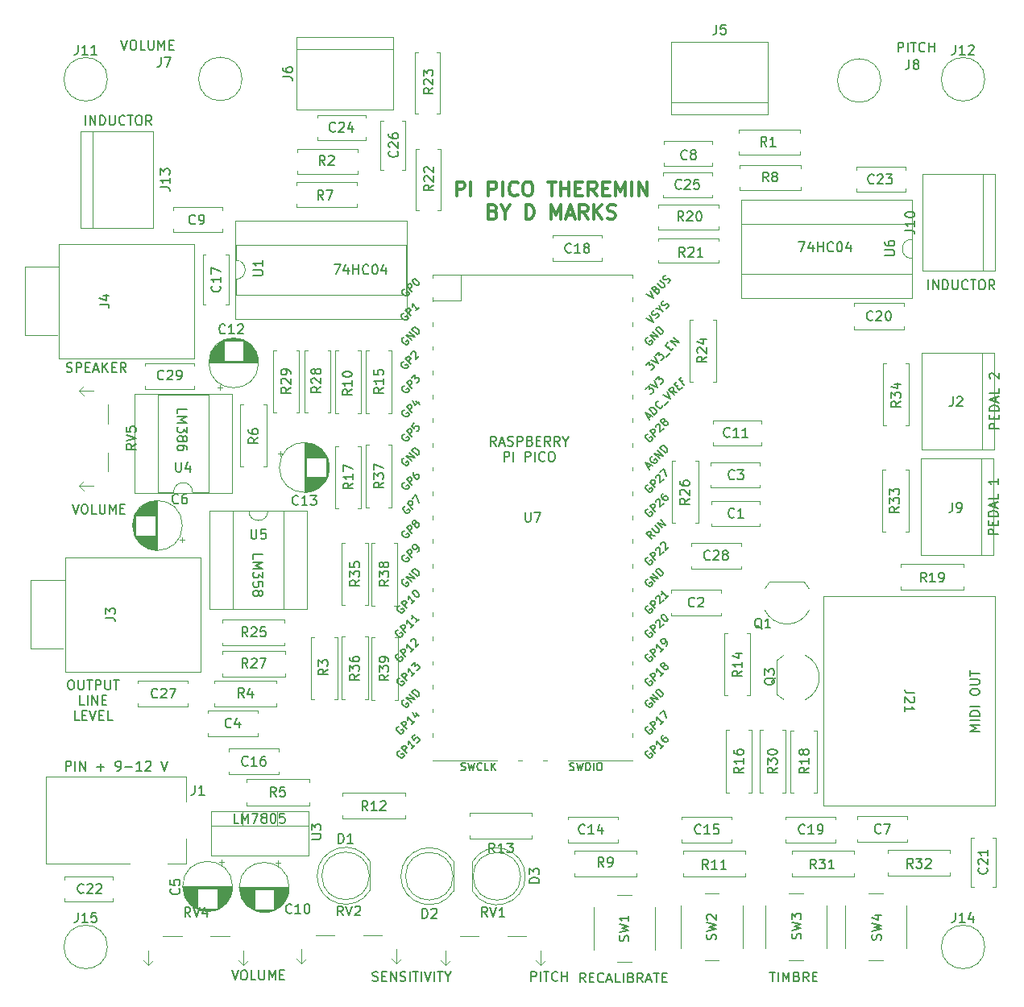
<source format=gbr>
%TF.GenerationSoftware,KiCad,Pcbnew,7.0.11+dfsg-1build4*%
%TF.CreationDate,2025-01-11T22:11:35-06:00*%
%TF.ProjectId,MCTheremin,4d435468-6572-4656-9d69-6e2e6b696361,rev?*%
%TF.SameCoordinates,Original*%
%TF.FileFunction,Legend,Top*%
%TF.FilePolarity,Positive*%
%FSLAX46Y46*%
G04 Gerber Fmt 4.6, Leading zero omitted, Abs format (unit mm)*
G04 Created by KiCad (PCBNEW 7.0.11+dfsg-1build4) date 2025-01-11 22:11:35*
%MOMM*%
%LPD*%
G01*
G04 APERTURE LIST*
%ADD10C,0.150000*%
%ADD11C,0.300000*%
%ADD12C,0.120000*%
%ADD13C,0.100000*%
G04 APERTURE END LIST*
D10*
X63245180Y-89982523D02*
X63245180Y-89506333D01*
X63245180Y-89506333D02*
X64245180Y-89506333D01*
X63245180Y-90315857D02*
X64245180Y-90315857D01*
X64245180Y-90315857D02*
X63530895Y-90649190D01*
X63530895Y-90649190D02*
X64245180Y-90982523D01*
X64245180Y-90982523D02*
X63245180Y-90982523D01*
X64245180Y-91363476D02*
X64245180Y-91982523D01*
X64245180Y-91982523D02*
X63864228Y-91649190D01*
X63864228Y-91649190D02*
X63864228Y-91792047D01*
X63864228Y-91792047D02*
X63816609Y-91887285D01*
X63816609Y-91887285D02*
X63768990Y-91934904D01*
X63768990Y-91934904D02*
X63673752Y-91982523D01*
X63673752Y-91982523D02*
X63435657Y-91982523D01*
X63435657Y-91982523D02*
X63340419Y-91934904D01*
X63340419Y-91934904D02*
X63292800Y-91887285D01*
X63292800Y-91887285D02*
X63245180Y-91792047D01*
X63245180Y-91792047D02*
X63245180Y-91506333D01*
X63245180Y-91506333D02*
X63292800Y-91411095D01*
X63292800Y-91411095D02*
X63340419Y-91363476D01*
X63816609Y-92553952D02*
X63864228Y-92458714D01*
X63864228Y-92458714D02*
X63911847Y-92411095D01*
X63911847Y-92411095D02*
X64007085Y-92363476D01*
X64007085Y-92363476D02*
X64054704Y-92363476D01*
X64054704Y-92363476D02*
X64149942Y-92411095D01*
X64149942Y-92411095D02*
X64197561Y-92458714D01*
X64197561Y-92458714D02*
X64245180Y-92553952D01*
X64245180Y-92553952D02*
X64245180Y-92744428D01*
X64245180Y-92744428D02*
X64197561Y-92839666D01*
X64197561Y-92839666D02*
X64149942Y-92887285D01*
X64149942Y-92887285D02*
X64054704Y-92934904D01*
X64054704Y-92934904D02*
X64007085Y-92934904D01*
X64007085Y-92934904D02*
X63911847Y-92887285D01*
X63911847Y-92887285D02*
X63864228Y-92839666D01*
X63864228Y-92839666D02*
X63816609Y-92744428D01*
X63816609Y-92744428D02*
X63816609Y-92553952D01*
X63816609Y-92553952D02*
X63768990Y-92458714D01*
X63768990Y-92458714D02*
X63721371Y-92411095D01*
X63721371Y-92411095D02*
X63626133Y-92363476D01*
X63626133Y-92363476D02*
X63435657Y-92363476D01*
X63435657Y-92363476D02*
X63340419Y-92411095D01*
X63340419Y-92411095D02*
X63292800Y-92458714D01*
X63292800Y-92458714D02*
X63245180Y-92553952D01*
X63245180Y-92553952D02*
X63245180Y-92744428D01*
X63245180Y-92744428D02*
X63292800Y-92839666D01*
X63292800Y-92839666D02*
X63340419Y-92887285D01*
X63340419Y-92887285D02*
X63435657Y-92934904D01*
X63435657Y-92934904D02*
X63626133Y-92934904D01*
X63626133Y-92934904D02*
X63721371Y-92887285D01*
X63721371Y-92887285D02*
X63768990Y-92839666D01*
X63768990Y-92839666D02*
X63816609Y-92744428D01*
X64245180Y-93792047D02*
X64245180Y-93601571D01*
X64245180Y-93601571D02*
X64197561Y-93506333D01*
X64197561Y-93506333D02*
X64149942Y-93458714D01*
X64149942Y-93458714D02*
X64007085Y-93363476D01*
X64007085Y-93363476D02*
X63816609Y-93315857D01*
X63816609Y-93315857D02*
X63435657Y-93315857D01*
X63435657Y-93315857D02*
X63340419Y-93363476D01*
X63340419Y-93363476D02*
X63292800Y-93411095D01*
X63292800Y-93411095D02*
X63245180Y-93506333D01*
X63245180Y-93506333D02*
X63245180Y-93696809D01*
X63245180Y-93696809D02*
X63292800Y-93792047D01*
X63292800Y-93792047D02*
X63340419Y-93839666D01*
X63340419Y-93839666D02*
X63435657Y-93887285D01*
X63435657Y-93887285D02*
X63673752Y-93887285D01*
X63673752Y-93887285D02*
X63768990Y-93839666D01*
X63768990Y-93839666D02*
X63816609Y-93792047D01*
X63816609Y-93792047D02*
X63864228Y-93696809D01*
X63864228Y-93696809D02*
X63864228Y-93506333D01*
X63864228Y-93506333D02*
X63816609Y-93411095D01*
X63816609Y-93411095D02*
X63768990Y-93363476D01*
X63768990Y-93363476D02*
X63673752Y-93315857D01*
X51498095Y-127517819D02*
X51498095Y-126517819D01*
X51498095Y-126517819D02*
X51879047Y-126517819D01*
X51879047Y-126517819D02*
X51974285Y-126565438D01*
X51974285Y-126565438D02*
X52021904Y-126613057D01*
X52021904Y-126613057D02*
X52069523Y-126708295D01*
X52069523Y-126708295D02*
X52069523Y-126851152D01*
X52069523Y-126851152D02*
X52021904Y-126946390D01*
X52021904Y-126946390D02*
X51974285Y-126994009D01*
X51974285Y-126994009D02*
X51879047Y-127041628D01*
X51879047Y-127041628D02*
X51498095Y-127041628D01*
X52498095Y-127517819D02*
X52498095Y-126517819D01*
X52974285Y-127517819D02*
X52974285Y-126517819D01*
X52974285Y-126517819D02*
X53545713Y-127517819D01*
X53545713Y-127517819D02*
X53545713Y-126517819D01*
X54783809Y-127136866D02*
X55545714Y-127136866D01*
X55164761Y-127517819D02*
X55164761Y-126755914D01*
X56831428Y-127517819D02*
X57021904Y-127517819D01*
X57021904Y-127517819D02*
X57117142Y-127470200D01*
X57117142Y-127470200D02*
X57164761Y-127422580D01*
X57164761Y-127422580D02*
X57259999Y-127279723D01*
X57259999Y-127279723D02*
X57307618Y-127089247D01*
X57307618Y-127089247D02*
X57307618Y-126708295D01*
X57307618Y-126708295D02*
X57259999Y-126613057D01*
X57259999Y-126613057D02*
X57212380Y-126565438D01*
X57212380Y-126565438D02*
X57117142Y-126517819D01*
X57117142Y-126517819D02*
X56926666Y-126517819D01*
X56926666Y-126517819D02*
X56831428Y-126565438D01*
X56831428Y-126565438D02*
X56783809Y-126613057D01*
X56783809Y-126613057D02*
X56736190Y-126708295D01*
X56736190Y-126708295D02*
X56736190Y-126946390D01*
X56736190Y-126946390D02*
X56783809Y-127041628D01*
X56783809Y-127041628D02*
X56831428Y-127089247D01*
X56831428Y-127089247D02*
X56926666Y-127136866D01*
X56926666Y-127136866D02*
X57117142Y-127136866D01*
X57117142Y-127136866D02*
X57212380Y-127089247D01*
X57212380Y-127089247D02*
X57259999Y-127041628D01*
X57259999Y-127041628D02*
X57307618Y-126946390D01*
X57736190Y-127136866D02*
X58498095Y-127136866D01*
X59498094Y-127517819D02*
X58926666Y-127517819D01*
X59212380Y-127517819D02*
X59212380Y-126517819D01*
X59212380Y-126517819D02*
X59117142Y-126660676D01*
X59117142Y-126660676D02*
X59021904Y-126755914D01*
X59021904Y-126755914D02*
X58926666Y-126803533D01*
X59879047Y-126613057D02*
X59926666Y-126565438D01*
X59926666Y-126565438D02*
X60021904Y-126517819D01*
X60021904Y-126517819D02*
X60259999Y-126517819D01*
X60259999Y-126517819D02*
X60355237Y-126565438D01*
X60355237Y-126565438D02*
X60402856Y-126613057D01*
X60402856Y-126613057D02*
X60450475Y-126708295D01*
X60450475Y-126708295D02*
X60450475Y-126803533D01*
X60450475Y-126803533D02*
X60402856Y-126946390D01*
X60402856Y-126946390D02*
X59831428Y-127517819D01*
X59831428Y-127517819D02*
X60450475Y-127517819D01*
X61498095Y-126517819D02*
X61831428Y-127517819D01*
X61831428Y-127517819D02*
X62164761Y-126517819D01*
X71175180Y-105272523D02*
X71175180Y-104796333D01*
X71175180Y-104796333D02*
X72175180Y-104796333D01*
X71175180Y-105605857D02*
X72175180Y-105605857D01*
X72175180Y-105605857D02*
X71460895Y-105939190D01*
X71460895Y-105939190D02*
X72175180Y-106272523D01*
X72175180Y-106272523D02*
X71175180Y-106272523D01*
X72175180Y-106653476D02*
X72175180Y-107272523D01*
X72175180Y-107272523D02*
X71794228Y-106939190D01*
X71794228Y-106939190D02*
X71794228Y-107082047D01*
X71794228Y-107082047D02*
X71746609Y-107177285D01*
X71746609Y-107177285D02*
X71698990Y-107224904D01*
X71698990Y-107224904D02*
X71603752Y-107272523D01*
X71603752Y-107272523D02*
X71365657Y-107272523D01*
X71365657Y-107272523D02*
X71270419Y-107224904D01*
X71270419Y-107224904D02*
X71222800Y-107177285D01*
X71222800Y-107177285D02*
X71175180Y-107082047D01*
X71175180Y-107082047D02*
X71175180Y-106796333D01*
X71175180Y-106796333D02*
X71222800Y-106701095D01*
X71222800Y-106701095D02*
X71270419Y-106653476D01*
X72175180Y-108177285D02*
X72175180Y-107701095D01*
X72175180Y-107701095D02*
X71698990Y-107653476D01*
X71698990Y-107653476D02*
X71746609Y-107701095D01*
X71746609Y-107701095D02*
X71794228Y-107796333D01*
X71794228Y-107796333D02*
X71794228Y-108034428D01*
X71794228Y-108034428D02*
X71746609Y-108129666D01*
X71746609Y-108129666D02*
X71698990Y-108177285D01*
X71698990Y-108177285D02*
X71603752Y-108224904D01*
X71603752Y-108224904D02*
X71365657Y-108224904D01*
X71365657Y-108224904D02*
X71270419Y-108177285D01*
X71270419Y-108177285D02*
X71222800Y-108129666D01*
X71222800Y-108129666D02*
X71175180Y-108034428D01*
X71175180Y-108034428D02*
X71175180Y-107796333D01*
X71175180Y-107796333D02*
X71222800Y-107701095D01*
X71222800Y-107701095D02*
X71270419Y-107653476D01*
X71746609Y-108796333D02*
X71794228Y-108701095D01*
X71794228Y-108701095D02*
X71841847Y-108653476D01*
X71841847Y-108653476D02*
X71937085Y-108605857D01*
X71937085Y-108605857D02*
X71984704Y-108605857D01*
X71984704Y-108605857D02*
X72079942Y-108653476D01*
X72079942Y-108653476D02*
X72127561Y-108701095D01*
X72127561Y-108701095D02*
X72175180Y-108796333D01*
X72175180Y-108796333D02*
X72175180Y-108986809D01*
X72175180Y-108986809D02*
X72127561Y-109082047D01*
X72127561Y-109082047D02*
X72079942Y-109129666D01*
X72079942Y-109129666D02*
X71984704Y-109177285D01*
X71984704Y-109177285D02*
X71937085Y-109177285D01*
X71937085Y-109177285D02*
X71841847Y-109129666D01*
X71841847Y-109129666D02*
X71794228Y-109082047D01*
X71794228Y-109082047D02*
X71746609Y-108986809D01*
X71746609Y-108986809D02*
X71746609Y-108796333D01*
X71746609Y-108796333D02*
X71698990Y-108701095D01*
X71698990Y-108701095D02*
X71651371Y-108653476D01*
X71651371Y-108653476D02*
X71556133Y-108605857D01*
X71556133Y-108605857D02*
X71365657Y-108605857D01*
X71365657Y-108605857D02*
X71270419Y-108653476D01*
X71270419Y-108653476D02*
X71222800Y-108701095D01*
X71222800Y-108701095D02*
X71175180Y-108796333D01*
X71175180Y-108796333D02*
X71175180Y-108986809D01*
X71175180Y-108986809D02*
X71222800Y-109082047D01*
X71222800Y-109082047D02*
X71270419Y-109129666D01*
X71270419Y-109129666D02*
X71365657Y-109177285D01*
X71365657Y-109177285D02*
X71556133Y-109177285D01*
X71556133Y-109177285D02*
X71651371Y-109129666D01*
X71651371Y-109129666D02*
X71698990Y-109082047D01*
X71698990Y-109082047D02*
X71746609Y-108986809D01*
X149454819Y-102697761D02*
X148454819Y-102697761D01*
X148454819Y-102697761D02*
X148454819Y-102316809D01*
X148454819Y-102316809D02*
X148502438Y-102221571D01*
X148502438Y-102221571D02*
X148550057Y-102173952D01*
X148550057Y-102173952D02*
X148645295Y-102126333D01*
X148645295Y-102126333D02*
X148788152Y-102126333D01*
X148788152Y-102126333D02*
X148883390Y-102173952D01*
X148883390Y-102173952D02*
X148931009Y-102221571D01*
X148931009Y-102221571D02*
X148978628Y-102316809D01*
X148978628Y-102316809D02*
X148978628Y-102697761D01*
X148931009Y-101697761D02*
X148931009Y-101364428D01*
X149454819Y-101221571D02*
X149454819Y-101697761D01*
X149454819Y-101697761D02*
X148454819Y-101697761D01*
X148454819Y-101697761D02*
X148454819Y-101221571D01*
X149454819Y-100792999D02*
X148454819Y-100792999D01*
X148454819Y-100792999D02*
X148454819Y-100554904D01*
X148454819Y-100554904D02*
X148502438Y-100412047D01*
X148502438Y-100412047D02*
X148597676Y-100316809D01*
X148597676Y-100316809D02*
X148692914Y-100269190D01*
X148692914Y-100269190D02*
X148883390Y-100221571D01*
X148883390Y-100221571D02*
X149026247Y-100221571D01*
X149026247Y-100221571D02*
X149216723Y-100269190D01*
X149216723Y-100269190D02*
X149311961Y-100316809D01*
X149311961Y-100316809D02*
X149407200Y-100412047D01*
X149407200Y-100412047D02*
X149454819Y-100554904D01*
X149454819Y-100554904D02*
X149454819Y-100792999D01*
X149169104Y-99840618D02*
X149169104Y-99364428D01*
X149454819Y-99935856D02*
X148454819Y-99602523D01*
X148454819Y-99602523D02*
X149454819Y-99269190D01*
X149454819Y-98459666D02*
X149454819Y-98935856D01*
X149454819Y-98935856D02*
X148454819Y-98935856D01*
X149454819Y-96840618D02*
X149454819Y-97412046D01*
X149454819Y-97126332D02*
X148454819Y-97126332D01*
X148454819Y-97126332D02*
X148597676Y-97221570D01*
X148597676Y-97221570D02*
X148692914Y-97316808D01*
X148692914Y-97316808D02*
X148740533Y-97412046D01*
D11*
X92569998Y-67123828D02*
X92569998Y-65623828D01*
X92569998Y-65623828D02*
X93141427Y-65623828D01*
X93141427Y-65623828D02*
X93284284Y-65695257D01*
X93284284Y-65695257D02*
X93355713Y-65766685D01*
X93355713Y-65766685D02*
X93427141Y-65909542D01*
X93427141Y-65909542D02*
X93427141Y-66123828D01*
X93427141Y-66123828D02*
X93355713Y-66266685D01*
X93355713Y-66266685D02*
X93284284Y-66338114D01*
X93284284Y-66338114D02*
X93141427Y-66409542D01*
X93141427Y-66409542D02*
X92569998Y-66409542D01*
X94069998Y-67123828D02*
X94069998Y-65623828D01*
X95927141Y-67123828D02*
X95927141Y-65623828D01*
X95927141Y-65623828D02*
X96498570Y-65623828D01*
X96498570Y-65623828D02*
X96641427Y-65695257D01*
X96641427Y-65695257D02*
X96712856Y-65766685D01*
X96712856Y-65766685D02*
X96784284Y-65909542D01*
X96784284Y-65909542D02*
X96784284Y-66123828D01*
X96784284Y-66123828D02*
X96712856Y-66266685D01*
X96712856Y-66266685D02*
X96641427Y-66338114D01*
X96641427Y-66338114D02*
X96498570Y-66409542D01*
X96498570Y-66409542D02*
X95927141Y-66409542D01*
X97427141Y-67123828D02*
X97427141Y-65623828D01*
X98998570Y-66980971D02*
X98927142Y-67052400D01*
X98927142Y-67052400D02*
X98712856Y-67123828D01*
X98712856Y-67123828D02*
X98569999Y-67123828D01*
X98569999Y-67123828D02*
X98355713Y-67052400D01*
X98355713Y-67052400D02*
X98212856Y-66909542D01*
X98212856Y-66909542D02*
X98141427Y-66766685D01*
X98141427Y-66766685D02*
X98069999Y-66480971D01*
X98069999Y-66480971D02*
X98069999Y-66266685D01*
X98069999Y-66266685D02*
X98141427Y-65980971D01*
X98141427Y-65980971D02*
X98212856Y-65838114D01*
X98212856Y-65838114D02*
X98355713Y-65695257D01*
X98355713Y-65695257D02*
X98569999Y-65623828D01*
X98569999Y-65623828D02*
X98712856Y-65623828D01*
X98712856Y-65623828D02*
X98927142Y-65695257D01*
X98927142Y-65695257D02*
X98998570Y-65766685D01*
X99927142Y-65623828D02*
X100212856Y-65623828D01*
X100212856Y-65623828D02*
X100355713Y-65695257D01*
X100355713Y-65695257D02*
X100498570Y-65838114D01*
X100498570Y-65838114D02*
X100569999Y-66123828D01*
X100569999Y-66123828D02*
X100569999Y-66623828D01*
X100569999Y-66623828D02*
X100498570Y-66909542D01*
X100498570Y-66909542D02*
X100355713Y-67052400D01*
X100355713Y-67052400D02*
X100212856Y-67123828D01*
X100212856Y-67123828D02*
X99927142Y-67123828D01*
X99927142Y-67123828D02*
X99784285Y-67052400D01*
X99784285Y-67052400D02*
X99641427Y-66909542D01*
X99641427Y-66909542D02*
X99569999Y-66623828D01*
X99569999Y-66623828D02*
X99569999Y-66123828D01*
X99569999Y-66123828D02*
X99641427Y-65838114D01*
X99641427Y-65838114D02*
X99784285Y-65695257D01*
X99784285Y-65695257D02*
X99927142Y-65623828D01*
X102141428Y-65623828D02*
X102998571Y-65623828D01*
X102569999Y-67123828D02*
X102569999Y-65623828D01*
X103498570Y-67123828D02*
X103498570Y-65623828D01*
X103498570Y-66338114D02*
X104355713Y-66338114D01*
X104355713Y-67123828D02*
X104355713Y-65623828D01*
X105069999Y-66338114D02*
X105569999Y-66338114D01*
X105784285Y-67123828D02*
X105069999Y-67123828D01*
X105069999Y-67123828D02*
X105069999Y-65623828D01*
X105069999Y-65623828D02*
X105784285Y-65623828D01*
X107284285Y-67123828D02*
X106784285Y-66409542D01*
X106427142Y-67123828D02*
X106427142Y-65623828D01*
X106427142Y-65623828D02*
X106998571Y-65623828D01*
X106998571Y-65623828D02*
X107141428Y-65695257D01*
X107141428Y-65695257D02*
X107212857Y-65766685D01*
X107212857Y-65766685D02*
X107284285Y-65909542D01*
X107284285Y-65909542D02*
X107284285Y-66123828D01*
X107284285Y-66123828D02*
X107212857Y-66266685D01*
X107212857Y-66266685D02*
X107141428Y-66338114D01*
X107141428Y-66338114D02*
X106998571Y-66409542D01*
X106998571Y-66409542D02*
X106427142Y-66409542D01*
X107927142Y-66338114D02*
X108427142Y-66338114D01*
X108641428Y-67123828D02*
X107927142Y-67123828D01*
X107927142Y-67123828D02*
X107927142Y-65623828D01*
X107927142Y-65623828D02*
X108641428Y-65623828D01*
X109284285Y-67123828D02*
X109284285Y-65623828D01*
X109284285Y-65623828D02*
X109784285Y-66695257D01*
X109784285Y-66695257D02*
X110284285Y-65623828D01*
X110284285Y-65623828D02*
X110284285Y-67123828D01*
X110998571Y-67123828D02*
X110998571Y-65623828D01*
X111712857Y-67123828D02*
X111712857Y-65623828D01*
X111712857Y-65623828D02*
X112570000Y-67123828D01*
X112570000Y-67123828D02*
X112570000Y-65623828D01*
X96427143Y-68753114D02*
X96641429Y-68824542D01*
X96641429Y-68824542D02*
X96712858Y-68895971D01*
X96712858Y-68895971D02*
X96784286Y-69038828D01*
X96784286Y-69038828D02*
X96784286Y-69253114D01*
X96784286Y-69253114D02*
X96712858Y-69395971D01*
X96712858Y-69395971D02*
X96641429Y-69467400D01*
X96641429Y-69467400D02*
X96498572Y-69538828D01*
X96498572Y-69538828D02*
X95927143Y-69538828D01*
X95927143Y-69538828D02*
X95927143Y-68038828D01*
X95927143Y-68038828D02*
X96427143Y-68038828D01*
X96427143Y-68038828D02*
X96570001Y-68110257D01*
X96570001Y-68110257D02*
X96641429Y-68181685D01*
X96641429Y-68181685D02*
X96712858Y-68324542D01*
X96712858Y-68324542D02*
X96712858Y-68467400D01*
X96712858Y-68467400D02*
X96641429Y-68610257D01*
X96641429Y-68610257D02*
X96570001Y-68681685D01*
X96570001Y-68681685D02*
X96427143Y-68753114D01*
X96427143Y-68753114D02*
X95927143Y-68753114D01*
X97712858Y-68824542D02*
X97712858Y-69538828D01*
X97212858Y-68038828D02*
X97712858Y-68824542D01*
X97712858Y-68824542D02*
X98212858Y-68038828D01*
X99855714Y-69538828D02*
X99855714Y-68038828D01*
X99855714Y-68038828D02*
X100212857Y-68038828D01*
X100212857Y-68038828D02*
X100427143Y-68110257D01*
X100427143Y-68110257D02*
X100570000Y-68253114D01*
X100570000Y-68253114D02*
X100641429Y-68395971D01*
X100641429Y-68395971D02*
X100712857Y-68681685D01*
X100712857Y-68681685D02*
X100712857Y-68895971D01*
X100712857Y-68895971D02*
X100641429Y-69181685D01*
X100641429Y-69181685D02*
X100570000Y-69324542D01*
X100570000Y-69324542D02*
X100427143Y-69467400D01*
X100427143Y-69467400D02*
X100212857Y-69538828D01*
X100212857Y-69538828D02*
X99855714Y-69538828D01*
X102498571Y-69538828D02*
X102498571Y-68038828D01*
X102498571Y-68038828D02*
X102998571Y-69110257D01*
X102998571Y-69110257D02*
X103498571Y-68038828D01*
X103498571Y-68038828D02*
X103498571Y-69538828D01*
X104141429Y-69110257D02*
X104855715Y-69110257D01*
X103998572Y-69538828D02*
X104498572Y-68038828D01*
X104498572Y-68038828D02*
X104998572Y-69538828D01*
X106355714Y-69538828D02*
X105855714Y-68824542D01*
X105498571Y-69538828D02*
X105498571Y-68038828D01*
X105498571Y-68038828D02*
X106070000Y-68038828D01*
X106070000Y-68038828D02*
X106212857Y-68110257D01*
X106212857Y-68110257D02*
X106284286Y-68181685D01*
X106284286Y-68181685D02*
X106355714Y-68324542D01*
X106355714Y-68324542D02*
X106355714Y-68538828D01*
X106355714Y-68538828D02*
X106284286Y-68681685D01*
X106284286Y-68681685D02*
X106212857Y-68753114D01*
X106212857Y-68753114D02*
X106070000Y-68824542D01*
X106070000Y-68824542D02*
X105498571Y-68824542D01*
X106998571Y-69538828D02*
X106998571Y-68038828D01*
X107855714Y-69538828D02*
X107212857Y-68681685D01*
X107855714Y-68038828D02*
X106998571Y-68895971D01*
X108427143Y-69467400D02*
X108641429Y-69538828D01*
X108641429Y-69538828D02*
X108998571Y-69538828D01*
X108998571Y-69538828D02*
X109141429Y-69467400D01*
X109141429Y-69467400D02*
X109212857Y-69395971D01*
X109212857Y-69395971D02*
X109284286Y-69253114D01*
X109284286Y-69253114D02*
X109284286Y-69110257D01*
X109284286Y-69110257D02*
X109212857Y-68967400D01*
X109212857Y-68967400D02*
X109141429Y-68895971D01*
X109141429Y-68895971D02*
X108998571Y-68824542D01*
X108998571Y-68824542D02*
X108712857Y-68753114D01*
X108712857Y-68753114D02*
X108570000Y-68681685D01*
X108570000Y-68681685D02*
X108498571Y-68610257D01*
X108498571Y-68610257D02*
X108427143Y-68467400D01*
X108427143Y-68467400D02*
X108427143Y-68324542D01*
X108427143Y-68324542D02*
X108498571Y-68181685D01*
X108498571Y-68181685D02*
X108570000Y-68110257D01*
X108570000Y-68110257D02*
X108712857Y-68038828D01*
X108712857Y-68038828D02*
X109070000Y-68038828D01*
X109070000Y-68038828D02*
X109284286Y-68110257D01*
D10*
X57317356Y-50752659D02*
X57650689Y-51752659D01*
X57650689Y-51752659D02*
X57984022Y-50752659D01*
X58507832Y-50752659D02*
X58698308Y-50752659D01*
X58698308Y-50752659D02*
X58793546Y-50800278D01*
X58793546Y-50800278D02*
X58888784Y-50895516D01*
X58888784Y-50895516D02*
X58936403Y-51085992D01*
X58936403Y-51085992D02*
X58936403Y-51419325D01*
X58936403Y-51419325D02*
X58888784Y-51609801D01*
X58888784Y-51609801D02*
X58793546Y-51705040D01*
X58793546Y-51705040D02*
X58698308Y-51752659D01*
X58698308Y-51752659D02*
X58507832Y-51752659D01*
X58507832Y-51752659D02*
X58412594Y-51705040D01*
X58412594Y-51705040D02*
X58317356Y-51609801D01*
X58317356Y-51609801D02*
X58269737Y-51419325D01*
X58269737Y-51419325D02*
X58269737Y-51085992D01*
X58269737Y-51085992D02*
X58317356Y-50895516D01*
X58317356Y-50895516D02*
X58412594Y-50800278D01*
X58412594Y-50800278D02*
X58507832Y-50752659D01*
X59841165Y-51752659D02*
X59364975Y-51752659D01*
X59364975Y-51752659D02*
X59364975Y-50752659D01*
X60174499Y-50752659D02*
X60174499Y-51562182D01*
X60174499Y-51562182D02*
X60222118Y-51657420D01*
X60222118Y-51657420D02*
X60269737Y-51705040D01*
X60269737Y-51705040D02*
X60364975Y-51752659D01*
X60364975Y-51752659D02*
X60555451Y-51752659D01*
X60555451Y-51752659D02*
X60650689Y-51705040D01*
X60650689Y-51705040D02*
X60698308Y-51657420D01*
X60698308Y-51657420D02*
X60745927Y-51562182D01*
X60745927Y-51562182D02*
X60745927Y-50752659D01*
X61222118Y-51752659D02*
X61222118Y-50752659D01*
X61222118Y-50752659D02*
X61555451Y-51466944D01*
X61555451Y-51466944D02*
X61888784Y-50752659D01*
X61888784Y-50752659D02*
X61888784Y-51752659D01*
X62364975Y-51228849D02*
X62698308Y-51228849D01*
X62841165Y-51752659D02*
X62364975Y-51752659D01*
X62364975Y-51752659D02*
X62364975Y-50752659D01*
X62364975Y-50752659D02*
X62841165Y-50752659D01*
X96713809Y-93402819D02*
X96380476Y-92926628D01*
X96142381Y-93402819D02*
X96142381Y-92402819D01*
X96142381Y-92402819D02*
X96523333Y-92402819D01*
X96523333Y-92402819D02*
X96618571Y-92450438D01*
X96618571Y-92450438D02*
X96666190Y-92498057D01*
X96666190Y-92498057D02*
X96713809Y-92593295D01*
X96713809Y-92593295D02*
X96713809Y-92736152D01*
X96713809Y-92736152D02*
X96666190Y-92831390D01*
X96666190Y-92831390D02*
X96618571Y-92879009D01*
X96618571Y-92879009D02*
X96523333Y-92926628D01*
X96523333Y-92926628D02*
X96142381Y-92926628D01*
X97094762Y-93117104D02*
X97570952Y-93117104D01*
X96999524Y-93402819D02*
X97332857Y-92402819D01*
X97332857Y-92402819D02*
X97666190Y-93402819D01*
X97951905Y-93355200D02*
X98094762Y-93402819D01*
X98094762Y-93402819D02*
X98332857Y-93402819D01*
X98332857Y-93402819D02*
X98428095Y-93355200D01*
X98428095Y-93355200D02*
X98475714Y-93307580D01*
X98475714Y-93307580D02*
X98523333Y-93212342D01*
X98523333Y-93212342D02*
X98523333Y-93117104D01*
X98523333Y-93117104D02*
X98475714Y-93021866D01*
X98475714Y-93021866D02*
X98428095Y-92974247D01*
X98428095Y-92974247D02*
X98332857Y-92926628D01*
X98332857Y-92926628D02*
X98142381Y-92879009D01*
X98142381Y-92879009D02*
X98047143Y-92831390D01*
X98047143Y-92831390D02*
X97999524Y-92783771D01*
X97999524Y-92783771D02*
X97951905Y-92688533D01*
X97951905Y-92688533D02*
X97951905Y-92593295D01*
X97951905Y-92593295D02*
X97999524Y-92498057D01*
X97999524Y-92498057D02*
X98047143Y-92450438D01*
X98047143Y-92450438D02*
X98142381Y-92402819D01*
X98142381Y-92402819D02*
X98380476Y-92402819D01*
X98380476Y-92402819D02*
X98523333Y-92450438D01*
X98951905Y-93402819D02*
X98951905Y-92402819D01*
X98951905Y-92402819D02*
X99332857Y-92402819D01*
X99332857Y-92402819D02*
X99428095Y-92450438D01*
X99428095Y-92450438D02*
X99475714Y-92498057D01*
X99475714Y-92498057D02*
X99523333Y-92593295D01*
X99523333Y-92593295D02*
X99523333Y-92736152D01*
X99523333Y-92736152D02*
X99475714Y-92831390D01*
X99475714Y-92831390D02*
X99428095Y-92879009D01*
X99428095Y-92879009D02*
X99332857Y-92926628D01*
X99332857Y-92926628D02*
X98951905Y-92926628D01*
X100285238Y-92879009D02*
X100428095Y-92926628D01*
X100428095Y-92926628D02*
X100475714Y-92974247D01*
X100475714Y-92974247D02*
X100523333Y-93069485D01*
X100523333Y-93069485D02*
X100523333Y-93212342D01*
X100523333Y-93212342D02*
X100475714Y-93307580D01*
X100475714Y-93307580D02*
X100428095Y-93355200D01*
X100428095Y-93355200D02*
X100332857Y-93402819D01*
X100332857Y-93402819D02*
X99951905Y-93402819D01*
X99951905Y-93402819D02*
X99951905Y-92402819D01*
X99951905Y-92402819D02*
X100285238Y-92402819D01*
X100285238Y-92402819D02*
X100380476Y-92450438D01*
X100380476Y-92450438D02*
X100428095Y-92498057D01*
X100428095Y-92498057D02*
X100475714Y-92593295D01*
X100475714Y-92593295D02*
X100475714Y-92688533D01*
X100475714Y-92688533D02*
X100428095Y-92783771D01*
X100428095Y-92783771D02*
X100380476Y-92831390D01*
X100380476Y-92831390D02*
X100285238Y-92879009D01*
X100285238Y-92879009D02*
X99951905Y-92879009D01*
X100951905Y-92879009D02*
X101285238Y-92879009D01*
X101428095Y-93402819D02*
X100951905Y-93402819D01*
X100951905Y-93402819D02*
X100951905Y-92402819D01*
X100951905Y-92402819D02*
X101428095Y-92402819D01*
X102428095Y-93402819D02*
X102094762Y-92926628D01*
X101856667Y-93402819D02*
X101856667Y-92402819D01*
X101856667Y-92402819D02*
X102237619Y-92402819D01*
X102237619Y-92402819D02*
X102332857Y-92450438D01*
X102332857Y-92450438D02*
X102380476Y-92498057D01*
X102380476Y-92498057D02*
X102428095Y-92593295D01*
X102428095Y-92593295D02*
X102428095Y-92736152D01*
X102428095Y-92736152D02*
X102380476Y-92831390D01*
X102380476Y-92831390D02*
X102332857Y-92879009D01*
X102332857Y-92879009D02*
X102237619Y-92926628D01*
X102237619Y-92926628D02*
X101856667Y-92926628D01*
X103428095Y-93402819D02*
X103094762Y-92926628D01*
X102856667Y-93402819D02*
X102856667Y-92402819D01*
X102856667Y-92402819D02*
X103237619Y-92402819D01*
X103237619Y-92402819D02*
X103332857Y-92450438D01*
X103332857Y-92450438D02*
X103380476Y-92498057D01*
X103380476Y-92498057D02*
X103428095Y-92593295D01*
X103428095Y-92593295D02*
X103428095Y-92736152D01*
X103428095Y-92736152D02*
X103380476Y-92831390D01*
X103380476Y-92831390D02*
X103332857Y-92879009D01*
X103332857Y-92879009D02*
X103237619Y-92926628D01*
X103237619Y-92926628D02*
X102856667Y-92926628D01*
X104047143Y-92926628D02*
X104047143Y-93402819D01*
X103713810Y-92402819D02*
X104047143Y-92926628D01*
X104047143Y-92926628D02*
X104380476Y-92402819D01*
X97547143Y-95012819D02*
X97547143Y-94012819D01*
X97547143Y-94012819D02*
X97928095Y-94012819D01*
X97928095Y-94012819D02*
X98023333Y-94060438D01*
X98023333Y-94060438D02*
X98070952Y-94108057D01*
X98070952Y-94108057D02*
X98118571Y-94203295D01*
X98118571Y-94203295D02*
X98118571Y-94346152D01*
X98118571Y-94346152D02*
X98070952Y-94441390D01*
X98070952Y-94441390D02*
X98023333Y-94489009D01*
X98023333Y-94489009D02*
X97928095Y-94536628D01*
X97928095Y-94536628D02*
X97547143Y-94536628D01*
X98547143Y-95012819D02*
X98547143Y-94012819D01*
X99785238Y-95012819D02*
X99785238Y-94012819D01*
X99785238Y-94012819D02*
X100166190Y-94012819D01*
X100166190Y-94012819D02*
X100261428Y-94060438D01*
X100261428Y-94060438D02*
X100309047Y-94108057D01*
X100309047Y-94108057D02*
X100356666Y-94203295D01*
X100356666Y-94203295D02*
X100356666Y-94346152D01*
X100356666Y-94346152D02*
X100309047Y-94441390D01*
X100309047Y-94441390D02*
X100261428Y-94489009D01*
X100261428Y-94489009D02*
X100166190Y-94536628D01*
X100166190Y-94536628D02*
X99785238Y-94536628D01*
X100785238Y-95012819D02*
X100785238Y-94012819D01*
X101832856Y-94917580D02*
X101785237Y-94965200D01*
X101785237Y-94965200D02*
X101642380Y-95012819D01*
X101642380Y-95012819D02*
X101547142Y-95012819D01*
X101547142Y-95012819D02*
X101404285Y-94965200D01*
X101404285Y-94965200D02*
X101309047Y-94869961D01*
X101309047Y-94869961D02*
X101261428Y-94774723D01*
X101261428Y-94774723D02*
X101213809Y-94584247D01*
X101213809Y-94584247D02*
X101213809Y-94441390D01*
X101213809Y-94441390D02*
X101261428Y-94250914D01*
X101261428Y-94250914D02*
X101309047Y-94155676D01*
X101309047Y-94155676D02*
X101404285Y-94060438D01*
X101404285Y-94060438D02*
X101547142Y-94012819D01*
X101547142Y-94012819D02*
X101642380Y-94012819D01*
X101642380Y-94012819D02*
X101785237Y-94060438D01*
X101785237Y-94060438D02*
X101832856Y-94108057D01*
X102451904Y-94012819D02*
X102642380Y-94012819D01*
X102642380Y-94012819D02*
X102737618Y-94060438D01*
X102737618Y-94060438D02*
X102832856Y-94155676D01*
X102832856Y-94155676D02*
X102880475Y-94346152D01*
X102880475Y-94346152D02*
X102880475Y-94679485D01*
X102880475Y-94679485D02*
X102832856Y-94869961D01*
X102832856Y-94869961D02*
X102737618Y-94965200D01*
X102737618Y-94965200D02*
X102642380Y-95012819D01*
X102642380Y-95012819D02*
X102451904Y-95012819D01*
X102451904Y-95012819D02*
X102356666Y-94965200D01*
X102356666Y-94965200D02*
X102261428Y-94869961D01*
X102261428Y-94869961D02*
X102213809Y-94679485D01*
X102213809Y-94679485D02*
X102213809Y-94346152D01*
X102213809Y-94346152D02*
X102261428Y-94155676D01*
X102261428Y-94155676D02*
X102356666Y-94060438D01*
X102356666Y-94060438D02*
X102451904Y-94012819D01*
X53557619Y-59667819D02*
X53557619Y-58667819D01*
X54033809Y-59667819D02*
X54033809Y-58667819D01*
X54033809Y-58667819D02*
X54605237Y-59667819D01*
X54605237Y-59667819D02*
X54605237Y-58667819D01*
X55081428Y-59667819D02*
X55081428Y-58667819D01*
X55081428Y-58667819D02*
X55319523Y-58667819D01*
X55319523Y-58667819D02*
X55462380Y-58715438D01*
X55462380Y-58715438D02*
X55557618Y-58810676D01*
X55557618Y-58810676D02*
X55605237Y-58905914D01*
X55605237Y-58905914D02*
X55652856Y-59096390D01*
X55652856Y-59096390D02*
X55652856Y-59239247D01*
X55652856Y-59239247D02*
X55605237Y-59429723D01*
X55605237Y-59429723D02*
X55557618Y-59524961D01*
X55557618Y-59524961D02*
X55462380Y-59620200D01*
X55462380Y-59620200D02*
X55319523Y-59667819D01*
X55319523Y-59667819D02*
X55081428Y-59667819D01*
X56081428Y-58667819D02*
X56081428Y-59477342D01*
X56081428Y-59477342D02*
X56129047Y-59572580D01*
X56129047Y-59572580D02*
X56176666Y-59620200D01*
X56176666Y-59620200D02*
X56271904Y-59667819D01*
X56271904Y-59667819D02*
X56462380Y-59667819D01*
X56462380Y-59667819D02*
X56557618Y-59620200D01*
X56557618Y-59620200D02*
X56605237Y-59572580D01*
X56605237Y-59572580D02*
X56652856Y-59477342D01*
X56652856Y-59477342D02*
X56652856Y-58667819D01*
X57700475Y-59572580D02*
X57652856Y-59620200D01*
X57652856Y-59620200D02*
X57509999Y-59667819D01*
X57509999Y-59667819D02*
X57414761Y-59667819D01*
X57414761Y-59667819D02*
X57271904Y-59620200D01*
X57271904Y-59620200D02*
X57176666Y-59524961D01*
X57176666Y-59524961D02*
X57129047Y-59429723D01*
X57129047Y-59429723D02*
X57081428Y-59239247D01*
X57081428Y-59239247D02*
X57081428Y-59096390D01*
X57081428Y-59096390D02*
X57129047Y-58905914D01*
X57129047Y-58905914D02*
X57176666Y-58810676D01*
X57176666Y-58810676D02*
X57271904Y-58715438D01*
X57271904Y-58715438D02*
X57414761Y-58667819D01*
X57414761Y-58667819D02*
X57509999Y-58667819D01*
X57509999Y-58667819D02*
X57652856Y-58715438D01*
X57652856Y-58715438D02*
X57700475Y-58763057D01*
X57986190Y-58667819D02*
X58557618Y-58667819D01*
X58271904Y-59667819D02*
X58271904Y-58667819D01*
X59081428Y-58667819D02*
X59271904Y-58667819D01*
X59271904Y-58667819D02*
X59367142Y-58715438D01*
X59367142Y-58715438D02*
X59462380Y-58810676D01*
X59462380Y-58810676D02*
X59509999Y-59001152D01*
X59509999Y-59001152D02*
X59509999Y-59334485D01*
X59509999Y-59334485D02*
X59462380Y-59524961D01*
X59462380Y-59524961D02*
X59367142Y-59620200D01*
X59367142Y-59620200D02*
X59271904Y-59667819D01*
X59271904Y-59667819D02*
X59081428Y-59667819D01*
X59081428Y-59667819D02*
X58986190Y-59620200D01*
X58986190Y-59620200D02*
X58890952Y-59524961D01*
X58890952Y-59524961D02*
X58843333Y-59334485D01*
X58843333Y-59334485D02*
X58843333Y-59001152D01*
X58843333Y-59001152D02*
X58890952Y-58810676D01*
X58890952Y-58810676D02*
X58986190Y-58715438D01*
X58986190Y-58715438D02*
X59081428Y-58667819D01*
X60509999Y-59667819D02*
X60176666Y-59191628D01*
X59938571Y-59667819D02*
X59938571Y-58667819D01*
X59938571Y-58667819D02*
X60319523Y-58667819D01*
X60319523Y-58667819D02*
X60414761Y-58715438D01*
X60414761Y-58715438D02*
X60462380Y-58763057D01*
X60462380Y-58763057D02*
X60509999Y-58858295D01*
X60509999Y-58858295D02*
X60509999Y-59001152D01*
X60509999Y-59001152D02*
X60462380Y-59096390D01*
X60462380Y-59096390D02*
X60414761Y-59144009D01*
X60414761Y-59144009D02*
X60319523Y-59191628D01*
X60319523Y-59191628D02*
X59938571Y-59191628D01*
X100375238Y-149647819D02*
X100375238Y-148647819D01*
X100375238Y-148647819D02*
X100756190Y-148647819D01*
X100756190Y-148647819D02*
X100851428Y-148695438D01*
X100851428Y-148695438D02*
X100899047Y-148743057D01*
X100899047Y-148743057D02*
X100946666Y-148838295D01*
X100946666Y-148838295D02*
X100946666Y-148981152D01*
X100946666Y-148981152D02*
X100899047Y-149076390D01*
X100899047Y-149076390D02*
X100851428Y-149124009D01*
X100851428Y-149124009D02*
X100756190Y-149171628D01*
X100756190Y-149171628D02*
X100375238Y-149171628D01*
X101375238Y-149647819D02*
X101375238Y-148647819D01*
X101708571Y-148647819D02*
X102279999Y-148647819D01*
X101994285Y-149647819D02*
X101994285Y-148647819D01*
X103184761Y-149552580D02*
X103137142Y-149600200D01*
X103137142Y-149600200D02*
X102994285Y-149647819D01*
X102994285Y-149647819D02*
X102899047Y-149647819D01*
X102899047Y-149647819D02*
X102756190Y-149600200D01*
X102756190Y-149600200D02*
X102660952Y-149504961D01*
X102660952Y-149504961D02*
X102613333Y-149409723D01*
X102613333Y-149409723D02*
X102565714Y-149219247D01*
X102565714Y-149219247D02*
X102565714Y-149076390D01*
X102565714Y-149076390D02*
X102613333Y-148885914D01*
X102613333Y-148885914D02*
X102660952Y-148790676D01*
X102660952Y-148790676D02*
X102756190Y-148695438D01*
X102756190Y-148695438D02*
X102899047Y-148647819D01*
X102899047Y-148647819D02*
X102994285Y-148647819D01*
X102994285Y-148647819D02*
X103137142Y-148695438D01*
X103137142Y-148695438D02*
X103184761Y-148743057D01*
X103613333Y-149647819D02*
X103613333Y-148647819D01*
X103613333Y-149124009D02*
X104184761Y-149124009D01*
X104184761Y-149647819D02*
X104184761Y-148647819D01*
X52190476Y-99517819D02*
X52523809Y-100517819D01*
X52523809Y-100517819D02*
X52857142Y-99517819D01*
X53380952Y-99517819D02*
X53571428Y-99517819D01*
X53571428Y-99517819D02*
X53666666Y-99565438D01*
X53666666Y-99565438D02*
X53761904Y-99660676D01*
X53761904Y-99660676D02*
X53809523Y-99851152D01*
X53809523Y-99851152D02*
X53809523Y-100184485D01*
X53809523Y-100184485D02*
X53761904Y-100374961D01*
X53761904Y-100374961D02*
X53666666Y-100470200D01*
X53666666Y-100470200D02*
X53571428Y-100517819D01*
X53571428Y-100517819D02*
X53380952Y-100517819D01*
X53380952Y-100517819D02*
X53285714Y-100470200D01*
X53285714Y-100470200D02*
X53190476Y-100374961D01*
X53190476Y-100374961D02*
X53142857Y-100184485D01*
X53142857Y-100184485D02*
X53142857Y-99851152D01*
X53142857Y-99851152D02*
X53190476Y-99660676D01*
X53190476Y-99660676D02*
X53285714Y-99565438D01*
X53285714Y-99565438D02*
X53380952Y-99517819D01*
X54714285Y-100517819D02*
X54238095Y-100517819D01*
X54238095Y-100517819D02*
X54238095Y-99517819D01*
X55047619Y-99517819D02*
X55047619Y-100327342D01*
X55047619Y-100327342D02*
X55095238Y-100422580D01*
X55095238Y-100422580D02*
X55142857Y-100470200D01*
X55142857Y-100470200D02*
X55238095Y-100517819D01*
X55238095Y-100517819D02*
X55428571Y-100517819D01*
X55428571Y-100517819D02*
X55523809Y-100470200D01*
X55523809Y-100470200D02*
X55571428Y-100422580D01*
X55571428Y-100422580D02*
X55619047Y-100327342D01*
X55619047Y-100327342D02*
X55619047Y-99517819D01*
X56095238Y-100517819D02*
X56095238Y-99517819D01*
X56095238Y-99517819D02*
X56428571Y-100232104D01*
X56428571Y-100232104D02*
X56761904Y-99517819D01*
X56761904Y-99517819D02*
X56761904Y-100517819D01*
X57238095Y-99994009D02*
X57571428Y-99994009D01*
X57714285Y-100517819D02*
X57238095Y-100517819D01*
X57238095Y-100517819D02*
X57238095Y-99517819D01*
X57238095Y-99517819D02*
X57714285Y-99517819D01*
X79693166Y-74334019D02*
X80359832Y-74334019D01*
X80359832Y-74334019D02*
X79931261Y-75334019D01*
X81169356Y-74667352D02*
X81169356Y-75334019D01*
X80931261Y-74286400D02*
X80693166Y-75000685D01*
X80693166Y-75000685D02*
X81312213Y-75000685D01*
X81693166Y-75334019D02*
X81693166Y-74334019D01*
X81693166Y-74810209D02*
X82264594Y-74810209D01*
X82264594Y-75334019D02*
X82264594Y-74334019D01*
X83312213Y-75238780D02*
X83264594Y-75286400D01*
X83264594Y-75286400D02*
X83121737Y-75334019D01*
X83121737Y-75334019D02*
X83026499Y-75334019D01*
X83026499Y-75334019D02*
X82883642Y-75286400D01*
X82883642Y-75286400D02*
X82788404Y-75191161D01*
X82788404Y-75191161D02*
X82740785Y-75095923D01*
X82740785Y-75095923D02*
X82693166Y-74905447D01*
X82693166Y-74905447D02*
X82693166Y-74762590D01*
X82693166Y-74762590D02*
X82740785Y-74572114D01*
X82740785Y-74572114D02*
X82788404Y-74476876D01*
X82788404Y-74476876D02*
X82883642Y-74381638D01*
X82883642Y-74381638D02*
X83026499Y-74334019D01*
X83026499Y-74334019D02*
X83121737Y-74334019D01*
X83121737Y-74334019D02*
X83264594Y-74381638D01*
X83264594Y-74381638D02*
X83312213Y-74429257D01*
X83931261Y-74334019D02*
X84026499Y-74334019D01*
X84026499Y-74334019D02*
X84121737Y-74381638D01*
X84121737Y-74381638D02*
X84169356Y-74429257D01*
X84169356Y-74429257D02*
X84216975Y-74524495D01*
X84216975Y-74524495D02*
X84264594Y-74714971D01*
X84264594Y-74714971D02*
X84264594Y-74953066D01*
X84264594Y-74953066D02*
X84216975Y-75143542D01*
X84216975Y-75143542D02*
X84169356Y-75238780D01*
X84169356Y-75238780D02*
X84121737Y-75286400D01*
X84121737Y-75286400D02*
X84026499Y-75334019D01*
X84026499Y-75334019D02*
X83931261Y-75334019D01*
X83931261Y-75334019D02*
X83836023Y-75286400D01*
X83836023Y-75286400D02*
X83788404Y-75238780D01*
X83788404Y-75238780D02*
X83740785Y-75143542D01*
X83740785Y-75143542D02*
X83693166Y-74953066D01*
X83693166Y-74953066D02*
X83693166Y-74714971D01*
X83693166Y-74714971D02*
X83740785Y-74524495D01*
X83740785Y-74524495D02*
X83788404Y-74429257D01*
X83788404Y-74429257D02*
X83836023Y-74381638D01*
X83836023Y-74381638D02*
X83931261Y-74334019D01*
X85121737Y-74667352D02*
X85121737Y-75334019D01*
X84883642Y-74286400D02*
X84645547Y-75000685D01*
X84645547Y-75000685D02*
X85264594Y-75000685D01*
X128532286Y-71971819D02*
X129198952Y-71971819D01*
X129198952Y-71971819D02*
X128770381Y-72971819D01*
X130008476Y-72305152D02*
X130008476Y-72971819D01*
X129770381Y-71924200D02*
X129532286Y-72638485D01*
X129532286Y-72638485D02*
X130151333Y-72638485D01*
X130532286Y-72971819D02*
X130532286Y-71971819D01*
X130532286Y-72448009D02*
X131103714Y-72448009D01*
X131103714Y-72971819D02*
X131103714Y-71971819D01*
X132151333Y-72876580D02*
X132103714Y-72924200D01*
X132103714Y-72924200D02*
X131960857Y-72971819D01*
X131960857Y-72971819D02*
X131865619Y-72971819D01*
X131865619Y-72971819D02*
X131722762Y-72924200D01*
X131722762Y-72924200D02*
X131627524Y-72828961D01*
X131627524Y-72828961D02*
X131579905Y-72733723D01*
X131579905Y-72733723D02*
X131532286Y-72543247D01*
X131532286Y-72543247D02*
X131532286Y-72400390D01*
X131532286Y-72400390D02*
X131579905Y-72209914D01*
X131579905Y-72209914D02*
X131627524Y-72114676D01*
X131627524Y-72114676D02*
X131722762Y-72019438D01*
X131722762Y-72019438D02*
X131865619Y-71971819D01*
X131865619Y-71971819D02*
X131960857Y-71971819D01*
X131960857Y-71971819D02*
X132103714Y-72019438D01*
X132103714Y-72019438D02*
X132151333Y-72067057D01*
X132770381Y-71971819D02*
X132865619Y-71971819D01*
X132865619Y-71971819D02*
X132960857Y-72019438D01*
X132960857Y-72019438D02*
X133008476Y-72067057D01*
X133008476Y-72067057D02*
X133056095Y-72162295D01*
X133056095Y-72162295D02*
X133103714Y-72352771D01*
X133103714Y-72352771D02*
X133103714Y-72590866D01*
X133103714Y-72590866D02*
X133056095Y-72781342D01*
X133056095Y-72781342D02*
X133008476Y-72876580D01*
X133008476Y-72876580D02*
X132960857Y-72924200D01*
X132960857Y-72924200D02*
X132865619Y-72971819D01*
X132865619Y-72971819D02*
X132770381Y-72971819D01*
X132770381Y-72971819D02*
X132675143Y-72924200D01*
X132675143Y-72924200D02*
X132627524Y-72876580D01*
X132627524Y-72876580D02*
X132579905Y-72781342D01*
X132579905Y-72781342D02*
X132532286Y-72590866D01*
X132532286Y-72590866D02*
X132532286Y-72352771D01*
X132532286Y-72352771D02*
X132579905Y-72162295D01*
X132579905Y-72162295D02*
X132627524Y-72067057D01*
X132627524Y-72067057D02*
X132675143Y-72019438D01*
X132675143Y-72019438D02*
X132770381Y-71971819D01*
X133960857Y-72305152D02*
X133960857Y-72971819D01*
X133722762Y-71924200D02*
X133484667Y-72638485D01*
X133484667Y-72638485D02*
X134103714Y-72638485D01*
X69673333Y-133027819D02*
X69197143Y-133027819D01*
X69197143Y-133027819D02*
X69197143Y-132027819D01*
X70006667Y-133027819D02*
X70006667Y-132027819D01*
X70006667Y-132027819D02*
X70340000Y-132742104D01*
X70340000Y-132742104D02*
X70673333Y-132027819D01*
X70673333Y-132027819D02*
X70673333Y-133027819D01*
X71054286Y-132027819D02*
X71720952Y-132027819D01*
X71720952Y-132027819D02*
X71292381Y-133027819D01*
X72244762Y-132456390D02*
X72149524Y-132408771D01*
X72149524Y-132408771D02*
X72101905Y-132361152D01*
X72101905Y-132361152D02*
X72054286Y-132265914D01*
X72054286Y-132265914D02*
X72054286Y-132218295D01*
X72054286Y-132218295D02*
X72101905Y-132123057D01*
X72101905Y-132123057D02*
X72149524Y-132075438D01*
X72149524Y-132075438D02*
X72244762Y-132027819D01*
X72244762Y-132027819D02*
X72435238Y-132027819D01*
X72435238Y-132027819D02*
X72530476Y-132075438D01*
X72530476Y-132075438D02*
X72578095Y-132123057D01*
X72578095Y-132123057D02*
X72625714Y-132218295D01*
X72625714Y-132218295D02*
X72625714Y-132265914D01*
X72625714Y-132265914D02*
X72578095Y-132361152D01*
X72578095Y-132361152D02*
X72530476Y-132408771D01*
X72530476Y-132408771D02*
X72435238Y-132456390D01*
X72435238Y-132456390D02*
X72244762Y-132456390D01*
X72244762Y-132456390D02*
X72149524Y-132504009D01*
X72149524Y-132504009D02*
X72101905Y-132551628D01*
X72101905Y-132551628D02*
X72054286Y-132646866D01*
X72054286Y-132646866D02*
X72054286Y-132837342D01*
X72054286Y-132837342D02*
X72101905Y-132932580D01*
X72101905Y-132932580D02*
X72149524Y-132980200D01*
X72149524Y-132980200D02*
X72244762Y-133027819D01*
X72244762Y-133027819D02*
X72435238Y-133027819D01*
X72435238Y-133027819D02*
X72530476Y-132980200D01*
X72530476Y-132980200D02*
X72578095Y-132932580D01*
X72578095Y-132932580D02*
X72625714Y-132837342D01*
X72625714Y-132837342D02*
X72625714Y-132646866D01*
X72625714Y-132646866D02*
X72578095Y-132551628D01*
X72578095Y-132551628D02*
X72530476Y-132504009D01*
X72530476Y-132504009D02*
X72435238Y-132456390D01*
X73244762Y-132027819D02*
X73340000Y-132027819D01*
X73340000Y-132027819D02*
X73435238Y-132075438D01*
X73435238Y-132075438D02*
X73482857Y-132123057D01*
X73482857Y-132123057D02*
X73530476Y-132218295D01*
X73530476Y-132218295D02*
X73578095Y-132408771D01*
X73578095Y-132408771D02*
X73578095Y-132646866D01*
X73578095Y-132646866D02*
X73530476Y-132837342D01*
X73530476Y-132837342D02*
X73482857Y-132932580D01*
X73482857Y-132932580D02*
X73435238Y-132980200D01*
X73435238Y-132980200D02*
X73340000Y-133027819D01*
X73340000Y-133027819D02*
X73244762Y-133027819D01*
X73244762Y-133027819D02*
X73149524Y-132980200D01*
X73149524Y-132980200D02*
X73101905Y-132932580D01*
X73101905Y-132932580D02*
X73054286Y-132837342D01*
X73054286Y-132837342D02*
X73006667Y-132646866D01*
X73006667Y-132646866D02*
X73006667Y-132408771D01*
X73006667Y-132408771D02*
X73054286Y-132218295D01*
X73054286Y-132218295D02*
X73101905Y-132123057D01*
X73101905Y-132123057D02*
X73149524Y-132075438D01*
X73149524Y-132075438D02*
X73244762Y-132027819D01*
X74482857Y-132027819D02*
X74006667Y-132027819D01*
X74006667Y-132027819D02*
X73959048Y-132504009D01*
X73959048Y-132504009D02*
X74006667Y-132456390D01*
X74006667Y-132456390D02*
X74101905Y-132408771D01*
X74101905Y-132408771D02*
X74340000Y-132408771D01*
X74340000Y-132408771D02*
X74435238Y-132456390D01*
X74435238Y-132456390D02*
X74482857Y-132504009D01*
X74482857Y-132504009D02*
X74530476Y-132599247D01*
X74530476Y-132599247D02*
X74530476Y-132837342D01*
X74530476Y-132837342D02*
X74482857Y-132932580D01*
X74482857Y-132932580D02*
X74435238Y-132980200D01*
X74435238Y-132980200D02*
X74340000Y-133027819D01*
X74340000Y-133027819D02*
X74101905Y-133027819D01*
X74101905Y-133027819D02*
X74006667Y-132980200D01*
X74006667Y-132980200D02*
X73959048Y-132932580D01*
X147520819Y-123388046D02*
X146520819Y-123388046D01*
X146520819Y-123388046D02*
X147235104Y-123054713D01*
X147235104Y-123054713D02*
X146520819Y-122721380D01*
X146520819Y-122721380D02*
X147520819Y-122721380D01*
X147520819Y-122245189D02*
X146520819Y-122245189D01*
X147520819Y-121768999D02*
X146520819Y-121768999D01*
X146520819Y-121768999D02*
X146520819Y-121530904D01*
X146520819Y-121530904D02*
X146568438Y-121388047D01*
X146568438Y-121388047D02*
X146663676Y-121292809D01*
X146663676Y-121292809D02*
X146758914Y-121245190D01*
X146758914Y-121245190D02*
X146949390Y-121197571D01*
X146949390Y-121197571D02*
X147092247Y-121197571D01*
X147092247Y-121197571D02*
X147282723Y-121245190D01*
X147282723Y-121245190D02*
X147377961Y-121292809D01*
X147377961Y-121292809D02*
X147473200Y-121388047D01*
X147473200Y-121388047D02*
X147520819Y-121530904D01*
X147520819Y-121530904D02*
X147520819Y-121768999D01*
X147520819Y-120768999D02*
X146520819Y-120768999D01*
X146520819Y-119340428D02*
X146520819Y-119149952D01*
X146520819Y-119149952D02*
X146568438Y-119054714D01*
X146568438Y-119054714D02*
X146663676Y-118959476D01*
X146663676Y-118959476D02*
X146854152Y-118911857D01*
X146854152Y-118911857D02*
X147187485Y-118911857D01*
X147187485Y-118911857D02*
X147377961Y-118959476D01*
X147377961Y-118959476D02*
X147473200Y-119054714D01*
X147473200Y-119054714D02*
X147520819Y-119149952D01*
X147520819Y-119149952D02*
X147520819Y-119340428D01*
X147520819Y-119340428D02*
X147473200Y-119435666D01*
X147473200Y-119435666D02*
X147377961Y-119530904D01*
X147377961Y-119530904D02*
X147187485Y-119578523D01*
X147187485Y-119578523D02*
X146854152Y-119578523D01*
X146854152Y-119578523D02*
X146663676Y-119530904D01*
X146663676Y-119530904D02*
X146568438Y-119435666D01*
X146568438Y-119435666D02*
X146520819Y-119340428D01*
X146520819Y-118483285D02*
X147330342Y-118483285D01*
X147330342Y-118483285D02*
X147425580Y-118435666D01*
X147425580Y-118435666D02*
X147473200Y-118388047D01*
X147473200Y-118388047D02*
X147520819Y-118292809D01*
X147520819Y-118292809D02*
X147520819Y-118102333D01*
X147520819Y-118102333D02*
X147473200Y-118007095D01*
X147473200Y-118007095D02*
X147425580Y-117959476D01*
X147425580Y-117959476D02*
X147330342Y-117911857D01*
X147330342Y-117911857D02*
X146520819Y-117911857D01*
X146520819Y-117578523D02*
X146520819Y-117007095D01*
X147520819Y-117292809D02*
X146520819Y-117292809D01*
X142147619Y-76947819D02*
X142147619Y-75947819D01*
X142623809Y-76947819D02*
X142623809Y-75947819D01*
X142623809Y-75947819D02*
X143195237Y-76947819D01*
X143195237Y-76947819D02*
X143195237Y-75947819D01*
X143671428Y-76947819D02*
X143671428Y-75947819D01*
X143671428Y-75947819D02*
X143909523Y-75947819D01*
X143909523Y-75947819D02*
X144052380Y-75995438D01*
X144052380Y-75995438D02*
X144147618Y-76090676D01*
X144147618Y-76090676D02*
X144195237Y-76185914D01*
X144195237Y-76185914D02*
X144242856Y-76376390D01*
X144242856Y-76376390D02*
X144242856Y-76519247D01*
X144242856Y-76519247D02*
X144195237Y-76709723D01*
X144195237Y-76709723D02*
X144147618Y-76804961D01*
X144147618Y-76804961D02*
X144052380Y-76900200D01*
X144052380Y-76900200D02*
X143909523Y-76947819D01*
X143909523Y-76947819D02*
X143671428Y-76947819D01*
X144671428Y-75947819D02*
X144671428Y-76757342D01*
X144671428Y-76757342D02*
X144719047Y-76852580D01*
X144719047Y-76852580D02*
X144766666Y-76900200D01*
X144766666Y-76900200D02*
X144861904Y-76947819D01*
X144861904Y-76947819D02*
X145052380Y-76947819D01*
X145052380Y-76947819D02*
X145147618Y-76900200D01*
X145147618Y-76900200D02*
X145195237Y-76852580D01*
X145195237Y-76852580D02*
X145242856Y-76757342D01*
X145242856Y-76757342D02*
X145242856Y-75947819D01*
X146290475Y-76852580D02*
X146242856Y-76900200D01*
X146242856Y-76900200D02*
X146099999Y-76947819D01*
X146099999Y-76947819D02*
X146004761Y-76947819D01*
X146004761Y-76947819D02*
X145861904Y-76900200D01*
X145861904Y-76900200D02*
X145766666Y-76804961D01*
X145766666Y-76804961D02*
X145719047Y-76709723D01*
X145719047Y-76709723D02*
X145671428Y-76519247D01*
X145671428Y-76519247D02*
X145671428Y-76376390D01*
X145671428Y-76376390D02*
X145719047Y-76185914D01*
X145719047Y-76185914D02*
X145766666Y-76090676D01*
X145766666Y-76090676D02*
X145861904Y-75995438D01*
X145861904Y-75995438D02*
X146004761Y-75947819D01*
X146004761Y-75947819D02*
X146099999Y-75947819D01*
X146099999Y-75947819D02*
X146242856Y-75995438D01*
X146242856Y-75995438D02*
X146290475Y-76043057D01*
X146576190Y-75947819D02*
X147147618Y-75947819D01*
X146861904Y-76947819D02*
X146861904Y-75947819D01*
X147671428Y-75947819D02*
X147861904Y-75947819D01*
X147861904Y-75947819D02*
X147957142Y-75995438D01*
X147957142Y-75995438D02*
X148052380Y-76090676D01*
X148052380Y-76090676D02*
X148099999Y-76281152D01*
X148099999Y-76281152D02*
X148099999Y-76614485D01*
X148099999Y-76614485D02*
X148052380Y-76804961D01*
X148052380Y-76804961D02*
X147957142Y-76900200D01*
X147957142Y-76900200D02*
X147861904Y-76947819D01*
X147861904Y-76947819D02*
X147671428Y-76947819D01*
X147671428Y-76947819D02*
X147576190Y-76900200D01*
X147576190Y-76900200D02*
X147480952Y-76804961D01*
X147480952Y-76804961D02*
X147433333Y-76614485D01*
X147433333Y-76614485D02*
X147433333Y-76281152D01*
X147433333Y-76281152D02*
X147480952Y-76090676D01*
X147480952Y-76090676D02*
X147576190Y-75995438D01*
X147576190Y-75995438D02*
X147671428Y-75947819D01*
X149099999Y-76947819D02*
X148766666Y-76471628D01*
X148528571Y-76947819D02*
X148528571Y-75947819D01*
X148528571Y-75947819D02*
X148909523Y-75947819D01*
X148909523Y-75947819D02*
X149004761Y-75995438D01*
X149004761Y-75995438D02*
X149052380Y-76043057D01*
X149052380Y-76043057D02*
X149099999Y-76138295D01*
X149099999Y-76138295D02*
X149099999Y-76281152D01*
X149099999Y-76281152D02*
X149052380Y-76376390D01*
X149052380Y-76376390D02*
X149004761Y-76424009D01*
X149004761Y-76424009D02*
X148909523Y-76471628D01*
X148909523Y-76471628D02*
X148528571Y-76471628D01*
X149554819Y-91597761D02*
X148554819Y-91597761D01*
X148554819Y-91597761D02*
X148554819Y-91216809D01*
X148554819Y-91216809D02*
X148602438Y-91121571D01*
X148602438Y-91121571D02*
X148650057Y-91073952D01*
X148650057Y-91073952D02*
X148745295Y-91026333D01*
X148745295Y-91026333D02*
X148888152Y-91026333D01*
X148888152Y-91026333D02*
X148983390Y-91073952D01*
X148983390Y-91073952D02*
X149031009Y-91121571D01*
X149031009Y-91121571D02*
X149078628Y-91216809D01*
X149078628Y-91216809D02*
X149078628Y-91597761D01*
X149031009Y-90597761D02*
X149031009Y-90264428D01*
X149554819Y-90121571D02*
X149554819Y-90597761D01*
X149554819Y-90597761D02*
X148554819Y-90597761D01*
X148554819Y-90597761D02*
X148554819Y-90121571D01*
X149554819Y-89692999D02*
X148554819Y-89692999D01*
X148554819Y-89692999D02*
X148554819Y-89454904D01*
X148554819Y-89454904D02*
X148602438Y-89312047D01*
X148602438Y-89312047D02*
X148697676Y-89216809D01*
X148697676Y-89216809D02*
X148792914Y-89169190D01*
X148792914Y-89169190D02*
X148983390Y-89121571D01*
X148983390Y-89121571D02*
X149126247Y-89121571D01*
X149126247Y-89121571D02*
X149316723Y-89169190D01*
X149316723Y-89169190D02*
X149411961Y-89216809D01*
X149411961Y-89216809D02*
X149507200Y-89312047D01*
X149507200Y-89312047D02*
X149554819Y-89454904D01*
X149554819Y-89454904D02*
X149554819Y-89692999D01*
X149269104Y-88740618D02*
X149269104Y-88264428D01*
X149554819Y-88835856D02*
X148554819Y-88502523D01*
X148554819Y-88502523D02*
X149554819Y-88169190D01*
X149554819Y-87359666D02*
X149554819Y-87835856D01*
X149554819Y-87835856D02*
X148554819Y-87835856D01*
X148650057Y-86312046D02*
X148602438Y-86264427D01*
X148602438Y-86264427D02*
X148554819Y-86169189D01*
X148554819Y-86169189D02*
X148554819Y-85931094D01*
X148554819Y-85931094D02*
X148602438Y-85835856D01*
X148602438Y-85835856D02*
X148650057Y-85788237D01*
X148650057Y-85788237D02*
X148745295Y-85740618D01*
X148745295Y-85740618D02*
X148840533Y-85740618D01*
X148840533Y-85740618D02*
X148983390Y-85788237D01*
X148983390Y-85788237D02*
X149554819Y-86359665D01*
X149554819Y-86359665D02*
X149554819Y-85740618D01*
X125468381Y-148687819D02*
X126039809Y-148687819D01*
X125754095Y-149687819D02*
X125754095Y-148687819D01*
X126373143Y-149687819D02*
X126373143Y-148687819D01*
X126849333Y-149687819D02*
X126849333Y-148687819D01*
X126849333Y-148687819D02*
X127182666Y-149402104D01*
X127182666Y-149402104D02*
X127515999Y-148687819D01*
X127515999Y-148687819D02*
X127515999Y-149687819D01*
X128325523Y-149164009D02*
X128468380Y-149211628D01*
X128468380Y-149211628D02*
X128515999Y-149259247D01*
X128515999Y-149259247D02*
X128563618Y-149354485D01*
X128563618Y-149354485D02*
X128563618Y-149497342D01*
X128563618Y-149497342D02*
X128515999Y-149592580D01*
X128515999Y-149592580D02*
X128468380Y-149640200D01*
X128468380Y-149640200D02*
X128373142Y-149687819D01*
X128373142Y-149687819D02*
X127992190Y-149687819D01*
X127992190Y-149687819D02*
X127992190Y-148687819D01*
X127992190Y-148687819D02*
X128325523Y-148687819D01*
X128325523Y-148687819D02*
X128420761Y-148735438D01*
X128420761Y-148735438D02*
X128468380Y-148783057D01*
X128468380Y-148783057D02*
X128515999Y-148878295D01*
X128515999Y-148878295D02*
X128515999Y-148973533D01*
X128515999Y-148973533D02*
X128468380Y-149068771D01*
X128468380Y-149068771D02*
X128420761Y-149116390D01*
X128420761Y-149116390D02*
X128325523Y-149164009D01*
X128325523Y-149164009D02*
X127992190Y-149164009D01*
X129563618Y-149687819D02*
X129230285Y-149211628D01*
X128992190Y-149687819D02*
X128992190Y-148687819D01*
X128992190Y-148687819D02*
X129373142Y-148687819D01*
X129373142Y-148687819D02*
X129468380Y-148735438D01*
X129468380Y-148735438D02*
X129515999Y-148783057D01*
X129515999Y-148783057D02*
X129563618Y-148878295D01*
X129563618Y-148878295D02*
X129563618Y-149021152D01*
X129563618Y-149021152D02*
X129515999Y-149116390D01*
X129515999Y-149116390D02*
X129468380Y-149164009D01*
X129468380Y-149164009D02*
X129373142Y-149211628D01*
X129373142Y-149211628D02*
X128992190Y-149211628D01*
X129992190Y-149164009D02*
X130325523Y-149164009D01*
X130468380Y-149687819D02*
X129992190Y-149687819D01*
X129992190Y-149687819D02*
X129992190Y-148687819D01*
X129992190Y-148687819D02*
X130468380Y-148687819D01*
X51955238Y-118007819D02*
X52145714Y-118007819D01*
X52145714Y-118007819D02*
X52240952Y-118055438D01*
X52240952Y-118055438D02*
X52336190Y-118150676D01*
X52336190Y-118150676D02*
X52383809Y-118341152D01*
X52383809Y-118341152D02*
X52383809Y-118674485D01*
X52383809Y-118674485D02*
X52336190Y-118864961D01*
X52336190Y-118864961D02*
X52240952Y-118960200D01*
X52240952Y-118960200D02*
X52145714Y-119007819D01*
X52145714Y-119007819D02*
X51955238Y-119007819D01*
X51955238Y-119007819D02*
X51860000Y-118960200D01*
X51860000Y-118960200D02*
X51764762Y-118864961D01*
X51764762Y-118864961D02*
X51717143Y-118674485D01*
X51717143Y-118674485D02*
X51717143Y-118341152D01*
X51717143Y-118341152D02*
X51764762Y-118150676D01*
X51764762Y-118150676D02*
X51860000Y-118055438D01*
X51860000Y-118055438D02*
X51955238Y-118007819D01*
X52812381Y-118007819D02*
X52812381Y-118817342D01*
X52812381Y-118817342D02*
X52860000Y-118912580D01*
X52860000Y-118912580D02*
X52907619Y-118960200D01*
X52907619Y-118960200D02*
X53002857Y-119007819D01*
X53002857Y-119007819D02*
X53193333Y-119007819D01*
X53193333Y-119007819D02*
X53288571Y-118960200D01*
X53288571Y-118960200D02*
X53336190Y-118912580D01*
X53336190Y-118912580D02*
X53383809Y-118817342D01*
X53383809Y-118817342D02*
X53383809Y-118007819D01*
X53717143Y-118007819D02*
X54288571Y-118007819D01*
X54002857Y-119007819D02*
X54002857Y-118007819D01*
X54621905Y-119007819D02*
X54621905Y-118007819D01*
X54621905Y-118007819D02*
X55002857Y-118007819D01*
X55002857Y-118007819D02*
X55098095Y-118055438D01*
X55098095Y-118055438D02*
X55145714Y-118103057D01*
X55145714Y-118103057D02*
X55193333Y-118198295D01*
X55193333Y-118198295D02*
X55193333Y-118341152D01*
X55193333Y-118341152D02*
X55145714Y-118436390D01*
X55145714Y-118436390D02*
X55098095Y-118484009D01*
X55098095Y-118484009D02*
X55002857Y-118531628D01*
X55002857Y-118531628D02*
X54621905Y-118531628D01*
X55621905Y-118007819D02*
X55621905Y-118817342D01*
X55621905Y-118817342D02*
X55669524Y-118912580D01*
X55669524Y-118912580D02*
X55717143Y-118960200D01*
X55717143Y-118960200D02*
X55812381Y-119007819D01*
X55812381Y-119007819D02*
X56002857Y-119007819D01*
X56002857Y-119007819D02*
X56098095Y-118960200D01*
X56098095Y-118960200D02*
X56145714Y-118912580D01*
X56145714Y-118912580D02*
X56193333Y-118817342D01*
X56193333Y-118817342D02*
X56193333Y-118007819D01*
X56526667Y-118007819D02*
X57098095Y-118007819D01*
X56812381Y-119007819D02*
X56812381Y-118007819D01*
X53455238Y-120617819D02*
X52979048Y-120617819D01*
X52979048Y-120617819D02*
X52979048Y-119617819D01*
X53788572Y-120617819D02*
X53788572Y-119617819D01*
X54264762Y-120617819D02*
X54264762Y-119617819D01*
X54264762Y-119617819D02*
X54836190Y-120617819D01*
X54836190Y-120617819D02*
X54836190Y-119617819D01*
X55312381Y-120094009D02*
X55645714Y-120094009D01*
X55788571Y-120617819D02*
X55312381Y-120617819D01*
X55312381Y-120617819D02*
X55312381Y-119617819D01*
X55312381Y-119617819D02*
X55788571Y-119617819D01*
X52931428Y-122227819D02*
X52455238Y-122227819D01*
X52455238Y-122227819D02*
X52455238Y-121227819D01*
X53264762Y-121704009D02*
X53598095Y-121704009D01*
X53740952Y-122227819D02*
X53264762Y-122227819D01*
X53264762Y-122227819D02*
X53264762Y-121227819D01*
X53264762Y-121227819D02*
X53740952Y-121227819D01*
X54026667Y-121227819D02*
X54360000Y-122227819D01*
X54360000Y-122227819D02*
X54693333Y-121227819D01*
X55026667Y-121704009D02*
X55360000Y-121704009D01*
X55502857Y-122227819D02*
X55026667Y-122227819D01*
X55026667Y-122227819D02*
X55026667Y-121227819D01*
X55026667Y-121227819D02*
X55502857Y-121227819D01*
X56407619Y-122227819D02*
X55931429Y-122227819D01*
X55931429Y-122227819D02*
X55931429Y-121227819D01*
X138968718Y-51976179D02*
X138968718Y-50976179D01*
X138968718Y-50976179D02*
X139349670Y-50976179D01*
X139349670Y-50976179D02*
X139444908Y-51023798D01*
X139444908Y-51023798D02*
X139492527Y-51071417D01*
X139492527Y-51071417D02*
X139540146Y-51166655D01*
X139540146Y-51166655D02*
X139540146Y-51309512D01*
X139540146Y-51309512D02*
X139492527Y-51404750D01*
X139492527Y-51404750D02*
X139444908Y-51452369D01*
X139444908Y-51452369D02*
X139349670Y-51499988D01*
X139349670Y-51499988D02*
X138968718Y-51499988D01*
X139968718Y-51976179D02*
X139968718Y-50976179D01*
X140302051Y-50976179D02*
X140873479Y-50976179D01*
X140587765Y-51976179D02*
X140587765Y-50976179D01*
X141778241Y-51880940D02*
X141730622Y-51928560D01*
X141730622Y-51928560D02*
X141587765Y-51976179D01*
X141587765Y-51976179D02*
X141492527Y-51976179D01*
X141492527Y-51976179D02*
X141349670Y-51928560D01*
X141349670Y-51928560D02*
X141254432Y-51833321D01*
X141254432Y-51833321D02*
X141206813Y-51738083D01*
X141206813Y-51738083D02*
X141159194Y-51547607D01*
X141159194Y-51547607D02*
X141159194Y-51404750D01*
X141159194Y-51404750D02*
X141206813Y-51214274D01*
X141206813Y-51214274D02*
X141254432Y-51119036D01*
X141254432Y-51119036D02*
X141349670Y-51023798D01*
X141349670Y-51023798D02*
X141492527Y-50976179D01*
X141492527Y-50976179D02*
X141587765Y-50976179D01*
X141587765Y-50976179D02*
X141730622Y-51023798D01*
X141730622Y-51023798D02*
X141778241Y-51071417D01*
X142206813Y-51976179D02*
X142206813Y-50976179D01*
X142206813Y-51452369D02*
X142778241Y-51452369D01*
X142778241Y-51976179D02*
X142778241Y-50976179D01*
X51590952Y-85590200D02*
X51733809Y-85637819D01*
X51733809Y-85637819D02*
X51971904Y-85637819D01*
X51971904Y-85637819D02*
X52067142Y-85590200D01*
X52067142Y-85590200D02*
X52114761Y-85542580D01*
X52114761Y-85542580D02*
X52162380Y-85447342D01*
X52162380Y-85447342D02*
X52162380Y-85352104D01*
X52162380Y-85352104D02*
X52114761Y-85256866D01*
X52114761Y-85256866D02*
X52067142Y-85209247D01*
X52067142Y-85209247D02*
X51971904Y-85161628D01*
X51971904Y-85161628D02*
X51781428Y-85114009D01*
X51781428Y-85114009D02*
X51686190Y-85066390D01*
X51686190Y-85066390D02*
X51638571Y-85018771D01*
X51638571Y-85018771D02*
X51590952Y-84923533D01*
X51590952Y-84923533D02*
X51590952Y-84828295D01*
X51590952Y-84828295D02*
X51638571Y-84733057D01*
X51638571Y-84733057D02*
X51686190Y-84685438D01*
X51686190Y-84685438D02*
X51781428Y-84637819D01*
X51781428Y-84637819D02*
X52019523Y-84637819D01*
X52019523Y-84637819D02*
X52162380Y-84685438D01*
X52590952Y-85637819D02*
X52590952Y-84637819D01*
X52590952Y-84637819D02*
X52971904Y-84637819D01*
X52971904Y-84637819D02*
X53067142Y-84685438D01*
X53067142Y-84685438D02*
X53114761Y-84733057D01*
X53114761Y-84733057D02*
X53162380Y-84828295D01*
X53162380Y-84828295D02*
X53162380Y-84971152D01*
X53162380Y-84971152D02*
X53114761Y-85066390D01*
X53114761Y-85066390D02*
X53067142Y-85114009D01*
X53067142Y-85114009D02*
X52971904Y-85161628D01*
X52971904Y-85161628D02*
X52590952Y-85161628D01*
X53590952Y-85114009D02*
X53924285Y-85114009D01*
X54067142Y-85637819D02*
X53590952Y-85637819D01*
X53590952Y-85637819D02*
X53590952Y-84637819D01*
X53590952Y-84637819D02*
X54067142Y-84637819D01*
X54448095Y-85352104D02*
X54924285Y-85352104D01*
X54352857Y-85637819D02*
X54686190Y-84637819D01*
X54686190Y-84637819D02*
X55019523Y-85637819D01*
X55352857Y-85637819D02*
X55352857Y-84637819D01*
X55924285Y-85637819D02*
X55495714Y-85066390D01*
X55924285Y-84637819D02*
X55352857Y-85209247D01*
X56352857Y-85114009D02*
X56686190Y-85114009D01*
X56829047Y-85637819D02*
X56352857Y-85637819D01*
X56352857Y-85637819D02*
X56352857Y-84637819D01*
X56352857Y-84637819D02*
X56829047Y-84637819D01*
X57829047Y-85637819D02*
X57495714Y-85161628D01*
X57257619Y-85637819D02*
X57257619Y-84637819D01*
X57257619Y-84637819D02*
X57638571Y-84637819D01*
X57638571Y-84637819D02*
X57733809Y-84685438D01*
X57733809Y-84685438D02*
X57781428Y-84733057D01*
X57781428Y-84733057D02*
X57829047Y-84828295D01*
X57829047Y-84828295D02*
X57829047Y-84971152D01*
X57829047Y-84971152D02*
X57781428Y-85066390D01*
X57781428Y-85066390D02*
X57733809Y-85114009D01*
X57733809Y-85114009D02*
X57638571Y-85161628D01*
X57638571Y-85161628D02*
X57257619Y-85161628D01*
X106103809Y-149767819D02*
X105770476Y-149291628D01*
X105532381Y-149767819D02*
X105532381Y-148767819D01*
X105532381Y-148767819D02*
X105913333Y-148767819D01*
X105913333Y-148767819D02*
X106008571Y-148815438D01*
X106008571Y-148815438D02*
X106056190Y-148863057D01*
X106056190Y-148863057D02*
X106103809Y-148958295D01*
X106103809Y-148958295D02*
X106103809Y-149101152D01*
X106103809Y-149101152D02*
X106056190Y-149196390D01*
X106056190Y-149196390D02*
X106008571Y-149244009D01*
X106008571Y-149244009D02*
X105913333Y-149291628D01*
X105913333Y-149291628D02*
X105532381Y-149291628D01*
X106532381Y-149244009D02*
X106865714Y-149244009D01*
X107008571Y-149767819D02*
X106532381Y-149767819D01*
X106532381Y-149767819D02*
X106532381Y-148767819D01*
X106532381Y-148767819D02*
X107008571Y-148767819D01*
X108008571Y-149672580D02*
X107960952Y-149720200D01*
X107960952Y-149720200D02*
X107818095Y-149767819D01*
X107818095Y-149767819D02*
X107722857Y-149767819D01*
X107722857Y-149767819D02*
X107580000Y-149720200D01*
X107580000Y-149720200D02*
X107484762Y-149624961D01*
X107484762Y-149624961D02*
X107437143Y-149529723D01*
X107437143Y-149529723D02*
X107389524Y-149339247D01*
X107389524Y-149339247D02*
X107389524Y-149196390D01*
X107389524Y-149196390D02*
X107437143Y-149005914D01*
X107437143Y-149005914D02*
X107484762Y-148910676D01*
X107484762Y-148910676D02*
X107580000Y-148815438D01*
X107580000Y-148815438D02*
X107722857Y-148767819D01*
X107722857Y-148767819D02*
X107818095Y-148767819D01*
X107818095Y-148767819D02*
X107960952Y-148815438D01*
X107960952Y-148815438D02*
X108008571Y-148863057D01*
X108389524Y-149482104D02*
X108865714Y-149482104D01*
X108294286Y-149767819D02*
X108627619Y-148767819D01*
X108627619Y-148767819D02*
X108960952Y-149767819D01*
X109770476Y-149767819D02*
X109294286Y-149767819D01*
X109294286Y-149767819D02*
X109294286Y-148767819D01*
X110103810Y-149767819D02*
X110103810Y-148767819D01*
X110913333Y-149244009D02*
X111056190Y-149291628D01*
X111056190Y-149291628D02*
X111103809Y-149339247D01*
X111103809Y-149339247D02*
X111151428Y-149434485D01*
X111151428Y-149434485D02*
X111151428Y-149577342D01*
X111151428Y-149577342D02*
X111103809Y-149672580D01*
X111103809Y-149672580D02*
X111056190Y-149720200D01*
X111056190Y-149720200D02*
X110960952Y-149767819D01*
X110960952Y-149767819D02*
X110580000Y-149767819D01*
X110580000Y-149767819D02*
X110580000Y-148767819D01*
X110580000Y-148767819D02*
X110913333Y-148767819D01*
X110913333Y-148767819D02*
X111008571Y-148815438D01*
X111008571Y-148815438D02*
X111056190Y-148863057D01*
X111056190Y-148863057D02*
X111103809Y-148958295D01*
X111103809Y-148958295D02*
X111103809Y-149053533D01*
X111103809Y-149053533D02*
X111056190Y-149148771D01*
X111056190Y-149148771D02*
X111008571Y-149196390D01*
X111008571Y-149196390D02*
X110913333Y-149244009D01*
X110913333Y-149244009D02*
X110580000Y-149244009D01*
X112151428Y-149767819D02*
X111818095Y-149291628D01*
X111580000Y-149767819D02*
X111580000Y-148767819D01*
X111580000Y-148767819D02*
X111960952Y-148767819D01*
X111960952Y-148767819D02*
X112056190Y-148815438D01*
X112056190Y-148815438D02*
X112103809Y-148863057D01*
X112103809Y-148863057D02*
X112151428Y-148958295D01*
X112151428Y-148958295D02*
X112151428Y-149101152D01*
X112151428Y-149101152D02*
X112103809Y-149196390D01*
X112103809Y-149196390D02*
X112056190Y-149244009D01*
X112056190Y-149244009D02*
X111960952Y-149291628D01*
X111960952Y-149291628D02*
X111580000Y-149291628D01*
X112532381Y-149482104D02*
X113008571Y-149482104D01*
X112437143Y-149767819D02*
X112770476Y-148767819D01*
X112770476Y-148767819D02*
X113103809Y-149767819D01*
X113294286Y-148767819D02*
X113865714Y-148767819D01*
X113580000Y-149767819D02*
X113580000Y-148767819D01*
X114199048Y-149244009D02*
X114532381Y-149244009D01*
X114675238Y-149767819D02*
X114199048Y-149767819D01*
X114199048Y-149767819D02*
X114199048Y-148767819D01*
X114199048Y-148767819D02*
X114675238Y-148767819D01*
X68940476Y-148507819D02*
X69273809Y-149507819D01*
X69273809Y-149507819D02*
X69607142Y-148507819D01*
X70130952Y-148507819D02*
X70321428Y-148507819D01*
X70321428Y-148507819D02*
X70416666Y-148555438D01*
X70416666Y-148555438D02*
X70511904Y-148650676D01*
X70511904Y-148650676D02*
X70559523Y-148841152D01*
X70559523Y-148841152D02*
X70559523Y-149174485D01*
X70559523Y-149174485D02*
X70511904Y-149364961D01*
X70511904Y-149364961D02*
X70416666Y-149460200D01*
X70416666Y-149460200D02*
X70321428Y-149507819D01*
X70321428Y-149507819D02*
X70130952Y-149507819D01*
X70130952Y-149507819D02*
X70035714Y-149460200D01*
X70035714Y-149460200D02*
X69940476Y-149364961D01*
X69940476Y-149364961D02*
X69892857Y-149174485D01*
X69892857Y-149174485D02*
X69892857Y-148841152D01*
X69892857Y-148841152D02*
X69940476Y-148650676D01*
X69940476Y-148650676D02*
X70035714Y-148555438D01*
X70035714Y-148555438D02*
X70130952Y-148507819D01*
X71464285Y-149507819D02*
X70988095Y-149507819D01*
X70988095Y-149507819D02*
X70988095Y-148507819D01*
X71797619Y-148507819D02*
X71797619Y-149317342D01*
X71797619Y-149317342D02*
X71845238Y-149412580D01*
X71845238Y-149412580D02*
X71892857Y-149460200D01*
X71892857Y-149460200D02*
X71988095Y-149507819D01*
X71988095Y-149507819D02*
X72178571Y-149507819D01*
X72178571Y-149507819D02*
X72273809Y-149460200D01*
X72273809Y-149460200D02*
X72321428Y-149412580D01*
X72321428Y-149412580D02*
X72369047Y-149317342D01*
X72369047Y-149317342D02*
X72369047Y-148507819D01*
X72845238Y-149507819D02*
X72845238Y-148507819D01*
X72845238Y-148507819D02*
X73178571Y-149222104D01*
X73178571Y-149222104D02*
X73511904Y-148507819D01*
X73511904Y-148507819D02*
X73511904Y-149507819D01*
X73988095Y-148984009D02*
X74321428Y-148984009D01*
X74464285Y-149507819D02*
X73988095Y-149507819D01*
X73988095Y-149507819D02*
X73988095Y-148507819D01*
X73988095Y-148507819D02*
X74464285Y-148507819D01*
X83738572Y-149600200D02*
X83881429Y-149647819D01*
X83881429Y-149647819D02*
X84119524Y-149647819D01*
X84119524Y-149647819D02*
X84214762Y-149600200D01*
X84214762Y-149600200D02*
X84262381Y-149552580D01*
X84262381Y-149552580D02*
X84310000Y-149457342D01*
X84310000Y-149457342D02*
X84310000Y-149362104D01*
X84310000Y-149362104D02*
X84262381Y-149266866D01*
X84262381Y-149266866D02*
X84214762Y-149219247D01*
X84214762Y-149219247D02*
X84119524Y-149171628D01*
X84119524Y-149171628D02*
X83929048Y-149124009D01*
X83929048Y-149124009D02*
X83833810Y-149076390D01*
X83833810Y-149076390D02*
X83786191Y-149028771D01*
X83786191Y-149028771D02*
X83738572Y-148933533D01*
X83738572Y-148933533D02*
X83738572Y-148838295D01*
X83738572Y-148838295D02*
X83786191Y-148743057D01*
X83786191Y-148743057D02*
X83833810Y-148695438D01*
X83833810Y-148695438D02*
X83929048Y-148647819D01*
X83929048Y-148647819D02*
X84167143Y-148647819D01*
X84167143Y-148647819D02*
X84310000Y-148695438D01*
X84738572Y-149124009D02*
X85071905Y-149124009D01*
X85214762Y-149647819D02*
X84738572Y-149647819D01*
X84738572Y-149647819D02*
X84738572Y-148647819D01*
X84738572Y-148647819D02*
X85214762Y-148647819D01*
X85643334Y-149647819D02*
X85643334Y-148647819D01*
X85643334Y-148647819D02*
X86214762Y-149647819D01*
X86214762Y-149647819D02*
X86214762Y-148647819D01*
X86643334Y-149600200D02*
X86786191Y-149647819D01*
X86786191Y-149647819D02*
X87024286Y-149647819D01*
X87024286Y-149647819D02*
X87119524Y-149600200D01*
X87119524Y-149600200D02*
X87167143Y-149552580D01*
X87167143Y-149552580D02*
X87214762Y-149457342D01*
X87214762Y-149457342D02*
X87214762Y-149362104D01*
X87214762Y-149362104D02*
X87167143Y-149266866D01*
X87167143Y-149266866D02*
X87119524Y-149219247D01*
X87119524Y-149219247D02*
X87024286Y-149171628D01*
X87024286Y-149171628D02*
X86833810Y-149124009D01*
X86833810Y-149124009D02*
X86738572Y-149076390D01*
X86738572Y-149076390D02*
X86690953Y-149028771D01*
X86690953Y-149028771D02*
X86643334Y-148933533D01*
X86643334Y-148933533D02*
X86643334Y-148838295D01*
X86643334Y-148838295D02*
X86690953Y-148743057D01*
X86690953Y-148743057D02*
X86738572Y-148695438D01*
X86738572Y-148695438D02*
X86833810Y-148647819D01*
X86833810Y-148647819D02*
X87071905Y-148647819D01*
X87071905Y-148647819D02*
X87214762Y-148695438D01*
X87643334Y-149647819D02*
X87643334Y-148647819D01*
X87976667Y-148647819D02*
X88548095Y-148647819D01*
X88262381Y-149647819D02*
X88262381Y-148647819D01*
X88881429Y-149647819D02*
X88881429Y-148647819D01*
X89214762Y-148647819D02*
X89548095Y-149647819D01*
X89548095Y-149647819D02*
X89881428Y-148647819D01*
X90214762Y-149647819D02*
X90214762Y-148647819D01*
X90548095Y-148647819D02*
X91119523Y-148647819D01*
X90833809Y-149647819D02*
X90833809Y-148647819D01*
X91643333Y-149171628D02*
X91643333Y-149647819D01*
X91310000Y-148647819D02*
X91643333Y-149171628D01*
X91643333Y-149171628D02*
X91976666Y-148647819D01*
X85424819Y-117445857D02*
X84948628Y-117779190D01*
X85424819Y-118017285D02*
X84424819Y-118017285D01*
X84424819Y-118017285D02*
X84424819Y-117636333D01*
X84424819Y-117636333D02*
X84472438Y-117541095D01*
X84472438Y-117541095D02*
X84520057Y-117493476D01*
X84520057Y-117493476D02*
X84615295Y-117445857D01*
X84615295Y-117445857D02*
X84758152Y-117445857D01*
X84758152Y-117445857D02*
X84853390Y-117493476D01*
X84853390Y-117493476D02*
X84901009Y-117541095D01*
X84901009Y-117541095D02*
X84948628Y-117636333D01*
X84948628Y-117636333D02*
X84948628Y-118017285D01*
X84424819Y-117112523D02*
X84424819Y-116493476D01*
X84424819Y-116493476D02*
X84805771Y-116826809D01*
X84805771Y-116826809D02*
X84805771Y-116683952D01*
X84805771Y-116683952D02*
X84853390Y-116588714D01*
X84853390Y-116588714D02*
X84901009Y-116541095D01*
X84901009Y-116541095D02*
X84996247Y-116493476D01*
X84996247Y-116493476D02*
X85234342Y-116493476D01*
X85234342Y-116493476D02*
X85329580Y-116541095D01*
X85329580Y-116541095D02*
X85377200Y-116588714D01*
X85377200Y-116588714D02*
X85424819Y-116683952D01*
X85424819Y-116683952D02*
X85424819Y-116969666D01*
X85424819Y-116969666D02*
X85377200Y-117064904D01*
X85377200Y-117064904D02*
X85329580Y-117112523D01*
X85424819Y-116017285D02*
X85424819Y-115826809D01*
X85424819Y-115826809D02*
X85377200Y-115731571D01*
X85377200Y-115731571D02*
X85329580Y-115683952D01*
X85329580Y-115683952D02*
X85186723Y-115588714D01*
X85186723Y-115588714D02*
X84996247Y-115541095D01*
X84996247Y-115541095D02*
X84615295Y-115541095D01*
X84615295Y-115541095D02*
X84520057Y-115588714D01*
X84520057Y-115588714D02*
X84472438Y-115636333D01*
X84472438Y-115636333D02*
X84424819Y-115731571D01*
X84424819Y-115731571D02*
X84424819Y-115922047D01*
X84424819Y-115922047D02*
X84472438Y-116017285D01*
X84472438Y-116017285D02*
X84520057Y-116064904D01*
X84520057Y-116064904D02*
X84615295Y-116112523D01*
X84615295Y-116112523D02*
X84853390Y-116112523D01*
X84853390Y-116112523D02*
X84948628Y-116064904D01*
X84948628Y-116064904D02*
X84996247Y-116017285D01*
X84996247Y-116017285D02*
X85043866Y-115922047D01*
X85043866Y-115922047D02*
X85043866Y-115731571D01*
X85043866Y-115731571D02*
X84996247Y-115636333D01*
X84996247Y-115636333D02*
X84948628Y-115588714D01*
X84948628Y-115588714D02*
X84853390Y-115541095D01*
X85424819Y-107495857D02*
X84948628Y-107829190D01*
X85424819Y-108067285D02*
X84424819Y-108067285D01*
X84424819Y-108067285D02*
X84424819Y-107686333D01*
X84424819Y-107686333D02*
X84472438Y-107591095D01*
X84472438Y-107591095D02*
X84520057Y-107543476D01*
X84520057Y-107543476D02*
X84615295Y-107495857D01*
X84615295Y-107495857D02*
X84758152Y-107495857D01*
X84758152Y-107495857D02*
X84853390Y-107543476D01*
X84853390Y-107543476D02*
X84901009Y-107591095D01*
X84901009Y-107591095D02*
X84948628Y-107686333D01*
X84948628Y-107686333D02*
X84948628Y-108067285D01*
X84424819Y-107162523D02*
X84424819Y-106543476D01*
X84424819Y-106543476D02*
X84805771Y-106876809D01*
X84805771Y-106876809D02*
X84805771Y-106733952D01*
X84805771Y-106733952D02*
X84853390Y-106638714D01*
X84853390Y-106638714D02*
X84901009Y-106591095D01*
X84901009Y-106591095D02*
X84996247Y-106543476D01*
X84996247Y-106543476D02*
X85234342Y-106543476D01*
X85234342Y-106543476D02*
X85329580Y-106591095D01*
X85329580Y-106591095D02*
X85377200Y-106638714D01*
X85377200Y-106638714D02*
X85424819Y-106733952D01*
X85424819Y-106733952D02*
X85424819Y-107019666D01*
X85424819Y-107019666D02*
X85377200Y-107114904D01*
X85377200Y-107114904D02*
X85329580Y-107162523D01*
X84853390Y-105972047D02*
X84805771Y-106067285D01*
X84805771Y-106067285D02*
X84758152Y-106114904D01*
X84758152Y-106114904D02*
X84662914Y-106162523D01*
X84662914Y-106162523D02*
X84615295Y-106162523D01*
X84615295Y-106162523D02*
X84520057Y-106114904D01*
X84520057Y-106114904D02*
X84472438Y-106067285D01*
X84472438Y-106067285D02*
X84424819Y-105972047D01*
X84424819Y-105972047D02*
X84424819Y-105781571D01*
X84424819Y-105781571D02*
X84472438Y-105686333D01*
X84472438Y-105686333D02*
X84520057Y-105638714D01*
X84520057Y-105638714D02*
X84615295Y-105591095D01*
X84615295Y-105591095D02*
X84662914Y-105591095D01*
X84662914Y-105591095D02*
X84758152Y-105638714D01*
X84758152Y-105638714D02*
X84805771Y-105686333D01*
X84805771Y-105686333D02*
X84853390Y-105781571D01*
X84853390Y-105781571D02*
X84853390Y-105972047D01*
X84853390Y-105972047D02*
X84901009Y-106067285D01*
X84901009Y-106067285D02*
X84948628Y-106114904D01*
X84948628Y-106114904D02*
X85043866Y-106162523D01*
X85043866Y-106162523D02*
X85234342Y-106162523D01*
X85234342Y-106162523D02*
X85329580Y-106114904D01*
X85329580Y-106114904D02*
X85377200Y-106067285D01*
X85377200Y-106067285D02*
X85424819Y-105972047D01*
X85424819Y-105972047D02*
X85424819Y-105781571D01*
X85424819Y-105781571D02*
X85377200Y-105686333D01*
X85377200Y-105686333D02*
X85329580Y-105638714D01*
X85329580Y-105638714D02*
X85234342Y-105591095D01*
X85234342Y-105591095D02*
X85043866Y-105591095D01*
X85043866Y-105591095D02*
X84948628Y-105638714D01*
X84948628Y-105638714D02*
X84901009Y-105686333D01*
X84901009Y-105686333D02*
X84853390Y-105781571D01*
X84874819Y-97215857D02*
X84398628Y-97549190D01*
X84874819Y-97787285D02*
X83874819Y-97787285D01*
X83874819Y-97787285D02*
X83874819Y-97406333D01*
X83874819Y-97406333D02*
X83922438Y-97311095D01*
X83922438Y-97311095D02*
X83970057Y-97263476D01*
X83970057Y-97263476D02*
X84065295Y-97215857D01*
X84065295Y-97215857D02*
X84208152Y-97215857D01*
X84208152Y-97215857D02*
X84303390Y-97263476D01*
X84303390Y-97263476D02*
X84351009Y-97311095D01*
X84351009Y-97311095D02*
X84398628Y-97406333D01*
X84398628Y-97406333D02*
X84398628Y-97787285D01*
X83874819Y-96882523D02*
X83874819Y-96263476D01*
X83874819Y-96263476D02*
X84255771Y-96596809D01*
X84255771Y-96596809D02*
X84255771Y-96453952D01*
X84255771Y-96453952D02*
X84303390Y-96358714D01*
X84303390Y-96358714D02*
X84351009Y-96311095D01*
X84351009Y-96311095D02*
X84446247Y-96263476D01*
X84446247Y-96263476D02*
X84684342Y-96263476D01*
X84684342Y-96263476D02*
X84779580Y-96311095D01*
X84779580Y-96311095D02*
X84827200Y-96358714D01*
X84827200Y-96358714D02*
X84874819Y-96453952D01*
X84874819Y-96453952D02*
X84874819Y-96739666D01*
X84874819Y-96739666D02*
X84827200Y-96834904D01*
X84827200Y-96834904D02*
X84779580Y-96882523D01*
X83874819Y-95930142D02*
X83874819Y-95263476D01*
X83874819Y-95263476D02*
X84874819Y-95692047D01*
X82324819Y-117395857D02*
X81848628Y-117729190D01*
X82324819Y-117967285D02*
X81324819Y-117967285D01*
X81324819Y-117967285D02*
X81324819Y-117586333D01*
X81324819Y-117586333D02*
X81372438Y-117491095D01*
X81372438Y-117491095D02*
X81420057Y-117443476D01*
X81420057Y-117443476D02*
X81515295Y-117395857D01*
X81515295Y-117395857D02*
X81658152Y-117395857D01*
X81658152Y-117395857D02*
X81753390Y-117443476D01*
X81753390Y-117443476D02*
X81801009Y-117491095D01*
X81801009Y-117491095D02*
X81848628Y-117586333D01*
X81848628Y-117586333D02*
X81848628Y-117967285D01*
X81324819Y-117062523D02*
X81324819Y-116443476D01*
X81324819Y-116443476D02*
X81705771Y-116776809D01*
X81705771Y-116776809D02*
X81705771Y-116633952D01*
X81705771Y-116633952D02*
X81753390Y-116538714D01*
X81753390Y-116538714D02*
X81801009Y-116491095D01*
X81801009Y-116491095D02*
X81896247Y-116443476D01*
X81896247Y-116443476D02*
X82134342Y-116443476D01*
X82134342Y-116443476D02*
X82229580Y-116491095D01*
X82229580Y-116491095D02*
X82277200Y-116538714D01*
X82277200Y-116538714D02*
X82324819Y-116633952D01*
X82324819Y-116633952D02*
X82324819Y-116919666D01*
X82324819Y-116919666D02*
X82277200Y-117014904D01*
X82277200Y-117014904D02*
X82229580Y-117062523D01*
X81324819Y-115586333D02*
X81324819Y-115776809D01*
X81324819Y-115776809D02*
X81372438Y-115872047D01*
X81372438Y-115872047D02*
X81420057Y-115919666D01*
X81420057Y-115919666D02*
X81562914Y-116014904D01*
X81562914Y-116014904D02*
X81753390Y-116062523D01*
X81753390Y-116062523D02*
X82134342Y-116062523D01*
X82134342Y-116062523D02*
X82229580Y-116014904D01*
X82229580Y-116014904D02*
X82277200Y-115967285D01*
X82277200Y-115967285D02*
X82324819Y-115872047D01*
X82324819Y-115872047D02*
X82324819Y-115681571D01*
X82324819Y-115681571D02*
X82277200Y-115586333D01*
X82277200Y-115586333D02*
X82229580Y-115538714D01*
X82229580Y-115538714D02*
X82134342Y-115491095D01*
X82134342Y-115491095D02*
X81896247Y-115491095D01*
X81896247Y-115491095D02*
X81801009Y-115538714D01*
X81801009Y-115538714D02*
X81753390Y-115586333D01*
X81753390Y-115586333D02*
X81705771Y-115681571D01*
X81705771Y-115681571D02*
X81705771Y-115872047D01*
X81705771Y-115872047D02*
X81753390Y-115967285D01*
X81753390Y-115967285D02*
X81801009Y-116014904D01*
X81801009Y-116014904D02*
X81896247Y-116062523D01*
X82374819Y-107485857D02*
X81898628Y-107819190D01*
X82374819Y-108057285D02*
X81374819Y-108057285D01*
X81374819Y-108057285D02*
X81374819Y-107676333D01*
X81374819Y-107676333D02*
X81422438Y-107581095D01*
X81422438Y-107581095D02*
X81470057Y-107533476D01*
X81470057Y-107533476D02*
X81565295Y-107485857D01*
X81565295Y-107485857D02*
X81708152Y-107485857D01*
X81708152Y-107485857D02*
X81803390Y-107533476D01*
X81803390Y-107533476D02*
X81851009Y-107581095D01*
X81851009Y-107581095D02*
X81898628Y-107676333D01*
X81898628Y-107676333D02*
X81898628Y-108057285D01*
X81374819Y-107152523D02*
X81374819Y-106533476D01*
X81374819Y-106533476D02*
X81755771Y-106866809D01*
X81755771Y-106866809D02*
X81755771Y-106723952D01*
X81755771Y-106723952D02*
X81803390Y-106628714D01*
X81803390Y-106628714D02*
X81851009Y-106581095D01*
X81851009Y-106581095D02*
X81946247Y-106533476D01*
X81946247Y-106533476D02*
X82184342Y-106533476D01*
X82184342Y-106533476D02*
X82279580Y-106581095D01*
X82279580Y-106581095D02*
X82327200Y-106628714D01*
X82327200Y-106628714D02*
X82374819Y-106723952D01*
X82374819Y-106723952D02*
X82374819Y-107009666D01*
X82374819Y-107009666D02*
X82327200Y-107104904D01*
X82327200Y-107104904D02*
X82279580Y-107152523D01*
X81374819Y-105628714D02*
X81374819Y-106104904D01*
X81374819Y-106104904D02*
X81851009Y-106152523D01*
X81851009Y-106152523D02*
X81803390Y-106104904D01*
X81803390Y-106104904D02*
X81755771Y-106009666D01*
X81755771Y-106009666D02*
X81755771Y-105771571D01*
X81755771Y-105771571D02*
X81803390Y-105676333D01*
X81803390Y-105676333D02*
X81851009Y-105628714D01*
X81851009Y-105628714D02*
X81946247Y-105581095D01*
X81946247Y-105581095D02*
X82184342Y-105581095D01*
X82184342Y-105581095D02*
X82279580Y-105628714D01*
X82279580Y-105628714D02*
X82327200Y-105676333D01*
X82327200Y-105676333D02*
X82374819Y-105771571D01*
X82374819Y-105771571D02*
X82374819Y-106009666D01*
X82374819Y-106009666D02*
X82327200Y-106104904D01*
X82327200Y-106104904D02*
X82279580Y-106152523D01*
X81674819Y-97305857D02*
X81198628Y-97639190D01*
X81674819Y-97877285D02*
X80674819Y-97877285D01*
X80674819Y-97877285D02*
X80674819Y-97496333D01*
X80674819Y-97496333D02*
X80722438Y-97401095D01*
X80722438Y-97401095D02*
X80770057Y-97353476D01*
X80770057Y-97353476D02*
X80865295Y-97305857D01*
X80865295Y-97305857D02*
X81008152Y-97305857D01*
X81008152Y-97305857D02*
X81103390Y-97353476D01*
X81103390Y-97353476D02*
X81151009Y-97401095D01*
X81151009Y-97401095D02*
X81198628Y-97496333D01*
X81198628Y-97496333D02*
X81198628Y-97877285D01*
X81674819Y-96353476D02*
X81674819Y-96924904D01*
X81674819Y-96639190D02*
X80674819Y-96639190D01*
X80674819Y-96639190D02*
X80817676Y-96734428D01*
X80817676Y-96734428D02*
X80912914Y-96829666D01*
X80912914Y-96829666D02*
X80960533Y-96924904D01*
X80674819Y-96020142D02*
X80674819Y-95353476D01*
X80674819Y-95353476D02*
X81674819Y-95782047D01*
X84874819Y-87265857D02*
X84398628Y-87599190D01*
X84874819Y-87837285D02*
X83874819Y-87837285D01*
X83874819Y-87837285D02*
X83874819Y-87456333D01*
X83874819Y-87456333D02*
X83922438Y-87361095D01*
X83922438Y-87361095D02*
X83970057Y-87313476D01*
X83970057Y-87313476D02*
X84065295Y-87265857D01*
X84065295Y-87265857D02*
X84208152Y-87265857D01*
X84208152Y-87265857D02*
X84303390Y-87313476D01*
X84303390Y-87313476D02*
X84351009Y-87361095D01*
X84351009Y-87361095D02*
X84398628Y-87456333D01*
X84398628Y-87456333D02*
X84398628Y-87837285D01*
X84874819Y-86313476D02*
X84874819Y-86884904D01*
X84874819Y-86599190D02*
X83874819Y-86599190D01*
X83874819Y-86599190D02*
X84017676Y-86694428D01*
X84017676Y-86694428D02*
X84112914Y-86789666D01*
X84112914Y-86789666D02*
X84160533Y-86884904D01*
X83874819Y-85408714D02*
X83874819Y-85884904D01*
X83874819Y-85884904D02*
X84351009Y-85932523D01*
X84351009Y-85932523D02*
X84303390Y-85884904D01*
X84303390Y-85884904D02*
X84255771Y-85789666D01*
X84255771Y-85789666D02*
X84255771Y-85551571D01*
X84255771Y-85551571D02*
X84303390Y-85456333D01*
X84303390Y-85456333D02*
X84351009Y-85408714D01*
X84351009Y-85408714D02*
X84446247Y-85361095D01*
X84446247Y-85361095D02*
X84684342Y-85361095D01*
X84684342Y-85361095D02*
X84779580Y-85408714D01*
X84779580Y-85408714D02*
X84827200Y-85456333D01*
X84827200Y-85456333D02*
X84874819Y-85551571D01*
X84874819Y-85551571D02*
X84874819Y-85789666D01*
X84874819Y-85789666D02*
X84827200Y-85884904D01*
X84827200Y-85884904D02*
X84779580Y-85932523D01*
X81574819Y-87465857D02*
X81098628Y-87799190D01*
X81574819Y-88037285D02*
X80574819Y-88037285D01*
X80574819Y-88037285D02*
X80574819Y-87656333D01*
X80574819Y-87656333D02*
X80622438Y-87561095D01*
X80622438Y-87561095D02*
X80670057Y-87513476D01*
X80670057Y-87513476D02*
X80765295Y-87465857D01*
X80765295Y-87465857D02*
X80908152Y-87465857D01*
X80908152Y-87465857D02*
X81003390Y-87513476D01*
X81003390Y-87513476D02*
X81051009Y-87561095D01*
X81051009Y-87561095D02*
X81098628Y-87656333D01*
X81098628Y-87656333D02*
X81098628Y-88037285D01*
X81574819Y-86513476D02*
X81574819Y-87084904D01*
X81574819Y-86799190D02*
X80574819Y-86799190D01*
X80574819Y-86799190D02*
X80717676Y-86894428D01*
X80717676Y-86894428D02*
X80812914Y-86989666D01*
X80812914Y-86989666D02*
X80860533Y-87084904D01*
X80574819Y-85894428D02*
X80574819Y-85799190D01*
X80574819Y-85799190D02*
X80622438Y-85703952D01*
X80622438Y-85703952D02*
X80670057Y-85656333D01*
X80670057Y-85656333D02*
X80765295Y-85608714D01*
X80765295Y-85608714D02*
X80955771Y-85561095D01*
X80955771Y-85561095D02*
X81193866Y-85561095D01*
X81193866Y-85561095D02*
X81384342Y-85608714D01*
X81384342Y-85608714D02*
X81479580Y-85656333D01*
X81479580Y-85656333D02*
X81527200Y-85703952D01*
X81527200Y-85703952D02*
X81574819Y-85799190D01*
X81574819Y-85799190D02*
X81574819Y-85894428D01*
X81574819Y-85894428D02*
X81527200Y-85989666D01*
X81527200Y-85989666D02*
X81479580Y-86037285D01*
X81479580Y-86037285D02*
X81384342Y-86084904D01*
X81384342Y-86084904D02*
X81193866Y-86132523D01*
X81193866Y-86132523D02*
X80955771Y-86132523D01*
X80955771Y-86132523D02*
X80765295Y-86084904D01*
X80765295Y-86084904D02*
X80670057Y-86037285D01*
X80670057Y-86037285D02*
X80622438Y-85989666D01*
X80622438Y-85989666D02*
X80574819Y-85894428D01*
X121747933Y-100851780D02*
X121700314Y-100899400D01*
X121700314Y-100899400D02*
X121557457Y-100947019D01*
X121557457Y-100947019D02*
X121462219Y-100947019D01*
X121462219Y-100947019D02*
X121319362Y-100899400D01*
X121319362Y-100899400D02*
X121224124Y-100804161D01*
X121224124Y-100804161D02*
X121176505Y-100708923D01*
X121176505Y-100708923D02*
X121128886Y-100518447D01*
X121128886Y-100518447D02*
X121128886Y-100375590D01*
X121128886Y-100375590D02*
X121176505Y-100185114D01*
X121176505Y-100185114D02*
X121224124Y-100089876D01*
X121224124Y-100089876D02*
X121319362Y-99994638D01*
X121319362Y-99994638D02*
X121462219Y-99947019D01*
X121462219Y-99947019D02*
X121557457Y-99947019D01*
X121557457Y-99947019D02*
X121700314Y-99994638D01*
X121700314Y-99994638D02*
X121747933Y-100042257D01*
X122700314Y-100947019D02*
X122128886Y-100947019D01*
X122414600Y-100947019D02*
X122414600Y-99947019D01*
X122414600Y-99947019D02*
X122319362Y-100089876D01*
X122319362Y-100089876D02*
X122224124Y-100185114D01*
X122224124Y-100185114D02*
X122128886Y-100232733D01*
X121761433Y-96822420D02*
X121713814Y-96870040D01*
X121713814Y-96870040D02*
X121570957Y-96917659D01*
X121570957Y-96917659D02*
X121475719Y-96917659D01*
X121475719Y-96917659D02*
X121332862Y-96870040D01*
X121332862Y-96870040D02*
X121237624Y-96774801D01*
X121237624Y-96774801D02*
X121190005Y-96679563D01*
X121190005Y-96679563D02*
X121142386Y-96489087D01*
X121142386Y-96489087D02*
X121142386Y-96346230D01*
X121142386Y-96346230D02*
X121190005Y-96155754D01*
X121190005Y-96155754D02*
X121237624Y-96060516D01*
X121237624Y-96060516D02*
X121332862Y-95965278D01*
X121332862Y-95965278D02*
X121475719Y-95917659D01*
X121475719Y-95917659D02*
X121570957Y-95917659D01*
X121570957Y-95917659D02*
X121713814Y-95965278D01*
X121713814Y-95965278D02*
X121761433Y-96012897D01*
X122094767Y-95917659D02*
X122713814Y-95917659D01*
X122713814Y-95917659D02*
X122380481Y-96298611D01*
X122380481Y-96298611D02*
X122523338Y-96298611D01*
X122523338Y-96298611D02*
X122618576Y-96346230D01*
X122618576Y-96346230D02*
X122666195Y-96393849D01*
X122666195Y-96393849D02*
X122713814Y-96489087D01*
X122713814Y-96489087D02*
X122713814Y-96727182D01*
X122713814Y-96727182D02*
X122666195Y-96822420D01*
X122666195Y-96822420D02*
X122618576Y-96870040D01*
X122618576Y-96870040D02*
X122523338Y-96917659D01*
X122523338Y-96917659D02*
X122237624Y-96917659D01*
X122237624Y-96917659D02*
X122142386Y-96870040D01*
X122142386Y-96870040D02*
X122094767Y-96822420D01*
X63389580Y-139929666D02*
X63437200Y-139977285D01*
X63437200Y-139977285D02*
X63484819Y-140120142D01*
X63484819Y-140120142D02*
X63484819Y-140215380D01*
X63484819Y-140215380D02*
X63437200Y-140358237D01*
X63437200Y-140358237D02*
X63341961Y-140453475D01*
X63341961Y-140453475D02*
X63246723Y-140501094D01*
X63246723Y-140501094D02*
X63056247Y-140548713D01*
X63056247Y-140548713D02*
X62913390Y-140548713D01*
X62913390Y-140548713D02*
X62722914Y-140501094D01*
X62722914Y-140501094D02*
X62627676Y-140453475D01*
X62627676Y-140453475D02*
X62532438Y-140358237D01*
X62532438Y-140358237D02*
X62484819Y-140215380D01*
X62484819Y-140215380D02*
X62484819Y-140120142D01*
X62484819Y-140120142D02*
X62532438Y-139977285D01*
X62532438Y-139977285D02*
X62580057Y-139929666D01*
X62484819Y-139024904D02*
X62484819Y-139501094D01*
X62484819Y-139501094D02*
X62961009Y-139548713D01*
X62961009Y-139548713D02*
X62913390Y-139501094D01*
X62913390Y-139501094D02*
X62865771Y-139405856D01*
X62865771Y-139405856D02*
X62865771Y-139167761D01*
X62865771Y-139167761D02*
X62913390Y-139072523D01*
X62913390Y-139072523D02*
X62961009Y-139024904D01*
X62961009Y-139024904D02*
X63056247Y-138977285D01*
X63056247Y-138977285D02*
X63294342Y-138977285D01*
X63294342Y-138977285D02*
X63389580Y-139024904D01*
X63389580Y-139024904D02*
X63437200Y-139072523D01*
X63437200Y-139072523D02*
X63484819Y-139167761D01*
X63484819Y-139167761D02*
X63484819Y-139405856D01*
X63484819Y-139405856D02*
X63437200Y-139501094D01*
X63437200Y-139501094D02*
X63389580Y-139548713D01*
X63313333Y-99362580D02*
X63265714Y-99410200D01*
X63265714Y-99410200D02*
X63122857Y-99457819D01*
X63122857Y-99457819D02*
X63027619Y-99457819D01*
X63027619Y-99457819D02*
X62884762Y-99410200D01*
X62884762Y-99410200D02*
X62789524Y-99314961D01*
X62789524Y-99314961D02*
X62741905Y-99219723D01*
X62741905Y-99219723D02*
X62694286Y-99029247D01*
X62694286Y-99029247D02*
X62694286Y-98886390D01*
X62694286Y-98886390D02*
X62741905Y-98695914D01*
X62741905Y-98695914D02*
X62789524Y-98600676D01*
X62789524Y-98600676D02*
X62884762Y-98505438D01*
X62884762Y-98505438D02*
X63027619Y-98457819D01*
X63027619Y-98457819D02*
X63122857Y-98457819D01*
X63122857Y-98457819D02*
X63265714Y-98505438D01*
X63265714Y-98505438D02*
X63313333Y-98553057D01*
X64170476Y-98457819D02*
X63980000Y-98457819D01*
X63980000Y-98457819D02*
X63884762Y-98505438D01*
X63884762Y-98505438D02*
X63837143Y-98553057D01*
X63837143Y-98553057D02*
X63741905Y-98695914D01*
X63741905Y-98695914D02*
X63694286Y-98886390D01*
X63694286Y-98886390D02*
X63694286Y-99267342D01*
X63694286Y-99267342D02*
X63741905Y-99362580D01*
X63741905Y-99362580D02*
X63789524Y-99410200D01*
X63789524Y-99410200D02*
X63884762Y-99457819D01*
X63884762Y-99457819D02*
X64075238Y-99457819D01*
X64075238Y-99457819D02*
X64170476Y-99410200D01*
X64170476Y-99410200D02*
X64218095Y-99362580D01*
X64218095Y-99362580D02*
X64265714Y-99267342D01*
X64265714Y-99267342D02*
X64265714Y-99029247D01*
X64265714Y-99029247D02*
X64218095Y-98934009D01*
X64218095Y-98934009D02*
X64170476Y-98886390D01*
X64170476Y-98886390D02*
X64075238Y-98838771D01*
X64075238Y-98838771D02*
X63884762Y-98838771D01*
X63884762Y-98838771D02*
X63789524Y-98886390D01*
X63789524Y-98886390D02*
X63741905Y-98934009D01*
X63741905Y-98934009D02*
X63694286Y-99029247D01*
X116774933Y-63205780D02*
X116727314Y-63253400D01*
X116727314Y-63253400D02*
X116584457Y-63301019D01*
X116584457Y-63301019D02*
X116489219Y-63301019D01*
X116489219Y-63301019D02*
X116346362Y-63253400D01*
X116346362Y-63253400D02*
X116251124Y-63158161D01*
X116251124Y-63158161D02*
X116203505Y-63062923D01*
X116203505Y-63062923D02*
X116155886Y-62872447D01*
X116155886Y-62872447D02*
X116155886Y-62729590D01*
X116155886Y-62729590D02*
X116203505Y-62539114D01*
X116203505Y-62539114D02*
X116251124Y-62443876D01*
X116251124Y-62443876D02*
X116346362Y-62348638D01*
X116346362Y-62348638D02*
X116489219Y-62301019D01*
X116489219Y-62301019D02*
X116584457Y-62301019D01*
X116584457Y-62301019D02*
X116727314Y-62348638D01*
X116727314Y-62348638D02*
X116774933Y-62396257D01*
X117346362Y-62729590D02*
X117251124Y-62681971D01*
X117251124Y-62681971D02*
X117203505Y-62634352D01*
X117203505Y-62634352D02*
X117155886Y-62539114D01*
X117155886Y-62539114D02*
X117155886Y-62491495D01*
X117155886Y-62491495D02*
X117203505Y-62396257D01*
X117203505Y-62396257D02*
X117251124Y-62348638D01*
X117251124Y-62348638D02*
X117346362Y-62301019D01*
X117346362Y-62301019D02*
X117536838Y-62301019D01*
X117536838Y-62301019D02*
X117632076Y-62348638D01*
X117632076Y-62348638D02*
X117679695Y-62396257D01*
X117679695Y-62396257D02*
X117727314Y-62491495D01*
X117727314Y-62491495D02*
X117727314Y-62539114D01*
X117727314Y-62539114D02*
X117679695Y-62634352D01*
X117679695Y-62634352D02*
X117632076Y-62681971D01*
X117632076Y-62681971D02*
X117536838Y-62729590D01*
X117536838Y-62729590D02*
X117346362Y-62729590D01*
X117346362Y-62729590D02*
X117251124Y-62777209D01*
X117251124Y-62777209D02*
X117203505Y-62824828D01*
X117203505Y-62824828D02*
X117155886Y-62920066D01*
X117155886Y-62920066D02*
X117155886Y-63110542D01*
X117155886Y-63110542D02*
X117203505Y-63205780D01*
X117203505Y-63205780D02*
X117251124Y-63253400D01*
X117251124Y-63253400D02*
X117346362Y-63301019D01*
X117346362Y-63301019D02*
X117536838Y-63301019D01*
X117536838Y-63301019D02*
X117632076Y-63253400D01*
X117632076Y-63253400D02*
X117679695Y-63205780D01*
X117679695Y-63205780D02*
X117727314Y-63110542D01*
X117727314Y-63110542D02*
X117727314Y-62920066D01*
X117727314Y-62920066D02*
X117679695Y-62824828D01*
X117679695Y-62824828D02*
X117632076Y-62777209D01*
X117632076Y-62777209D02*
X117536838Y-62729590D01*
X65087133Y-70003380D02*
X65039514Y-70051000D01*
X65039514Y-70051000D02*
X64896657Y-70098619D01*
X64896657Y-70098619D02*
X64801419Y-70098619D01*
X64801419Y-70098619D02*
X64658562Y-70051000D01*
X64658562Y-70051000D02*
X64563324Y-69955761D01*
X64563324Y-69955761D02*
X64515705Y-69860523D01*
X64515705Y-69860523D02*
X64468086Y-69670047D01*
X64468086Y-69670047D02*
X64468086Y-69527190D01*
X64468086Y-69527190D02*
X64515705Y-69336714D01*
X64515705Y-69336714D02*
X64563324Y-69241476D01*
X64563324Y-69241476D02*
X64658562Y-69146238D01*
X64658562Y-69146238D02*
X64801419Y-69098619D01*
X64801419Y-69098619D02*
X64896657Y-69098619D01*
X64896657Y-69098619D02*
X65039514Y-69146238D01*
X65039514Y-69146238D02*
X65087133Y-69193857D01*
X65563324Y-70098619D02*
X65753800Y-70098619D01*
X65753800Y-70098619D02*
X65849038Y-70051000D01*
X65849038Y-70051000D02*
X65896657Y-70003380D01*
X65896657Y-70003380D02*
X65991895Y-69860523D01*
X65991895Y-69860523D02*
X66039514Y-69670047D01*
X66039514Y-69670047D02*
X66039514Y-69289095D01*
X66039514Y-69289095D02*
X65991895Y-69193857D01*
X65991895Y-69193857D02*
X65944276Y-69146238D01*
X65944276Y-69146238D02*
X65849038Y-69098619D01*
X65849038Y-69098619D02*
X65658562Y-69098619D01*
X65658562Y-69098619D02*
X65563324Y-69146238D01*
X65563324Y-69146238D02*
X65515705Y-69193857D01*
X65515705Y-69193857D02*
X65468086Y-69289095D01*
X65468086Y-69289095D02*
X65468086Y-69527190D01*
X65468086Y-69527190D02*
X65515705Y-69622428D01*
X65515705Y-69622428D02*
X65563324Y-69670047D01*
X65563324Y-69670047D02*
X65658562Y-69717666D01*
X65658562Y-69717666D02*
X65849038Y-69717666D01*
X65849038Y-69717666D02*
X65944276Y-69670047D01*
X65944276Y-69670047D02*
X65991895Y-69622428D01*
X65991895Y-69622428D02*
X66039514Y-69527190D01*
X75227142Y-142432580D02*
X75179523Y-142480200D01*
X75179523Y-142480200D02*
X75036666Y-142527819D01*
X75036666Y-142527819D02*
X74941428Y-142527819D01*
X74941428Y-142527819D02*
X74798571Y-142480200D01*
X74798571Y-142480200D02*
X74703333Y-142384961D01*
X74703333Y-142384961D02*
X74655714Y-142289723D01*
X74655714Y-142289723D02*
X74608095Y-142099247D01*
X74608095Y-142099247D02*
X74608095Y-141956390D01*
X74608095Y-141956390D02*
X74655714Y-141765914D01*
X74655714Y-141765914D02*
X74703333Y-141670676D01*
X74703333Y-141670676D02*
X74798571Y-141575438D01*
X74798571Y-141575438D02*
X74941428Y-141527819D01*
X74941428Y-141527819D02*
X75036666Y-141527819D01*
X75036666Y-141527819D02*
X75179523Y-141575438D01*
X75179523Y-141575438D02*
X75227142Y-141623057D01*
X76179523Y-142527819D02*
X75608095Y-142527819D01*
X75893809Y-142527819D02*
X75893809Y-141527819D01*
X75893809Y-141527819D02*
X75798571Y-141670676D01*
X75798571Y-141670676D02*
X75703333Y-141765914D01*
X75703333Y-141765914D02*
X75608095Y-141813533D01*
X76798571Y-141527819D02*
X76893809Y-141527819D01*
X76893809Y-141527819D02*
X76989047Y-141575438D01*
X76989047Y-141575438D02*
X77036666Y-141623057D01*
X77036666Y-141623057D02*
X77084285Y-141718295D01*
X77084285Y-141718295D02*
X77131904Y-141908771D01*
X77131904Y-141908771D02*
X77131904Y-142146866D01*
X77131904Y-142146866D02*
X77084285Y-142337342D01*
X77084285Y-142337342D02*
X77036666Y-142432580D01*
X77036666Y-142432580D02*
X76989047Y-142480200D01*
X76989047Y-142480200D02*
X76893809Y-142527819D01*
X76893809Y-142527819D02*
X76798571Y-142527819D01*
X76798571Y-142527819D02*
X76703333Y-142480200D01*
X76703333Y-142480200D02*
X76655714Y-142432580D01*
X76655714Y-142432580D02*
X76608095Y-142337342D01*
X76608095Y-142337342D02*
X76560476Y-142146866D01*
X76560476Y-142146866D02*
X76560476Y-141908771D01*
X76560476Y-141908771D02*
X76608095Y-141718295D01*
X76608095Y-141718295D02*
X76655714Y-141623057D01*
X76655714Y-141623057D02*
X76703333Y-141575438D01*
X76703333Y-141575438D02*
X76798571Y-141527819D01*
X121266642Y-92382580D02*
X121219023Y-92430200D01*
X121219023Y-92430200D02*
X121076166Y-92477819D01*
X121076166Y-92477819D02*
X120980928Y-92477819D01*
X120980928Y-92477819D02*
X120838071Y-92430200D01*
X120838071Y-92430200D02*
X120742833Y-92334961D01*
X120742833Y-92334961D02*
X120695214Y-92239723D01*
X120695214Y-92239723D02*
X120647595Y-92049247D01*
X120647595Y-92049247D02*
X120647595Y-91906390D01*
X120647595Y-91906390D02*
X120695214Y-91715914D01*
X120695214Y-91715914D02*
X120742833Y-91620676D01*
X120742833Y-91620676D02*
X120838071Y-91525438D01*
X120838071Y-91525438D02*
X120980928Y-91477819D01*
X120980928Y-91477819D02*
X121076166Y-91477819D01*
X121076166Y-91477819D02*
X121219023Y-91525438D01*
X121219023Y-91525438D02*
X121266642Y-91573057D01*
X122219023Y-92477819D02*
X121647595Y-92477819D01*
X121933309Y-92477819D02*
X121933309Y-91477819D01*
X121933309Y-91477819D02*
X121838071Y-91620676D01*
X121838071Y-91620676D02*
X121742833Y-91715914D01*
X121742833Y-91715914D02*
X121647595Y-91763533D01*
X123171404Y-92477819D02*
X122599976Y-92477819D01*
X122885690Y-92477819D02*
X122885690Y-91477819D01*
X122885690Y-91477819D02*
X122790452Y-91620676D01*
X122790452Y-91620676D02*
X122695214Y-91715914D01*
X122695214Y-91715914D02*
X122599976Y-91763533D01*
X68243142Y-81511468D02*
X68195523Y-81559088D01*
X68195523Y-81559088D02*
X68052666Y-81606707D01*
X68052666Y-81606707D02*
X67957428Y-81606707D01*
X67957428Y-81606707D02*
X67814571Y-81559088D01*
X67814571Y-81559088D02*
X67719333Y-81463849D01*
X67719333Y-81463849D02*
X67671714Y-81368611D01*
X67671714Y-81368611D02*
X67624095Y-81178135D01*
X67624095Y-81178135D02*
X67624095Y-81035278D01*
X67624095Y-81035278D02*
X67671714Y-80844802D01*
X67671714Y-80844802D02*
X67719333Y-80749564D01*
X67719333Y-80749564D02*
X67814571Y-80654326D01*
X67814571Y-80654326D02*
X67957428Y-80606707D01*
X67957428Y-80606707D02*
X68052666Y-80606707D01*
X68052666Y-80606707D02*
X68195523Y-80654326D01*
X68195523Y-80654326D02*
X68243142Y-80701945D01*
X69195523Y-81606707D02*
X68624095Y-81606707D01*
X68909809Y-81606707D02*
X68909809Y-80606707D01*
X68909809Y-80606707D02*
X68814571Y-80749564D01*
X68814571Y-80749564D02*
X68719333Y-80844802D01*
X68719333Y-80844802D02*
X68624095Y-80892421D01*
X69576476Y-80701945D02*
X69624095Y-80654326D01*
X69624095Y-80654326D02*
X69719333Y-80606707D01*
X69719333Y-80606707D02*
X69957428Y-80606707D01*
X69957428Y-80606707D02*
X70052666Y-80654326D01*
X70052666Y-80654326D02*
X70100285Y-80701945D01*
X70100285Y-80701945D02*
X70147904Y-80797183D01*
X70147904Y-80797183D02*
X70147904Y-80892421D01*
X70147904Y-80892421D02*
X70100285Y-81035278D01*
X70100285Y-81035278D02*
X69528857Y-81606707D01*
X69528857Y-81606707D02*
X70147904Y-81606707D01*
X75927142Y-99512580D02*
X75879523Y-99560200D01*
X75879523Y-99560200D02*
X75736666Y-99607819D01*
X75736666Y-99607819D02*
X75641428Y-99607819D01*
X75641428Y-99607819D02*
X75498571Y-99560200D01*
X75498571Y-99560200D02*
X75403333Y-99464961D01*
X75403333Y-99464961D02*
X75355714Y-99369723D01*
X75355714Y-99369723D02*
X75308095Y-99179247D01*
X75308095Y-99179247D02*
X75308095Y-99036390D01*
X75308095Y-99036390D02*
X75355714Y-98845914D01*
X75355714Y-98845914D02*
X75403333Y-98750676D01*
X75403333Y-98750676D02*
X75498571Y-98655438D01*
X75498571Y-98655438D02*
X75641428Y-98607819D01*
X75641428Y-98607819D02*
X75736666Y-98607819D01*
X75736666Y-98607819D02*
X75879523Y-98655438D01*
X75879523Y-98655438D02*
X75927142Y-98703057D01*
X76879523Y-99607819D02*
X76308095Y-99607819D01*
X76593809Y-99607819D02*
X76593809Y-98607819D01*
X76593809Y-98607819D02*
X76498571Y-98750676D01*
X76498571Y-98750676D02*
X76403333Y-98845914D01*
X76403333Y-98845914D02*
X76308095Y-98893533D01*
X77212857Y-98607819D02*
X77831904Y-98607819D01*
X77831904Y-98607819D02*
X77498571Y-98988771D01*
X77498571Y-98988771D02*
X77641428Y-98988771D01*
X77641428Y-98988771D02*
X77736666Y-99036390D01*
X77736666Y-99036390D02*
X77784285Y-99084009D01*
X77784285Y-99084009D02*
X77831904Y-99179247D01*
X77831904Y-99179247D02*
X77831904Y-99417342D01*
X77831904Y-99417342D02*
X77784285Y-99512580D01*
X77784285Y-99512580D02*
X77736666Y-99560200D01*
X77736666Y-99560200D02*
X77641428Y-99607819D01*
X77641428Y-99607819D02*
X77355714Y-99607819D01*
X77355714Y-99607819D02*
X77260476Y-99560200D01*
X77260476Y-99560200D02*
X77212857Y-99512580D01*
X106037142Y-134090580D02*
X105989523Y-134138200D01*
X105989523Y-134138200D02*
X105846666Y-134185819D01*
X105846666Y-134185819D02*
X105751428Y-134185819D01*
X105751428Y-134185819D02*
X105608571Y-134138200D01*
X105608571Y-134138200D02*
X105513333Y-134042961D01*
X105513333Y-134042961D02*
X105465714Y-133947723D01*
X105465714Y-133947723D02*
X105418095Y-133757247D01*
X105418095Y-133757247D02*
X105418095Y-133614390D01*
X105418095Y-133614390D02*
X105465714Y-133423914D01*
X105465714Y-133423914D02*
X105513333Y-133328676D01*
X105513333Y-133328676D02*
X105608571Y-133233438D01*
X105608571Y-133233438D02*
X105751428Y-133185819D01*
X105751428Y-133185819D02*
X105846666Y-133185819D01*
X105846666Y-133185819D02*
X105989523Y-133233438D01*
X105989523Y-133233438D02*
X106037142Y-133281057D01*
X106989523Y-134185819D02*
X106418095Y-134185819D01*
X106703809Y-134185819D02*
X106703809Y-133185819D01*
X106703809Y-133185819D02*
X106608571Y-133328676D01*
X106608571Y-133328676D02*
X106513333Y-133423914D01*
X106513333Y-133423914D02*
X106418095Y-133471533D01*
X107846666Y-133519152D02*
X107846666Y-134185819D01*
X107608571Y-133138200D02*
X107370476Y-133852485D01*
X107370476Y-133852485D02*
X107989523Y-133852485D01*
X118229142Y-134090580D02*
X118181523Y-134138200D01*
X118181523Y-134138200D02*
X118038666Y-134185819D01*
X118038666Y-134185819D02*
X117943428Y-134185819D01*
X117943428Y-134185819D02*
X117800571Y-134138200D01*
X117800571Y-134138200D02*
X117705333Y-134042961D01*
X117705333Y-134042961D02*
X117657714Y-133947723D01*
X117657714Y-133947723D02*
X117610095Y-133757247D01*
X117610095Y-133757247D02*
X117610095Y-133614390D01*
X117610095Y-133614390D02*
X117657714Y-133423914D01*
X117657714Y-133423914D02*
X117705333Y-133328676D01*
X117705333Y-133328676D02*
X117800571Y-133233438D01*
X117800571Y-133233438D02*
X117943428Y-133185819D01*
X117943428Y-133185819D02*
X118038666Y-133185819D01*
X118038666Y-133185819D02*
X118181523Y-133233438D01*
X118181523Y-133233438D02*
X118229142Y-133281057D01*
X119181523Y-134185819D02*
X118610095Y-134185819D01*
X118895809Y-134185819D02*
X118895809Y-133185819D01*
X118895809Y-133185819D02*
X118800571Y-133328676D01*
X118800571Y-133328676D02*
X118705333Y-133423914D01*
X118705333Y-133423914D02*
X118610095Y-133471533D01*
X120086285Y-133185819D02*
X119610095Y-133185819D01*
X119610095Y-133185819D02*
X119562476Y-133662009D01*
X119562476Y-133662009D02*
X119610095Y-133614390D01*
X119610095Y-133614390D02*
X119705333Y-133566771D01*
X119705333Y-133566771D02*
X119943428Y-133566771D01*
X119943428Y-133566771D02*
X120038666Y-133614390D01*
X120038666Y-133614390D02*
X120086285Y-133662009D01*
X120086285Y-133662009D02*
X120133904Y-133757247D01*
X120133904Y-133757247D02*
X120133904Y-133995342D01*
X120133904Y-133995342D02*
X120086285Y-134090580D01*
X120086285Y-134090580D02*
X120038666Y-134138200D01*
X120038666Y-134138200D02*
X119943428Y-134185819D01*
X119943428Y-134185819D02*
X119705333Y-134185819D01*
X119705333Y-134185819D02*
X119610095Y-134138200D01*
X119610095Y-134138200D02*
X119562476Y-134090580D01*
X67679580Y-76585857D02*
X67727200Y-76633476D01*
X67727200Y-76633476D02*
X67774819Y-76776333D01*
X67774819Y-76776333D02*
X67774819Y-76871571D01*
X67774819Y-76871571D02*
X67727200Y-77014428D01*
X67727200Y-77014428D02*
X67631961Y-77109666D01*
X67631961Y-77109666D02*
X67536723Y-77157285D01*
X67536723Y-77157285D02*
X67346247Y-77204904D01*
X67346247Y-77204904D02*
X67203390Y-77204904D01*
X67203390Y-77204904D02*
X67012914Y-77157285D01*
X67012914Y-77157285D02*
X66917676Y-77109666D01*
X66917676Y-77109666D02*
X66822438Y-77014428D01*
X66822438Y-77014428D02*
X66774819Y-76871571D01*
X66774819Y-76871571D02*
X66774819Y-76776333D01*
X66774819Y-76776333D02*
X66822438Y-76633476D01*
X66822438Y-76633476D02*
X66870057Y-76585857D01*
X67774819Y-75633476D02*
X67774819Y-76204904D01*
X67774819Y-75919190D02*
X66774819Y-75919190D01*
X66774819Y-75919190D02*
X66917676Y-76014428D01*
X66917676Y-76014428D02*
X67012914Y-76109666D01*
X67012914Y-76109666D02*
X67060533Y-76204904D01*
X66774819Y-75300142D02*
X66774819Y-74633476D01*
X66774819Y-74633476D02*
X67774819Y-75062047D01*
X104597142Y-73002580D02*
X104549523Y-73050200D01*
X104549523Y-73050200D02*
X104406666Y-73097819D01*
X104406666Y-73097819D02*
X104311428Y-73097819D01*
X104311428Y-73097819D02*
X104168571Y-73050200D01*
X104168571Y-73050200D02*
X104073333Y-72954961D01*
X104073333Y-72954961D02*
X104025714Y-72859723D01*
X104025714Y-72859723D02*
X103978095Y-72669247D01*
X103978095Y-72669247D02*
X103978095Y-72526390D01*
X103978095Y-72526390D02*
X104025714Y-72335914D01*
X104025714Y-72335914D02*
X104073333Y-72240676D01*
X104073333Y-72240676D02*
X104168571Y-72145438D01*
X104168571Y-72145438D02*
X104311428Y-72097819D01*
X104311428Y-72097819D02*
X104406666Y-72097819D01*
X104406666Y-72097819D02*
X104549523Y-72145438D01*
X104549523Y-72145438D02*
X104597142Y-72193057D01*
X105549523Y-73097819D02*
X104978095Y-73097819D01*
X105263809Y-73097819D02*
X105263809Y-72097819D01*
X105263809Y-72097819D02*
X105168571Y-72240676D01*
X105168571Y-72240676D02*
X105073333Y-72335914D01*
X105073333Y-72335914D02*
X104978095Y-72383533D01*
X106120952Y-72526390D02*
X106025714Y-72478771D01*
X106025714Y-72478771D02*
X105978095Y-72431152D01*
X105978095Y-72431152D02*
X105930476Y-72335914D01*
X105930476Y-72335914D02*
X105930476Y-72288295D01*
X105930476Y-72288295D02*
X105978095Y-72193057D01*
X105978095Y-72193057D02*
X106025714Y-72145438D01*
X106025714Y-72145438D02*
X106120952Y-72097819D01*
X106120952Y-72097819D02*
X106311428Y-72097819D01*
X106311428Y-72097819D02*
X106406666Y-72145438D01*
X106406666Y-72145438D02*
X106454285Y-72193057D01*
X106454285Y-72193057D02*
X106501904Y-72288295D01*
X106501904Y-72288295D02*
X106501904Y-72335914D01*
X106501904Y-72335914D02*
X106454285Y-72431152D01*
X106454285Y-72431152D02*
X106406666Y-72478771D01*
X106406666Y-72478771D02*
X106311428Y-72526390D01*
X106311428Y-72526390D02*
X106120952Y-72526390D01*
X106120952Y-72526390D02*
X106025714Y-72574009D01*
X106025714Y-72574009D02*
X105978095Y-72621628D01*
X105978095Y-72621628D02*
X105930476Y-72716866D01*
X105930476Y-72716866D02*
X105930476Y-72907342D01*
X105930476Y-72907342D02*
X105978095Y-73002580D01*
X105978095Y-73002580D02*
X106025714Y-73050200D01*
X106025714Y-73050200D02*
X106120952Y-73097819D01*
X106120952Y-73097819D02*
X106311428Y-73097819D01*
X106311428Y-73097819D02*
X106406666Y-73050200D01*
X106406666Y-73050200D02*
X106454285Y-73002580D01*
X106454285Y-73002580D02*
X106501904Y-72907342D01*
X106501904Y-72907342D02*
X106501904Y-72716866D01*
X106501904Y-72716866D02*
X106454285Y-72621628D01*
X106454285Y-72621628D02*
X106406666Y-72574009D01*
X106406666Y-72574009D02*
X106311428Y-72526390D01*
X65056666Y-129057819D02*
X65056666Y-129772104D01*
X65056666Y-129772104D02*
X65009047Y-129914961D01*
X65009047Y-129914961D02*
X64913809Y-130010200D01*
X64913809Y-130010200D02*
X64770952Y-130057819D01*
X64770952Y-130057819D02*
X64675714Y-130057819D01*
X66056666Y-130057819D02*
X65485238Y-130057819D01*
X65770952Y-130057819D02*
X65770952Y-129057819D01*
X65770952Y-129057819D02*
X65675714Y-129200676D01*
X65675714Y-129200676D02*
X65580476Y-129295914D01*
X65580476Y-129295914D02*
X65485238Y-129343533D01*
X61515666Y-52540819D02*
X61515666Y-53255104D01*
X61515666Y-53255104D02*
X61468047Y-53397961D01*
X61468047Y-53397961D02*
X61372809Y-53493200D01*
X61372809Y-53493200D02*
X61229952Y-53540819D01*
X61229952Y-53540819D02*
X61134714Y-53540819D01*
X61896619Y-52540819D02*
X62563285Y-52540819D01*
X62563285Y-52540819D02*
X62134714Y-53540819D01*
X140128666Y-52794819D02*
X140128666Y-53509104D01*
X140128666Y-53509104D02*
X140081047Y-53651961D01*
X140081047Y-53651961D02*
X139985809Y-53747200D01*
X139985809Y-53747200D02*
X139842952Y-53794819D01*
X139842952Y-53794819D02*
X139747714Y-53794819D01*
X140747714Y-53223390D02*
X140652476Y-53175771D01*
X140652476Y-53175771D02*
X140604857Y-53128152D01*
X140604857Y-53128152D02*
X140557238Y-53032914D01*
X140557238Y-53032914D02*
X140557238Y-52985295D01*
X140557238Y-52985295D02*
X140604857Y-52890057D01*
X140604857Y-52890057D02*
X140652476Y-52842438D01*
X140652476Y-52842438D02*
X140747714Y-52794819D01*
X140747714Y-52794819D02*
X140938190Y-52794819D01*
X140938190Y-52794819D02*
X141033428Y-52842438D01*
X141033428Y-52842438D02*
X141081047Y-52890057D01*
X141081047Y-52890057D02*
X141128666Y-52985295D01*
X141128666Y-52985295D02*
X141128666Y-53032914D01*
X141128666Y-53032914D02*
X141081047Y-53128152D01*
X141081047Y-53128152D02*
X141033428Y-53175771D01*
X141033428Y-53175771D02*
X140938190Y-53223390D01*
X140938190Y-53223390D02*
X140747714Y-53223390D01*
X140747714Y-53223390D02*
X140652476Y-53271009D01*
X140652476Y-53271009D02*
X140604857Y-53318628D01*
X140604857Y-53318628D02*
X140557238Y-53413866D01*
X140557238Y-53413866D02*
X140557238Y-53604342D01*
X140557238Y-53604342D02*
X140604857Y-53699580D01*
X140604857Y-53699580D02*
X140652476Y-53747200D01*
X140652476Y-53747200D02*
X140747714Y-53794819D01*
X140747714Y-53794819D02*
X140938190Y-53794819D01*
X140938190Y-53794819D02*
X141033428Y-53747200D01*
X141033428Y-53747200D02*
X141081047Y-53699580D01*
X141081047Y-53699580D02*
X141128666Y-53604342D01*
X141128666Y-53604342D02*
X141128666Y-53413866D01*
X141128666Y-53413866D02*
X141081047Y-53318628D01*
X141081047Y-53318628D02*
X141033428Y-53271009D01*
X141033428Y-53271009D02*
X140938190Y-53223390D01*
X52784476Y-51270819D02*
X52784476Y-51985104D01*
X52784476Y-51985104D02*
X52736857Y-52127961D01*
X52736857Y-52127961D02*
X52641619Y-52223200D01*
X52641619Y-52223200D02*
X52498762Y-52270819D01*
X52498762Y-52270819D02*
X52403524Y-52270819D01*
X53784476Y-52270819D02*
X53213048Y-52270819D01*
X53498762Y-52270819D02*
X53498762Y-51270819D01*
X53498762Y-51270819D02*
X53403524Y-51413676D01*
X53403524Y-51413676D02*
X53308286Y-51508914D01*
X53308286Y-51508914D02*
X53213048Y-51556533D01*
X54736857Y-52270819D02*
X54165429Y-52270819D01*
X54451143Y-52270819D02*
X54451143Y-51270819D01*
X54451143Y-51270819D02*
X54355905Y-51413676D01*
X54355905Y-51413676D02*
X54260667Y-51508914D01*
X54260667Y-51508914D02*
X54165429Y-51556533D01*
X144986476Y-51270819D02*
X144986476Y-51985104D01*
X144986476Y-51985104D02*
X144938857Y-52127961D01*
X144938857Y-52127961D02*
X144843619Y-52223200D01*
X144843619Y-52223200D02*
X144700762Y-52270819D01*
X144700762Y-52270819D02*
X144605524Y-52270819D01*
X145986476Y-52270819D02*
X145415048Y-52270819D01*
X145700762Y-52270819D02*
X145700762Y-51270819D01*
X145700762Y-51270819D02*
X145605524Y-51413676D01*
X145605524Y-51413676D02*
X145510286Y-51508914D01*
X145510286Y-51508914D02*
X145415048Y-51556533D01*
X146367429Y-51366057D02*
X146415048Y-51318438D01*
X146415048Y-51318438D02*
X146510286Y-51270819D01*
X146510286Y-51270819D02*
X146748381Y-51270819D01*
X146748381Y-51270819D02*
X146843619Y-51318438D01*
X146843619Y-51318438D02*
X146891238Y-51366057D01*
X146891238Y-51366057D02*
X146938857Y-51461295D01*
X146938857Y-51461295D02*
X146938857Y-51556533D01*
X146938857Y-51556533D02*
X146891238Y-51699390D01*
X146891238Y-51699390D02*
X146319810Y-52270819D01*
X146319810Y-52270819D02*
X146938857Y-52270819D01*
X144986476Y-142456819D02*
X144986476Y-143171104D01*
X144986476Y-143171104D02*
X144938857Y-143313961D01*
X144938857Y-143313961D02*
X144843619Y-143409200D01*
X144843619Y-143409200D02*
X144700762Y-143456819D01*
X144700762Y-143456819D02*
X144605524Y-143456819D01*
X145986476Y-143456819D02*
X145415048Y-143456819D01*
X145700762Y-143456819D02*
X145700762Y-142456819D01*
X145700762Y-142456819D02*
X145605524Y-142599676D01*
X145605524Y-142599676D02*
X145510286Y-142694914D01*
X145510286Y-142694914D02*
X145415048Y-142742533D01*
X146843619Y-142790152D02*
X146843619Y-143456819D01*
X146605524Y-142409200D02*
X146367429Y-143123485D01*
X146367429Y-143123485D02*
X146986476Y-143123485D01*
X52784476Y-142456819D02*
X52784476Y-143171104D01*
X52784476Y-143171104D02*
X52736857Y-143313961D01*
X52736857Y-143313961D02*
X52641619Y-143409200D01*
X52641619Y-143409200D02*
X52498762Y-143456819D01*
X52498762Y-143456819D02*
X52403524Y-143456819D01*
X53784476Y-143456819D02*
X53213048Y-143456819D01*
X53498762Y-143456819D02*
X53498762Y-142456819D01*
X53498762Y-142456819D02*
X53403524Y-142599676D01*
X53403524Y-142599676D02*
X53308286Y-142694914D01*
X53308286Y-142694914D02*
X53213048Y-142742533D01*
X54689238Y-142456819D02*
X54213048Y-142456819D01*
X54213048Y-142456819D02*
X54165429Y-142933009D01*
X54165429Y-142933009D02*
X54213048Y-142885390D01*
X54213048Y-142885390D02*
X54308286Y-142837771D01*
X54308286Y-142837771D02*
X54546381Y-142837771D01*
X54546381Y-142837771D02*
X54641619Y-142885390D01*
X54641619Y-142885390D02*
X54689238Y-142933009D01*
X54689238Y-142933009D02*
X54736857Y-143028247D01*
X54736857Y-143028247D02*
X54736857Y-143266342D01*
X54736857Y-143266342D02*
X54689238Y-143361580D01*
X54689238Y-143361580D02*
X54641619Y-143409200D01*
X54641619Y-143409200D02*
X54546381Y-143456819D01*
X54546381Y-143456819D02*
X54308286Y-143456819D01*
X54308286Y-143456819D02*
X54213048Y-143409200D01*
X54213048Y-143409200D02*
X54165429Y-143361580D01*
X126050057Y-117748238D02*
X126002438Y-117843476D01*
X126002438Y-117843476D02*
X125907200Y-117938714D01*
X125907200Y-117938714D02*
X125764342Y-118081571D01*
X125764342Y-118081571D02*
X125716723Y-118176809D01*
X125716723Y-118176809D02*
X125716723Y-118272047D01*
X125954819Y-118224428D02*
X125907200Y-118319666D01*
X125907200Y-118319666D02*
X125811961Y-118414904D01*
X125811961Y-118414904D02*
X125621485Y-118462523D01*
X125621485Y-118462523D02*
X125288152Y-118462523D01*
X125288152Y-118462523D02*
X125097676Y-118414904D01*
X125097676Y-118414904D02*
X125002438Y-118319666D01*
X125002438Y-118319666D02*
X124954819Y-118224428D01*
X124954819Y-118224428D02*
X124954819Y-118033952D01*
X124954819Y-118033952D02*
X125002438Y-117938714D01*
X125002438Y-117938714D02*
X125097676Y-117843476D01*
X125097676Y-117843476D02*
X125288152Y-117795857D01*
X125288152Y-117795857D02*
X125621485Y-117795857D01*
X125621485Y-117795857D02*
X125811961Y-117843476D01*
X125811961Y-117843476D02*
X125907200Y-117938714D01*
X125907200Y-117938714D02*
X125954819Y-118033952D01*
X125954819Y-118033952D02*
X125954819Y-118224428D01*
X124954819Y-117462523D02*
X124954819Y-116843476D01*
X124954819Y-116843476D02*
X125335771Y-117176809D01*
X125335771Y-117176809D02*
X125335771Y-117033952D01*
X125335771Y-117033952D02*
X125383390Y-116938714D01*
X125383390Y-116938714D02*
X125431009Y-116891095D01*
X125431009Y-116891095D02*
X125526247Y-116843476D01*
X125526247Y-116843476D02*
X125764342Y-116843476D01*
X125764342Y-116843476D02*
X125859580Y-116891095D01*
X125859580Y-116891095D02*
X125907200Y-116938714D01*
X125907200Y-116938714D02*
X125954819Y-117033952D01*
X125954819Y-117033952D02*
X125954819Y-117319666D01*
X125954819Y-117319666D02*
X125907200Y-117414904D01*
X125907200Y-117414904D02*
X125859580Y-117462523D01*
X78731733Y-63881939D02*
X78398400Y-63405748D01*
X78160305Y-63881939D02*
X78160305Y-62881939D01*
X78160305Y-62881939D02*
X78541257Y-62881939D01*
X78541257Y-62881939D02*
X78636495Y-62929558D01*
X78636495Y-62929558D02*
X78684114Y-62977177D01*
X78684114Y-62977177D02*
X78731733Y-63072415D01*
X78731733Y-63072415D02*
X78731733Y-63215272D01*
X78731733Y-63215272D02*
X78684114Y-63310510D01*
X78684114Y-63310510D02*
X78636495Y-63358129D01*
X78636495Y-63358129D02*
X78541257Y-63405748D01*
X78541257Y-63405748D02*
X78160305Y-63405748D01*
X79112686Y-62977177D02*
X79160305Y-62929558D01*
X79160305Y-62929558D02*
X79255543Y-62881939D01*
X79255543Y-62881939D02*
X79493638Y-62881939D01*
X79493638Y-62881939D02*
X79588876Y-62929558D01*
X79588876Y-62929558D02*
X79636495Y-62977177D01*
X79636495Y-62977177D02*
X79684114Y-63072415D01*
X79684114Y-63072415D02*
X79684114Y-63167653D01*
X79684114Y-63167653D02*
X79636495Y-63310510D01*
X79636495Y-63310510D02*
X79065067Y-63881939D01*
X79065067Y-63881939D02*
X79684114Y-63881939D01*
X73593333Y-130247819D02*
X73260000Y-129771628D01*
X73021905Y-130247819D02*
X73021905Y-129247819D01*
X73021905Y-129247819D02*
X73402857Y-129247819D01*
X73402857Y-129247819D02*
X73498095Y-129295438D01*
X73498095Y-129295438D02*
X73545714Y-129343057D01*
X73545714Y-129343057D02*
X73593333Y-129438295D01*
X73593333Y-129438295D02*
X73593333Y-129581152D01*
X73593333Y-129581152D02*
X73545714Y-129676390D01*
X73545714Y-129676390D02*
X73498095Y-129724009D01*
X73498095Y-129724009D02*
X73402857Y-129771628D01*
X73402857Y-129771628D02*
X73021905Y-129771628D01*
X74498095Y-129247819D02*
X74021905Y-129247819D01*
X74021905Y-129247819D02*
X73974286Y-129724009D01*
X73974286Y-129724009D02*
X74021905Y-129676390D01*
X74021905Y-129676390D02*
X74117143Y-129628771D01*
X74117143Y-129628771D02*
X74355238Y-129628771D01*
X74355238Y-129628771D02*
X74450476Y-129676390D01*
X74450476Y-129676390D02*
X74498095Y-129724009D01*
X74498095Y-129724009D02*
X74545714Y-129819247D01*
X74545714Y-129819247D02*
X74545714Y-130057342D01*
X74545714Y-130057342D02*
X74498095Y-130152580D01*
X74498095Y-130152580D02*
X74450476Y-130200200D01*
X74450476Y-130200200D02*
X74355238Y-130247819D01*
X74355238Y-130247819D02*
X74117143Y-130247819D01*
X74117143Y-130247819D02*
X74021905Y-130200200D01*
X74021905Y-130200200D02*
X73974286Y-130152580D01*
X71694819Y-92529666D02*
X71218628Y-92862999D01*
X71694819Y-93101094D02*
X70694819Y-93101094D01*
X70694819Y-93101094D02*
X70694819Y-92720142D01*
X70694819Y-92720142D02*
X70742438Y-92624904D01*
X70742438Y-92624904D02*
X70790057Y-92577285D01*
X70790057Y-92577285D02*
X70885295Y-92529666D01*
X70885295Y-92529666D02*
X71028152Y-92529666D01*
X71028152Y-92529666D02*
X71123390Y-92577285D01*
X71123390Y-92577285D02*
X71171009Y-92624904D01*
X71171009Y-92624904D02*
X71218628Y-92720142D01*
X71218628Y-92720142D02*
X71218628Y-93101094D01*
X70694819Y-91672523D02*
X70694819Y-91862999D01*
X70694819Y-91862999D02*
X70742438Y-91958237D01*
X70742438Y-91958237D02*
X70790057Y-92005856D01*
X70790057Y-92005856D02*
X70932914Y-92101094D01*
X70932914Y-92101094D02*
X71123390Y-92148713D01*
X71123390Y-92148713D02*
X71504342Y-92148713D01*
X71504342Y-92148713D02*
X71599580Y-92101094D01*
X71599580Y-92101094D02*
X71647200Y-92053475D01*
X71647200Y-92053475D02*
X71694819Y-91958237D01*
X71694819Y-91958237D02*
X71694819Y-91767761D01*
X71694819Y-91767761D02*
X71647200Y-91672523D01*
X71647200Y-91672523D02*
X71599580Y-91624904D01*
X71599580Y-91624904D02*
X71504342Y-91577285D01*
X71504342Y-91577285D02*
X71266247Y-91577285D01*
X71266247Y-91577285D02*
X71171009Y-91624904D01*
X71171009Y-91624904D02*
X71123390Y-91672523D01*
X71123390Y-91672523D02*
X71075771Y-91767761D01*
X71075771Y-91767761D02*
X71075771Y-91958237D01*
X71075771Y-91958237D02*
X71123390Y-92053475D01*
X71123390Y-92053475D02*
X71171009Y-92101094D01*
X71171009Y-92101094D02*
X71266247Y-92148713D01*
X78575533Y-67511319D02*
X78242200Y-67035128D01*
X78004105Y-67511319D02*
X78004105Y-66511319D01*
X78004105Y-66511319D02*
X78385057Y-66511319D01*
X78385057Y-66511319D02*
X78480295Y-66558938D01*
X78480295Y-66558938D02*
X78527914Y-66606557D01*
X78527914Y-66606557D02*
X78575533Y-66701795D01*
X78575533Y-66701795D02*
X78575533Y-66844652D01*
X78575533Y-66844652D02*
X78527914Y-66939890D01*
X78527914Y-66939890D02*
X78480295Y-66987509D01*
X78480295Y-66987509D02*
X78385057Y-67035128D01*
X78385057Y-67035128D02*
X78004105Y-67035128D01*
X78908867Y-66511319D02*
X79575533Y-66511319D01*
X79575533Y-66511319D02*
X79146962Y-67511319D01*
X125333333Y-65612419D02*
X125000000Y-65136228D01*
X124761905Y-65612419D02*
X124761905Y-64612419D01*
X124761905Y-64612419D02*
X125142857Y-64612419D01*
X125142857Y-64612419D02*
X125238095Y-64660038D01*
X125238095Y-64660038D02*
X125285714Y-64707657D01*
X125285714Y-64707657D02*
X125333333Y-64802895D01*
X125333333Y-64802895D02*
X125333333Y-64945752D01*
X125333333Y-64945752D02*
X125285714Y-65040990D01*
X125285714Y-65040990D02*
X125238095Y-65088609D01*
X125238095Y-65088609D02*
X125142857Y-65136228D01*
X125142857Y-65136228D02*
X124761905Y-65136228D01*
X125904762Y-65040990D02*
X125809524Y-64993371D01*
X125809524Y-64993371D02*
X125761905Y-64945752D01*
X125761905Y-64945752D02*
X125714286Y-64850514D01*
X125714286Y-64850514D02*
X125714286Y-64802895D01*
X125714286Y-64802895D02*
X125761905Y-64707657D01*
X125761905Y-64707657D02*
X125809524Y-64660038D01*
X125809524Y-64660038D02*
X125904762Y-64612419D01*
X125904762Y-64612419D02*
X126095238Y-64612419D01*
X126095238Y-64612419D02*
X126190476Y-64660038D01*
X126190476Y-64660038D02*
X126238095Y-64707657D01*
X126238095Y-64707657D02*
X126285714Y-64802895D01*
X126285714Y-64802895D02*
X126285714Y-64850514D01*
X126285714Y-64850514D02*
X126238095Y-64945752D01*
X126238095Y-64945752D02*
X126190476Y-64993371D01*
X126190476Y-64993371D02*
X126095238Y-65040990D01*
X126095238Y-65040990D02*
X125904762Y-65040990D01*
X125904762Y-65040990D02*
X125809524Y-65088609D01*
X125809524Y-65088609D02*
X125761905Y-65136228D01*
X125761905Y-65136228D02*
X125714286Y-65231466D01*
X125714286Y-65231466D02*
X125714286Y-65421942D01*
X125714286Y-65421942D02*
X125761905Y-65517180D01*
X125761905Y-65517180D02*
X125809524Y-65564800D01*
X125809524Y-65564800D02*
X125904762Y-65612419D01*
X125904762Y-65612419D02*
X126095238Y-65612419D01*
X126095238Y-65612419D02*
X126190476Y-65564800D01*
X126190476Y-65564800D02*
X126238095Y-65517180D01*
X126238095Y-65517180D02*
X126285714Y-65421942D01*
X126285714Y-65421942D02*
X126285714Y-65231466D01*
X126285714Y-65231466D02*
X126238095Y-65136228D01*
X126238095Y-65136228D02*
X126190476Y-65088609D01*
X126190476Y-65088609D02*
X126095238Y-65040990D01*
X108037333Y-137614819D02*
X107704000Y-137138628D01*
X107465905Y-137614819D02*
X107465905Y-136614819D01*
X107465905Y-136614819D02*
X107846857Y-136614819D01*
X107846857Y-136614819D02*
X107942095Y-136662438D01*
X107942095Y-136662438D02*
X107989714Y-136710057D01*
X107989714Y-136710057D02*
X108037333Y-136805295D01*
X108037333Y-136805295D02*
X108037333Y-136948152D01*
X108037333Y-136948152D02*
X107989714Y-137043390D01*
X107989714Y-137043390D02*
X107942095Y-137091009D01*
X107942095Y-137091009D02*
X107846857Y-137138628D01*
X107846857Y-137138628D02*
X107465905Y-137138628D01*
X108513524Y-137614819D02*
X108704000Y-137614819D01*
X108704000Y-137614819D02*
X108799238Y-137567200D01*
X108799238Y-137567200D02*
X108846857Y-137519580D01*
X108846857Y-137519580D02*
X108942095Y-137376723D01*
X108942095Y-137376723D02*
X108989714Y-137186247D01*
X108989714Y-137186247D02*
X108989714Y-136805295D01*
X108989714Y-136805295D02*
X108942095Y-136710057D01*
X108942095Y-136710057D02*
X108894476Y-136662438D01*
X108894476Y-136662438D02*
X108799238Y-136614819D01*
X108799238Y-136614819D02*
X108608762Y-136614819D01*
X108608762Y-136614819D02*
X108513524Y-136662438D01*
X108513524Y-136662438D02*
X108465905Y-136710057D01*
X108465905Y-136710057D02*
X108418286Y-136805295D01*
X108418286Y-136805295D02*
X108418286Y-137043390D01*
X108418286Y-137043390D02*
X108465905Y-137138628D01*
X108465905Y-137138628D02*
X108513524Y-137186247D01*
X108513524Y-137186247D02*
X108608762Y-137233866D01*
X108608762Y-137233866D02*
X108799238Y-137233866D01*
X108799238Y-137233866D02*
X108894476Y-137186247D01*
X108894476Y-137186247D02*
X108942095Y-137138628D01*
X108942095Y-137138628D02*
X108989714Y-137043390D01*
X118991142Y-137868819D02*
X118657809Y-137392628D01*
X118419714Y-137868819D02*
X118419714Y-136868819D01*
X118419714Y-136868819D02*
X118800666Y-136868819D01*
X118800666Y-136868819D02*
X118895904Y-136916438D01*
X118895904Y-136916438D02*
X118943523Y-136964057D01*
X118943523Y-136964057D02*
X118991142Y-137059295D01*
X118991142Y-137059295D02*
X118991142Y-137202152D01*
X118991142Y-137202152D02*
X118943523Y-137297390D01*
X118943523Y-137297390D02*
X118895904Y-137345009D01*
X118895904Y-137345009D02*
X118800666Y-137392628D01*
X118800666Y-137392628D02*
X118419714Y-137392628D01*
X119943523Y-137868819D02*
X119372095Y-137868819D01*
X119657809Y-137868819D02*
X119657809Y-136868819D01*
X119657809Y-136868819D02*
X119562571Y-137011676D01*
X119562571Y-137011676D02*
X119467333Y-137106914D01*
X119467333Y-137106914D02*
X119372095Y-137154533D01*
X120895904Y-137868819D02*
X120324476Y-137868819D01*
X120610190Y-137868819D02*
X120610190Y-136868819D01*
X120610190Y-136868819D02*
X120514952Y-137011676D01*
X120514952Y-137011676D02*
X120419714Y-137106914D01*
X120419714Y-137106914D02*
X120324476Y-137154533D01*
X122574819Y-117035857D02*
X122098628Y-117369190D01*
X122574819Y-117607285D02*
X121574819Y-117607285D01*
X121574819Y-117607285D02*
X121574819Y-117226333D01*
X121574819Y-117226333D02*
X121622438Y-117131095D01*
X121622438Y-117131095D02*
X121670057Y-117083476D01*
X121670057Y-117083476D02*
X121765295Y-117035857D01*
X121765295Y-117035857D02*
X121908152Y-117035857D01*
X121908152Y-117035857D02*
X122003390Y-117083476D01*
X122003390Y-117083476D02*
X122051009Y-117131095D01*
X122051009Y-117131095D02*
X122098628Y-117226333D01*
X122098628Y-117226333D02*
X122098628Y-117607285D01*
X122574819Y-116083476D02*
X122574819Y-116654904D01*
X122574819Y-116369190D02*
X121574819Y-116369190D01*
X121574819Y-116369190D02*
X121717676Y-116464428D01*
X121717676Y-116464428D02*
X121812914Y-116559666D01*
X121812914Y-116559666D02*
X121860533Y-116654904D01*
X121908152Y-115226333D02*
X122574819Y-115226333D01*
X121527200Y-115464428D02*
X122241485Y-115702523D01*
X122241485Y-115702523D02*
X122241485Y-115083476D01*
X122694819Y-127185857D02*
X122218628Y-127519190D01*
X122694819Y-127757285D02*
X121694819Y-127757285D01*
X121694819Y-127757285D02*
X121694819Y-127376333D01*
X121694819Y-127376333D02*
X121742438Y-127281095D01*
X121742438Y-127281095D02*
X121790057Y-127233476D01*
X121790057Y-127233476D02*
X121885295Y-127185857D01*
X121885295Y-127185857D02*
X122028152Y-127185857D01*
X122028152Y-127185857D02*
X122123390Y-127233476D01*
X122123390Y-127233476D02*
X122171009Y-127281095D01*
X122171009Y-127281095D02*
X122218628Y-127376333D01*
X122218628Y-127376333D02*
X122218628Y-127757285D01*
X122694819Y-126233476D02*
X122694819Y-126804904D01*
X122694819Y-126519190D02*
X121694819Y-126519190D01*
X121694819Y-126519190D02*
X121837676Y-126614428D01*
X121837676Y-126614428D02*
X121932914Y-126709666D01*
X121932914Y-126709666D02*
X121980533Y-126804904D01*
X121694819Y-125376333D02*
X121694819Y-125566809D01*
X121694819Y-125566809D02*
X121742438Y-125662047D01*
X121742438Y-125662047D02*
X121790057Y-125709666D01*
X121790057Y-125709666D02*
X121932914Y-125804904D01*
X121932914Y-125804904D02*
X122123390Y-125852523D01*
X122123390Y-125852523D02*
X122504342Y-125852523D01*
X122504342Y-125852523D02*
X122599580Y-125804904D01*
X122599580Y-125804904D02*
X122647200Y-125757285D01*
X122647200Y-125757285D02*
X122694819Y-125662047D01*
X122694819Y-125662047D02*
X122694819Y-125471571D01*
X122694819Y-125471571D02*
X122647200Y-125376333D01*
X122647200Y-125376333D02*
X122599580Y-125328714D01*
X122599580Y-125328714D02*
X122504342Y-125281095D01*
X122504342Y-125281095D02*
X122266247Y-125281095D01*
X122266247Y-125281095D02*
X122171009Y-125328714D01*
X122171009Y-125328714D02*
X122123390Y-125376333D01*
X122123390Y-125376333D02*
X122075771Y-125471571D01*
X122075771Y-125471571D02*
X122075771Y-125662047D01*
X122075771Y-125662047D02*
X122123390Y-125757285D01*
X122123390Y-125757285D02*
X122171009Y-125804904D01*
X122171009Y-125804904D02*
X122266247Y-125852523D01*
X129574819Y-127185857D02*
X129098628Y-127519190D01*
X129574819Y-127757285D02*
X128574819Y-127757285D01*
X128574819Y-127757285D02*
X128574819Y-127376333D01*
X128574819Y-127376333D02*
X128622438Y-127281095D01*
X128622438Y-127281095D02*
X128670057Y-127233476D01*
X128670057Y-127233476D02*
X128765295Y-127185857D01*
X128765295Y-127185857D02*
X128908152Y-127185857D01*
X128908152Y-127185857D02*
X129003390Y-127233476D01*
X129003390Y-127233476D02*
X129051009Y-127281095D01*
X129051009Y-127281095D02*
X129098628Y-127376333D01*
X129098628Y-127376333D02*
X129098628Y-127757285D01*
X129574819Y-126233476D02*
X129574819Y-126804904D01*
X129574819Y-126519190D02*
X128574819Y-126519190D01*
X128574819Y-126519190D02*
X128717676Y-126614428D01*
X128717676Y-126614428D02*
X128812914Y-126709666D01*
X128812914Y-126709666D02*
X128860533Y-126804904D01*
X129003390Y-125662047D02*
X128955771Y-125757285D01*
X128955771Y-125757285D02*
X128908152Y-125804904D01*
X128908152Y-125804904D02*
X128812914Y-125852523D01*
X128812914Y-125852523D02*
X128765295Y-125852523D01*
X128765295Y-125852523D02*
X128670057Y-125804904D01*
X128670057Y-125804904D02*
X128622438Y-125757285D01*
X128622438Y-125757285D02*
X128574819Y-125662047D01*
X128574819Y-125662047D02*
X128574819Y-125471571D01*
X128574819Y-125471571D02*
X128622438Y-125376333D01*
X128622438Y-125376333D02*
X128670057Y-125328714D01*
X128670057Y-125328714D02*
X128765295Y-125281095D01*
X128765295Y-125281095D02*
X128812914Y-125281095D01*
X128812914Y-125281095D02*
X128908152Y-125328714D01*
X128908152Y-125328714D02*
X128955771Y-125376333D01*
X128955771Y-125376333D02*
X129003390Y-125471571D01*
X129003390Y-125471571D02*
X129003390Y-125662047D01*
X129003390Y-125662047D02*
X129051009Y-125757285D01*
X129051009Y-125757285D02*
X129098628Y-125804904D01*
X129098628Y-125804904D02*
X129193866Y-125852523D01*
X129193866Y-125852523D02*
X129384342Y-125852523D01*
X129384342Y-125852523D02*
X129479580Y-125804904D01*
X129479580Y-125804904D02*
X129527200Y-125757285D01*
X129527200Y-125757285D02*
X129574819Y-125662047D01*
X129574819Y-125662047D02*
X129574819Y-125471571D01*
X129574819Y-125471571D02*
X129527200Y-125376333D01*
X129527200Y-125376333D02*
X129479580Y-125328714D01*
X129479580Y-125328714D02*
X129384342Y-125281095D01*
X129384342Y-125281095D02*
X129193866Y-125281095D01*
X129193866Y-125281095D02*
X129098628Y-125328714D01*
X129098628Y-125328714D02*
X129051009Y-125376333D01*
X129051009Y-125376333D02*
X129003390Y-125471571D01*
X141917142Y-107697819D02*
X141583809Y-107221628D01*
X141345714Y-107697819D02*
X141345714Y-106697819D01*
X141345714Y-106697819D02*
X141726666Y-106697819D01*
X141726666Y-106697819D02*
X141821904Y-106745438D01*
X141821904Y-106745438D02*
X141869523Y-106793057D01*
X141869523Y-106793057D02*
X141917142Y-106888295D01*
X141917142Y-106888295D02*
X141917142Y-107031152D01*
X141917142Y-107031152D02*
X141869523Y-107126390D01*
X141869523Y-107126390D02*
X141821904Y-107174009D01*
X141821904Y-107174009D02*
X141726666Y-107221628D01*
X141726666Y-107221628D02*
X141345714Y-107221628D01*
X142869523Y-107697819D02*
X142298095Y-107697819D01*
X142583809Y-107697819D02*
X142583809Y-106697819D01*
X142583809Y-106697819D02*
X142488571Y-106840676D01*
X142488571Y-106840676D02*
X142393333Y-106935914D01*
X142393333Y-106935914D02*
X142298095Y-106983533D01*
X143345714Y-107697819D02*
X143536190Y-107697819D01*
X143536190Y-107697819D02*
X143631428Y-107650200D01*
X143631428Y-107650200D02*
X143679047Y-107602580D01*
X143679047Y-107602580D02*
X143774285Y-107459723D01*
X143774285Y-107459723D02*
X143821904Y-107269247D01*
X143821904Y-107269247D02*
X143821904Y-106888295D01*
X143821904Y-106888295D02*
X143774285Y-106793057D01*
X143774285Y-106793057D02*
X143726666Y-106745438D01*
X143726666Y-106745438D02*
X143631428Y-106697819D01*
X143631428Y-106697819D02*
X143440952Y-106697819D01*
X143440952Y-106697819D02*
X143345714Y-106745438D01*
X143345714Y-106745438D02*
X143298095Y-106793057D01*
X143298095Y-106793057D02*
X143250476Y-106888295D01*
X143250476Y-106888295D02*
X143250476Y-107126390D01*
X143250476Y-107126390D02*
X143298095Y-107221628D01*
X143298095Y-107221628D02*
X143345714Y-107269247D01*
X143345714Y-107269247D02*
X143440952Y-107316866D01*
X143440952Y-107316866D02*
X143631428Y-107316866D01*
X143631428Y-107316866D02*
X143726666Y-107269247D01*
X143726666Y-107269247D02*
X143774285Y-107221628D01*
X143774285Y-107221628D02*
X143821904Y-107126390D01*
X95804761Y-142877819D02*
X95471428Y-142401628D01*
X95233333Y-142877819D02*
X95233333Y-141877819D01*
X95233333Y-141877819D02*
X95614285Y-141877819D01*
X95614285Y-141877819D02*
X95709523Y-141925438D01*
X95709523Y-141925438D02*
X95757142Y-141973057D01*
X95757142Y-141973057D02*
X95804761Y-142068295D01*
X95804761Y-142068295D02*
X95804761Y-142211152D01*
X95804761Y-142211152D02*
X95757142Y-142306390D01*
X95757142Y-142306390D02*
X95709523Y-142354009D01*
X95709523Y-142354009D02*
X95614285Y-142401628D01*
X95614285Y-142401628D02*
X95233333Y-142401628D01*
X96090476Y-141877819D02*
X96423809Y-142877819D01*
X96423809Y-142877819D02*
X96757142Y-141877819D01*
X97614285Y-142877819D02*
X97042857Y-142877819D01*
X97328571Y-142877819D02*
X97328571Y-141877819D01*
X97328571Y-141877819D02*
X97233333Y-142020676D01*
X97233333Y-142020676D02*
X97138095Y-142115914D01*
X97138095Y-142115914D02*
X97042857Y-142163533D01*
X80654761Y-142747819D02*
X80321428Y-142271628D01*
X80083333Y-142747819D02*
X80083333Y-141747819D01*
X80083333Y-141747819D02*
X80464285Y-141747819D01*
X80464285Y-141747819D02*
X80559523Y-141795438D01*
X80559523Y-141795438D02*
X80607142Y-141843057D01*
X80607142Y-141843057D02*
X80654761Y-141938295D01*
X80654761Y-141938295D02*
X80654761Y-142081152D01*
X80654761Y-142081152D02*
X80607142Y-142176390D01*
X80607142Y-142176390D02*
X80559523Y-142224009D01*
X80559523Y-142224009D02*
X80464285Y-142271628D01*
X80464285Y-142271628D02*
X80083333Y-142271628D01*
X80940476Y-141747819D02*
X81273809Y-142747819D01*
X81273809Y-142747819D02*
X81607142Y-141747819D01*
X81892857Y-141843057D02*
X81940476Y-141795438D01*
X81940476Y-141795438D02*
X82035714Y-141747819D01*
X82035714Y-141747819D02*
X82273809Y-141747819D01*
X82273809Y-141747819D02*
X82369047Y-141795438D01*
X82369047Y-141795438D02*
X82416666Y-141843057D01*
X82416666Y-141843057D02*
X82464285Y-141938295D01*
X82464285Y-141938295D02*
X82464285Y-142033533D01*
X82464285Y-142033533D02*
X82416666Y-142176390D01*
X82416666Y-142176390D02*
X81845238Y-142747819D01*
X81845238Y-142747819D02*
X82464285Y-142747819D01*
X64594761Y-142897819D02*
X64261428Y-142421628D01*
X64023333Y-142897819D02*
X64023333Y-141897819D01*
X64023333Y-141897819D02*
X64404285Y-141897819D01*
X64404285Y-141897819D02*
X64499523Y-141945438D01*
X64499523Y-141945438D02*
X64547142Y-141993057D01*
X64547142Y-141993057D02*
X64594761Y-142088295D01*
X64594761Y-142088295D02*
X64594761Y-142231152D01*
X64594761Y-142231152D02*
X64547142Y-142326390D01*
X64547142Y-142326390D02*
X64499523Y-142374009D01*
X64499523Y-142374009D02*
X64404285Y-142421628D01*
X64404285Y-142421628D02*
X64023333Y-142421628D01*
X64880476Y-141897819D02*
X65213809Y-142897819D01*
X65213809Y-142897819D02*
X65547142Y-141897819D01*
X66309047Y-142231152D02*
X66309047Y-142897819D01*
X66070952Y-141850200D02*
X65832857Y-142564485D01*
X65832857Y-142564485D02*
X66451904Y-142564485D01*
X110607200Y-145426332D02*
X110654819Y-145283475D01*
X110654819Y-145283475D02*
X110654819Y-145045380D01*
X110654819Y-145045380D02*
X110607200Y-144950142D01*
X110607200Y-144950142D02*
X110559580Y-144902523D01*
X110559580Y-144902523D02*
X110464342Y-144854904D01*
X110464342Y-144854904D02*
X110369104Y-144854904D01*
X110369104Y-144854904D02*
X110273866Y-144902523D01*
X110273866Y-144902523D02*
X110226247Y-144950142D01*
X110226247Y-144950142D02*
X110178628Y-145045380D01*
X110178628Y-145045380D02*
X110131009Y-145235856D01*
X110131009Y-145235856D02*
X110083390Y-145331094D01*
X110083390Y-145331094D02*
X110035771Y-145378713D01*
X110035771Y-145378713D02*
X109940533Y-145426332D01*
X109940533Y-145426332D02*
X109845295Y-145426332D01*
X109845295Y-145426332D02*
X109750057Y-145378713D01*
X109750057Y-145378713D02*
X109702438Y-145331094D01*
X109702438Y-145331094D02*
X109654819Y-145235856D01*
X109654819Y-145235856D02*
X109654819Y-144997761D01*
X109654819Y-144997761D02*
X109702438Y-144854904D01*
X109654819Y-144521570D02*
X110654819Y-144283475D01*
X110654819Y-144283475D02*
X109940533Y-144092999D01*
X109940533Y-144092999D02*
X110654819Y-143902523D01*
X110654819Y-143902523D02*
X109654819Y-143664428D01*
X110654819Y-142759666D02*
X110654819Y-143331094D01*
X110654819Y-143045380D02*
X109654819Y-143045380D01*
X109654819Y-143045380D02*
X109797676Y-143140618D01*
X109797676Y-143140618D02*
X109892914Y-143235856D01*
X109892914Y-143235856D02*
X109940533Y-143331094D01*
X119787200Y-145276332D02*
X119834819Y-145133475D01*
X119834819Y-145133475D02*
X119834819Y-144895380D01*
X119834819Y-144895380D02*
X119787200Y-144800142D01*
X119787200Y-144800142D02*
X119739580Y-144752523D01*
X119739580Y-144752523D02*
X119644342Y-144704904D01*
X119644342Y-144704904D02*
X119549104Y-144704904D01*
X119549104Y-144704904D02*
X119453866Y-144752523D01*
X119453866Y-144752523D02*
X119406247Y-144800142D01*
X119406247Y-144800142D02*
X119358628Y-144895380D01*
X119358628Y-144895380D02*
X119311009Y-145085856D01*
X119311009Y-145085856D02*
X119263390Y-145181094D01*
X119263390Y-145181094D02*
X119215771Y-145228713D01*
X119215771Y-145228713D02*
X119120533Y-145276332D01*
X119120533Y-145276332D02*
X119025295Y-145276332D01*
X119025295Y-145276332D02*
X118930057Y-145228713D01*
X118930057Y-145228713D02*
X118882438Y-145181094D01*
X118882438Y-145181094D02*
X118834819Y-145085856D01*
X118834819Y-145085856D02*
X118834819Y-144847761D01*
X118834819Y-144847761D02*
X118882438Y-144704904D01*
X118834819Y-144371570D02*
X119834819Y-144133475D01*
X119834819Y-144133475D02*
X119120533Y-143942999D01*
X119120533Y-143942999D02*
X119834819Y-143752523D01*
X119834819Y-143752523D02*
X118834819Y-143514428D01*
X118930057Y-143181094D02*
X118882438Y-143133475D01*
X118882438Y-143133475D02*
X118834819Y-143038237D01*
X118834819Y-143038237D02*
X118834819Y-142800142D01*
X118834819Y-142800142D02*
X118882438Y-142704904D01*
X118882438Y-142704904D02*
X118930057Y-142657285D01*
X118930057Y-142657285D02*
X119025295Y-142609666D01*
X119025295Y-142609666D02*
X119120533Y-142609666D01*
X119120533Y-142609666D02*
X119263390Y-142657285D01*
X119263390Y-142657285D02*
X119834819Y-143228713D01*
X119834819Y-143228713D02*
X119834819Y-142609666D01*
X71209819Y-75488704D02*
X72019342Y-75488704D01*
X72019342Y-75488704D02*
X72114580Y-75441085D01*
X72114580Y-75441085D02*
X72162200Y-75393466D01*
X72162200Y-75393466D02*
X72209819Y-75298228D01*
X72209819Y-75298228D02*
X72209819Y-75107752D01*
X72209819Y-75107752D02*
X72162200Y-75012514D01*
X72162200Y-75012514D02*
X72114580Y-74964895D01*
X72114580Y-74964895D02*
X72019342Y-74917276D01*
X72019342Y-74917276D02*
X71209819Y-74917276D01*
X72209819Y-73917276D02*
X72209819Y-74488704D01*
X72209819Y-74202990D02*
X71209819Y-74202990D01*
X71209819Y-74202990D02*
X71352676Y-74298228D01*
X71352676Y-74298228D02*
X71447914Y-74393466D01*
X71447914Y-74393466D02*
X71495533Y-74488704D01*
X77324819Y-134714904D02*
X78134342Y-134714904D01*
X78134342Y-134714904D02*
X78229580Y-134667285D01*
X78229580Y-134667285D02*
X78277200Y-134619666D01*
X78277200Y-134619666D02*
X78324819Y-134524428D01*
X78324819Y-134524428D02*
X78324819Y-134333952D01*
X78324819Y-134333952D02*
X78277200Y-134238714D01*
X78277200Y-134238714D02*
X78229580Y-134191095D01*
X78229580Y-134191095D02*
X78134342Y-134143476D01*
X78134342Y-134143476D02*
X77324819Y-134143476D01*
X77324819Y-133762523D02*
X77324819Y-133143476D01*
X77324819Y-133143476D02*
X77705771Y-133476809D01*
X77705771Y-133476809D02*
X77705771Y-133333952D01*
X77705771Y-133333952D02*
X77753390Y-133238714D01*
X77753390Y-133238714D02*
X77801009Y-133191095D01*
X77801009Y-133191095D02*
X77896247Y-133143476D01*
X77896247Y-133143476D02*
X78134342Y-133143476D01*
X78134342Y-133143476D02*
X78229580Y-133191095D01*
X78229580Y-133191095D02*
X78277200Y-133238714D01*
X78277200Y-133238714D02*
X78324819Y-133333952D01*
X78324819Y-133333952D02*
X78324819Y-133619666D01*
X78324819Y-133619666D02*
X78277200Y-133714904D01*
X78277200Y-133714904D02*
X78229580Y-133762523D01*
X63068095Y-95117819D02*
X63068095Y-95927342D01*
X63068095Y-95927342D02*
X63115714Y-96022580D01*
X63115714Y-96022580D02*
X63163333Y-96070200D01*
X63163333Y-96070200D02*
X63258571Y-96117819D01*
X63258571Y-96117819D02*
X63449047Y-96117819D01*
X63449047Y-96117819D02*
X63544285Y-96070200D01*
X63544285Y-96070200D02*
X63591904Y-96022580D01*
X63591904Y-96022580D02*
X63639523Y-95927342D01*
X63639523Y-95927342D02*
X63639523Y-95117819D01*
X64544285Y-95451152D02*
X64544285Y-96117819D01*
X64306190Y-95070200D02*
X64068095Y-95784485D01*
X64068095Y-95784485D02*
X64687142Y-95784485D01*
X70978095Y-102160819D02*
X70978095Y-102970342D01*
X70978095Y-102970342D02*
X71025714Y-103065580D01*
X71025714Y-103065580D02*
X71073333Y-103113200D01*
X71073333Y-103113200D02*
X71168571Y-103160819D01*
X71168571Y-103160819D02*
X71359047Y-103160819D01*
X71359047Y-103160819D02*
X71454285Y-103113200D01*
X71454285Y-103113200D02*
X71501904Y-103065580D01*
X71501904Y-103065580D02*
X71549523Y-102970342D01*
X71549523Y-102970342D02*
X71549523Y-102160819D01*
X72501904Y-102160819D02*
X72025714Y-102160819D01*
X72025714Y-102160819D02*
X71978095Y-102637009D01*
X71978095Y-102637009D02*
X72025714Y-102589390D01*
X72025714Y-102589390D02*
X72120952Y-102541771D01*
X72120952Y-102541771D02*
X72359047Y-102541771D01*
X72359047Y-102541771D02*
X72454285Y-102589390D01*
X72454285Y-102589390D02*
X72501904Y-102637009D01*
X72501904Y-102637009D02*
X72549523Y-102732247D01*
X72549523Y-102732247D02*
X72549523Y-102970342D01*
X72549523Y-102970342D02*
X72501904Y-103065580D01*
X72501904Y-103065580D02*
X72454285Y-103113200D01*
X72454285Y-103113200D02*
X72359047Y-103160819D01*
X72359047Y-103160819D02*
X72120952Y-103160819D01*
X72120952Y-103160819D02*
X72025714Y-103113200D01*
X72025714Y-103113200D02*
X71978095Y-103065580D01*
X116414142Y-69744319D02*
X116080809Y-69268128D01*
X115842714Y-69744319D02*
X115842714Y-68744319D01*
X115842714Y-68744319D02*
X116223666Y-68744319D01*
X116223666Y-68744319D02*
X116318904Y-68791938D01*
X116318904Y-68791938D02*
X116366523Y-68839557D01*
X116366523Y-68839557D02*
X116414142Y-68934795D01*
X116414142Y-68934795D02*
X116414142Y-69077652D01*
X116414142Y-69077652D02*
X116366523Y-69172890D01*
X116366523Y-69172890D02*
X116318904Y-69220509D01*
X116318904Y-69220509D02*
X116223666Y-69268128D01*
X116223666Y-69268128D02*
X115842714Y-69268128D01*
X116795095Y-68839557D02*
X116842714Y-68791938D01*
X116842714Y-68791938D02*
X116937952Y-68744319D01*
X116937952Y-68744319D02*
X117176047Y-68744319D01*
X117176047Y-68744319D02*
X117271285Y-68791938D01*
X117271285Y-68791938D02*
X117318904Y-68839557D01*
X117318904Y-68839557D02*
X117366523Y-68934795D01*
X117366523Y-68934795D02*
X117366523Y-69030033D01*
X117366523Y-69030033D02*
X117318904Y-69172890D01*
X117318904Y-69172890D02*
X116747476Y-69744319D01*
X116747476Y-69744319D02*
X117366523Y-69744319D01*
X117985571Y-68744319D02*
X118080809Y-68744319D01*
X118080809Y-68744319D02*
X118176047Y-68791938D01*
X118176047Y-68791938D02*
X118223666Y-68839557D01*
X118223666Y-68839557D02*
X118271285Y-68934795D01*
X118271285Y-68934795D02*
X118318904Y-69125271D01*
X118318904Y-69125271D02*
X118318904Y-69363366D01*
X118318904Y-69363366D02*
X118271285Y-69553842D01*
X118271285Y-69553842D02*
X118223666Y-69649080D01*
X118223666Y-69649080D02*
X118176047Y-69696700D01*
X118176047Y-69696700D02*
X118080809Y-69744319D01*
X118080809Y-69744319D02*
X117985571Y-69744319D01*
X117985571Y-69744319D02*
X117890333Y-69696700D01*
X117890333Y-69696700D02*
X117842714Y-69649080D01*
X117842714Y-69649080D02*
X117795095Y-69553842D01*
X117795095Y-69553842D02*
X117747476Y-69363366D01*
X117747476Y-69363366D02*
X117747476Y-69125271D01*
X117747476Y-69125271D02*
X117795095Y-68934795D01*
X117795095Y-68934795D02*
X117842714Y-68839557D01*
X117842714Y-68839557D02*
X117890333Y-68791938D01*
X117890333Y-68791938D02*
X117985571Y-68744319D01*
X116541142Y-73508319D02*
X116207809Y-73032128D01*
X115969714Y-73508319D02*
X115969714Y-72508319D01*
X115969714Y-72508319D02*
X116350666Y-72508319D01*
X116350666Y-72508319D02*
X116445904Y-72555938D01*
X116445904Y-72555938D02*
X116493523Y-72603557D01*
X116493523Y-72603557D02*
X116541142Y-72698795D01*
X116541142Y-72698795D02*
X116541142Y-72841652D01*
X116541142Y-72841652D02*
X116493523Y-72936890D01*
X116493523Y-72936890D02*
X116445904Y-72984509D01*
X116445904Y-72984509D02*
X116350666Y-73032128D01*
X116350666Y-73032128D02*
X115969714Y-73032128D01*
X116922095Y-72603557D02*
X116969714Y-72555938D01*
X116969714Y-72555938D02*
X117064952Y-72508319D01*
X117064952Y-72508319D02*
X117303047Y-72508319D01*
X117303047Y-72508319D02*
X117398285Y-72555938D01*
X117398285Y-72555938D02*
X117445904Y-72603557D01*
X117445904Y-72603557D02*
X117493523Y-72698795D01*
X117493523Y-72698795D02*
X117493523Y-72794033D01*
X117493523Y-72794033D02*
X117445904Y-72936890D01*
X117445904Y-72936890D02*
X116874476Y-73508319D01*
X116874476Y-73508319D02*
X117493523Y-73508319D01*
X118445904Y-73508319D02*
X117874476Y-73508319D01*
X118160190Y-73508319D02*
X118160190Y-72508319D01*
X118160190Y-72508319D02*
X118064952Y-72651176D01*
X118064952Y-72651176D02*
X117969714Y-72746414D01*
X117969714Y-72746414D02*
X117874476Y-72794033D01*
X90141819Y-65972357D02*
X89665628Y-66305690D01*
X90141819Y-66543785D02*
X89141819Y-66543785D01*
X89141819Y-66543785D02*
X89141819Y-66162833D01*
X89141819Y-66162833D02*
X89189438Y-66067595D01*
X89189438Y-66067595D02*
X89237057Y-66019976D01*
X89237057Y-66019976D02*
X89332295Y-65972357D01*
X89332295Y-65972357D02*
X89475152Y-65972357D01*
X89475152Y-65972357D02*
X89570390Y-66019976D01*
X89570390Y-66019976D02*
X89618009Y-66067595D01*
X89618009Y-66067595D02*
X89665628Y-66162833D01*
X89665628Y-66162833D02*
X89665628Y-66543785D01*
X89237057Y-65591404D02*
X89189438Y-65543785D01*
X89189438Y-65543785D02*
X89141819Y-65448547D01*
X89141819Y-65448547D02*
X89141819Y-65210452D01*
X89141819Y-65210452D02*
X89189438Y-65115214D01*
X89189438Y-65115214D02*
X89237057Y-65067595D01*
X89237057Y-65067595D02*
X89332295Y-65019976D01*
X89332295Y-65019976D02*
X89427533Y-65019976D01*
X89427533Y-65019976D02*
X89570390Y-65067595D01*
X89570390Y-65067595D02*
X90141819Y-65639023D01*
X90141819Y-65639023D02*
X90141819Y-65019976D01*
X89237057Y-64639023D02*
X89189438Y-64591404D01*
X89189438Y-64591404D02*
X89141819Y-64496166D01*
X89141819Y-64496166D02*
X89141819Y-64258071D01*
X89141819Y-64258071D02*
X89189438Y-64162833D01*
X89189438Y-64162833D02*
X89237057Y-64115214D01*
X89237057Y-64115214D02*
X89332295Y-64067595D01*
X89332295Y-64067595D02*
X89427533Y-64067595D01*
X89427533Y-64067595D02*
X89570390Y-64115214D01*
X89570390Y-64115214D02*
X90141819Y-64686642D01*
X90141819Y-64686642D02*
X90141819Y-64067595D01*
X90081819Y-55778857D02*
X89605628Y-56112190D01*
X90081819Y-56350285D02*
X89081819Y-56350285D01*
X89081819Y-56350285D02*
X89081819Y-55969333D01*
X89081819Y-55969333D02*
X89129438Y-55874095D01*
X89129438Y-55874095D02*
X89177057Y-55826476D01*
X89177057Y-55826476D02*
X89272295Y-55778857D01*
X89272295Y-55778857D02*
X89415152Y-55778857D01*
X89415152Y-55778857D02*
X89510390Y-55826476D01*
X89510390Y-55826476D02*
X89558009Y-55874095D01*
X89558009Y-55874095D02*
X89605628Y-55969333D01*
X89605628Y-55969333D02*
X89605628Y-56350285D01*
X89177057Y-55397904D02*
X89129438Y-55350285D01*
X89129438Y-55350285D02*
X89081819Y-55255047D01*
X89081819Y-55255047D02*
X89081819Y-55016952D01*
X89081819Y-55016952D02*
X89129438Y-54921714D01*
X89129438Y-54921714D02*
X89177057Y-54874095D01*
X89177057Y-54874095D02*
X89272295Y-54826476D01*
X89272295Y-54826476D02*
X89367533Y-54826476D01*
X89367533Y-54826476D02*
X89510390Y-54874095D01*
X89510390Y-54874095D02*
X90081819Y-55445523D01*
X90081819Y-55445523D02*
X90081819Y-54826476D01*
X89081819Y-54493142D02*
X89081819Y-53874095D01*
X89081819Y-53874095D02*
X89462771Y-54207428D01*
X89462771Y-54207428D02*
X89462771Y-54064571D01*
X89462771Y-54064571D02*
X89510390Y-53969333D01*
X89510390Y-53969333D02*
X89558009Y-53921714D01*
X89558009Y-53921714D02*
X89653247Y-53874095D01*
X89653247Y-53874095D02*
X89891342Y-53874095D01*
X89891342Y-53874095D02*
X89986580Y-53921714D01*
X89986580Y-53921714D02*
X90034200Y-53969333D01*
X90034200Y-53969333D02*
X90081819Y-54064571D01*
X90081819Y-54064571D02*
X90081819Y-54350285D01*
X90081819Y-54350285D02*
X90034200Y-54445523D01*
X90034200Y-54445523D02*
X89986580Y-54493142D01*
X119889946Y-49137219D02*
X119889946Y-49851504D01*
X119889946Y-49851504D02*
X119842327Y-49994361D01*
X119842327Y-49994361D02*
X119747089Y-50089600D01*
X119747089Y-50089600D02*
X119604232Y-50137219D01*
X119604232Y-50137219D02*
X119508994Y-50137219D01*
X120842327Y-49137219D02*
X120366137Y-49137219D01*
X120366137Y-49137219D02*
X120318518Y-49613409D01*
X120318518Y-49613409D02*
X120366137Y-49565790D01*
X120366137Y-49565790D02*
X120461375Y-49518171D01*
X120461375Y-49518171D02*
X120699470Y-49518171D01*
X120699470Y-49518171D02*
X120794708Y-49565790D01*
X120794708Y-49565790D02*
X120842327Y-49613409D01*
X120842327Y-49613409D02*
X120889946Y-49708647D01*
X120889946Y-49708647D02*
X120889946Y-49946742D01*
X120889946Y-49946742D02*
X120842327Y-50041980D01*
X120842327Y-50041980D02*
X120794708Y-50089600D01*
X120794708Y-50089600D02*
X120699470Y-50137219D01*
X120699470Y-50137219D02*
X120461375Y-50137219D01*
X120461375Y-50137219D02*
X120366137Y-50089600D01*
X120366137Y-50089600D02*
X120318518Y-50041980D01*
X74304819Y-54576333D02*
X75019104Y-54576333D01*
X75019104Y-54576333D02*
X75161961Y-54623952D01*
X75161961Y-54623952D02*
X75257200Y-54719190D01*
X75257200Y-54719190D02*
X75304819Y-54862047D01*
X75304819Y-54862047D02*
X75304819Y-54957285D01*
X74304819Y-53671571D02*
X74304819Y-53862047D01*
X74304819Y-53862047D02*
X74352438Y-53957285D01*
X74352438Y-53957285D02*
X74400057Y-54004904D01*
X74400057Y-54004904D02*
X74542914Y-54100142D01*
X74542914Y-54100142D02*
X74733390Y-54147761D01*
X74733390Y-54147761D02*
X75114342Y-54147761D01*
X75114342Y-54147761D02*
X75209580Y-54100142D01*
X75209580Y-54100142D02*
X75257200Y-54052523D01*
X75257200Y-54052523D02*
X75304819Y-53957285D01*
X75304819Y-53957285D02*
X75304819Y-53766809D01*
X75304819Y-53766809D02*
X75257200Y-53671571D01*
X75257200Y-53671571D02*
X75209580Y-53623952D01*
X75209580Y-53623952D02*
X75114342Y-53576333D01*
X75114342Y-53576333D02*
X74876247Y-53576333D01*
X74876247Y-53576333D02*
X74781009Y-53623952D01*
X74781009Y-53623952D02*
X74733390Y-53671571D01*
X74733390Y-53671571D02*
X74685771Y-53766809D01*
X74685771Y-53766809D02*
X74685771Y-53957285D01*
X74685771Y-53957285D02*
X74733390Y-54052523D01*
X74733390Y-54052523D02*
X74781009Y-54100142D01*
X74781009Y-54100142D02*
X74876247Y-54147761D01*
X58854819Y-93168238D02*
X58378628Y-93501571D01*
X58854819Y-93739666D02*
X57854819Y-93739666D01*
X57854819Y-93739666D02*
X57854819Y-93358714D01*
X57854819Y-93358714D02*
X57902438Y-93263476D01*
X57902438Y-93263476D02*
X57950057Y-93215857D01*
X57950057Y-93215857D02*
X58045295Y-93168238D01*
X58045295Y-93168238D02*
X58188152Y-93168238D01*
X58188152Y-93168238D02*
X58283390Y-93215857D01*
X58283390Y-93215857D02*
X58331009Y-93263476D01*
X58331009Y-93263476D02*
X58378628Y-93358714D01*
X58378628Y-93358714D02*
X58378628Y-93739666D01*
X57854819Y-92882523D02*
X58854819Y-92549190D01*
X58854819Y-92549190D02*
X57854819Y-92215857D01*
X57854819Y-91406333D02*
X57854819Y-91882523D01*
X57854819Y-91882523D02*
X58331009Y-91930142D01*
X58331009Y-91930142D02*
X58283390Y-91882523D01*
X58283390Y-91882523D02*
X58235771Y-91787285D01*
X58235771Y-91787285D02*
X58235771Y-91549190D01*
X58235771Y-91549190D02*
X58283390Y-91453952D01*
X58283390Y-91453952D02*
X58331009Y-91406333D01*
X58331009Y-91406333D02*
X58426247Y-91358714D01*
X58426247Y-91358714D02*
X58664342Y-91358714D01*
X58664342Y-91358714D02*
X58759580Y-91406333D01*
X58759580Y-91406333D02*
X58807200Y-91453952D01*
X58807200Y-91453952D02*
X58854819Y-91549190D01*
X58854819Y-91549190D02*
X58854819Y-91787285D01*
X58854819Y-91787285D02*
X58807200Y-91882523D01*
X58807200Y-91882523D02*
X58759580Y-91930142D01*
X137582319Y-73381404D02*
X138391842Y-73381404D01*
X138391842Y-73381404D02*
X138487080Y-73333785D01*
X138487080Y-73333785D02*
X138534700Y-73286166D01*
X138534700Y-73286166D02*
X138582319Y-73190928D01*
X138582319Y-73190928D02*
X138582319Y-73000452D01*
X138582319Y-73000452D02*
X138534700Y-72905214D01*
X138534700Y-72905214D02*
X138487080Y-72857595D01*
X138487080Y-72857595D02*
X138391842Y-72809976D01*
X138391842Y-72809976D02*
X137582319Y-72809976D01*
X137582319Y-71905214D02*
X137582319Y-72095690D01*
X137582319Y-72095690D02*
X137629938Y-72190928D01*
X137629938Y-72190928D02*
X137677557Y-72238547D01*
X137677557Y-72238547D02*
X137820414Y-72333785D01*
X137820414Y-72333785D02*
X138010890Y-72381404D01*
X138010890Y-72381404D02*
X138391842Y-72381404D01*
X138391842Y-72381404D02*
X138487080Y-72333785D01*
X138487080Y-72333785D02*
X138534700Y-72286166D01*
X138534700Y-72286166D02*
X138582319Y-72190928D01*
X138582319Y-72190928D02*
X138582319Y-72000452D01*
X138582319Y-72000452D02*
X138534700Y-71905214D01*
X138534700Y-71905214D02*
X138487080Y-71857595D01*
X138487080Y-71857595D02*
X138391842Y-71809976D01*
X138391842Y-71809976D02*
X138153747Y-71809976D01*
X138153747Y-71809976D02*
X138058509Y-71857595D01*
X138058509Y-71857595D02*
X138010890Y-71905214D01*
X138010890Y-71905214D02*
X137963271Y-72000452D01*
X137963271Y-72000452D02*
X137963271Y-72190928D01*
X137963271Y-72190928D02*
X138010890Y-72286166D01*
X138010890Y-72286166D02*
X138058509Y-72333785D01*
X138058509Y-72333785D02*
X138153747Y-72381404D01*
X136302142Y-80111580D02*
X136254523Y-80159200D01*
X136254523Y-80159200D02*
X136111666Y-80206819D01*
X136111666Y-80206819D02*
X136016428Y-80206819D01*
X136016428Y-80206819D02*
X135873571Y-80159200D01*
X135873571Y-80159200D02*
X135778333Y-80063961D01*
X135778333Y-80063961D02*
X135730714Y-79968723D01*
X135730714Y-79968723D02*
X135683095Y-79778247D01*
X135683095Y-79778247D02*
X135683095Y-79635390D01*
X135683095Y-79635390D02*
X135730714Y-79444914D01*
X135730714Y-79444914D02*
X135778333Y-79349676D01*
X135778333Y-79349676D02*
X135873571Y-79254438D01*
X135873571Y-79254438D02*
X136016428Y-79206819D01*
X136016428Y-79206819D02*
X136111666Y-79206819D01*
X136111666Y-79206819D02*
X136254523Y-79254438D01*
X136254523Y-79254438D02*
X136302142Y-79302057D01*
X136683095Y-79302057D02*
X136730714Y-79254438D01*
X136730714Y-79254438D02*
X136825952Y-79206819D01*
X136825952Y-79206819D02*
X137064047Y-79206819D01*
X137064047Y-79206819D02*
X137159285Y-79254438D01*
X137159285Y-79254438D02*
X137206904Y-79302057D01*
X137206904Y-79302057D02*
X137254523Y-79397295D01*
X137254523Y-79397295D02*
X137254523Y-79492533D01*
X137254523Y-79492533D02*
X137206904Y-79635390D01*
X137206904Y-79635390D02*
X136635476Y-80206819D01*
X136635476Y-80206819D02*
X137254523Y-80206819D01*
X137873571Y-79206819D02*
X137968809Y-79206819D01*
X137968809Y-79206819D02*
X138064047Y-79254438D01*
X138064047Y-79254438D02*
X138111666Y-79302057D01*
X138111666Y-79302057D02*
X138159285Y-79397295D01*
X138159285Y-79397295D02*
X138206904Y-79587771D01*
X138206904Y-79587771D02*
X138206904Y-79825866D01*
X138206904Y-79825866D02*
X138159285Y-80016342D01*
X138159285Y-80016342D02*
X138111666Y-80111580D01*
X138111666Y-80111580D02*
X138064047Y-80159200D01*
X138064047Y-80159200D02*
X137968809Y-80206819D01*
X137968809Y-80206819D02*
X137873571Y-80206819D01*
X137873571Y-80206819D02*
X137778333Y-80159200D01*
X137778333Y-80159200D02*
X137730714Y-80111580D01*
X137730714Y-80111580D02*
X137683095Y-80016342D01*
X137683095Y-80016342D02*
X137635476Y-79825866D01*
X137635476Y-79825866D02*
X137635476Y-79587771D01*
X137635476Y-79587771D02*
X137683095Y-79397295D01*
X137683095Y-79397295D02*
X137730714Y-79302057D01*
X137730714Y-79302057D02*
X137778333Y-79254438D01*
X137778333Y-79254438D02*
X137873571Y-79206819D01*
X148289580Y-137746637D02*
X148337200Y-137794256D01*
X148337200Y-137794256D02*
X148384819Y-137937113D01*
X148384819Y-137937113D02*
X148384819Y-138032351D01*
X148384819Y-138032351D02*
X148337200Y-138175208D01*
X148337200Y-138175208D02*
X148241961Y-138270446D01*
X148241961Y-138270446D02*
X148146723Y-138318065D01*
X148146723Y-138318065D02*
X147956247Y-138365684D01*
X147956247Y-138365684D02*
X147813390Y-138365684D01*
X147813390Y-138365684D02*
X147622914Y-138318065D01*
X147622914Y-138318065D02*
X147527676Y-138270446D01*
X147527676Y-138270446D02*
X147432438Y-138175208D01*
X147432438Y-138175208D02*
X147384819Y-138032351D01*
X147384819Y-138032351D02*
X147384819Y-137937113D01*
X147384819Y-137937113D02*
X147432438Y-137794256D01*
X147432438Y-137794256D02*
X147480057Y-137746637D01*
X147480057Y-137365684D02*
X147432438Y-137318065D01*
X147432438Y-137318065D02*
X147384819Y-137222827D01*
X147384819Y-137222827D02*
X147384819Y-136984732D01*
X147384819Y-136984732D02*
X147432438Y-136889494D01*
X147432438Y-136889494D02*
X147480057Y-136841875D01*
X147480057Y-136841875D02*
X147575295Y-136794256D01*
X147575295Y-136794256D02*
X147670533Y-136794256D01*
X147670533Y-136794256D02*
X147813390Y-136841875D01*
X147813390Y-136841875D02*
X148384819Y-137413303D01*
X148384819Y-137413303D02*
X148384819Y-136794256D01*
X148384819Y-135841875D02*
X148384819Y-136413303D01*
X148384819Y-136127589D02*
X147384819Y-136127589D01*
X147384819Y-136127589D02*
X147527676Y-136222827D01*
X147527676Y-136222827D02*
X147622914Y-136318065D01*
X147622914Y-136318065D02*
X147670533Y-136413303D01*
X53366842Y-140332580D02*
X53319223Y-140380200D01*
X53319223Y-140380200D02*
X53176366Y-140427819D01*
X53176366Y-140427819D02*
X53081128Y-140427819D01*
X53081128Y-140427819D02*
X52938271Y-140380200D01*
X52938271Y-140380200D02*
X52843033Y-140284961D01*
X52843033Y-140284961D02*
X52795414Y-140189723D01*
X52795414Y-140189723D02*
X52747795Y-139999247D01*
X52747795Y-139999247D02*
X52747795Y-139856390D01*
X52747795Y-139856390D02*
X52795414Y-139665914D01*
X52795414Y-139665914D02*
X52843033Y-139570676D01*
X52843033Y-139570676D02*
X52938271Y-139475438D01*
X52938271Y-139475438D02*
X53081128Y-139427819D01*
X53081128Y-139427819D02*
X53176366Y-139427819D01*
X53176366Y-139427819D02*
X53319223Y-139475438D01*
X53319223Y-139475438D02*
X53366842Y-139523057D01*
X53747795Y-139523057D02*
X53795414Y-139475438D01*
X53795414Y-139475438D02*
X53890652Y-139427819D01*
X53890652Y-139427819D02*
X54128747Y-139427819D01*
X54128747Y-139427819D02*
X54223985Y-139475438D01*
X54223985Y-139475438D02*
X54271604Y-139523057D01*
X54271604Y-139523057D02*
X54319223Y-139618295D01*
X54319223Y-139618295D02*
X54319223Y-139713533D01*
X54319223Y-139713533D02*
X54271604Y-139856390D01*
X54271604Y-139856390D02*
X53700176Y-140427819D01*
X53700176Y-140427819D02*
X54319223Y-140427819D01*
X54700176Y-139523057D02*
X54747795Y-139475438D01*
X54747795Y-139475438D02*
X54843033Y-139427819D01*
X54843033Y-139427819D02*
X55081128Y-139427819D01*
X55081128Y-139427819D02*
X55176366Y-139475438D01*
X55176366Y-139475438D02*
X55223985Y-139523057D01*
X55223985Y-139523057D02*
X55271604Y-139618295D01*
X55271604Y-139618295D02*
X55271604Y-139713533D01*
X55271604Y-139713533D02*
X55223985Y-139856390D01*
X55223985Y-139856390D02*
X54652557Y-140427819D01*
X54652557Y-140427819D02*
X55271604Y-140427819D01*
X136426342Y-65757980D02*
X136378723Y-65805600D01*
X136378723Y-65805600D02*
X136235866Y-65853219D01*
X136235866Y-65853219D02*
X136140628Y-65853219D01*
X136140628Y-65853219D02*
X135997771Y-65805600D01*
X135997771Y-65805600D02*
X135902533Y-65710361D01*
X135902533Y-65710361D02*
X135854914Y-65615123D01*
X135854914Y-65615123D02*
X135807295Y-65424647D01*
X135807295Y-65424647D02*
X135807295Y-65281790D01*
X135807295Y-65281790D02*
X135854914Y-65091314D01*
X135854914Y-65091314D02*
X135902533Y-64996076D01*
X135902533Y-64996076D02*
X135997771Y-64900838D01*
X135997771Y-64900838D02*
X136140628Y-64853219D01*
X136140628Y-64853219D02*
X136235866Y-64853219D01*
X136235866Y-64853219D02*
X136378723Y-64900838D01*
X136378723Y-64900838D02*
X136426342Y-64948457D01*
X136807295Y-64948457D02*
X136854914Y-64900838D01*
X136854914Y-64900838D02*
X136950152Y-64853219D01*
X136950152Y-64853219D02*
X137188247Y-64853219D01*
X137188247Y-64853219D02*
X137283485Y-64900838D01*
X137283485Y-64900838D02*
X137331104Y-64948457D01*
X137331104Y-64948457D02*
X137378723Y-65043695D01*
X137378723Y-65043695D02*
X137378723Y-65138933D01*
X137378723Y-65138933D02*
X137331104Y-65281790D01*
X137331104Y-65281790D02*
X136759676Y-65853219D01*
X136759676Y-65853219D02*
X137378723Y-65853219D01*
X137712057Y-64853219D02*
X138331104Y-64853219D01*
X138331104Y-64853219D02*
X137997771Y-65234171D01*
X137997771Y-65234171D02*
X138140628Y-65234171D01*
X138140628Y-65234171D02*
X138235866Y-65281790D01*
X138235866Y-65281790D02*
X138283485Y-65329409D01*
X138283485Y-65329409D02*
X138331104Y-65424647D01*
X138331104Y-65424647D02*
X138331104Y-65662742D01*
X138331104Y-65662742D02*
X138283485Y-65757980D01*
X138283485Y-65757980D02*
X138235866Y-65805600D01*
X138235866Y-65805600D02*
X138140628Y-65853219D01*
X138140628Y-65853219D02*
X137854914Y-65853219D01*
X137854914Y-65853219D02*
X137759676Y-65805600D01*
X137759676Y-65805600D02*
X137712057Y-65757980D01*
X79815862Y-60282580D02*
X79768243Y-60330200D01*
X79768243Y-60330200D02*
X79625386Y-60377819D01*
X79625386Y-60377819D02*
X79530148Y-60377819D01*
X79530148Y-60377819D02*
X79387291Y-60330200D01*
X79387291Y-60330200D02*
X79292053Y-60234961D01*
X79292053Y-60234961D02*
X79244434Y-60139723D01*
X79244434Y-60139723D02*
X79196815Y-59949247D01*
X79196815Y-59949247D02*
X79196815Y-59806390D01*
X79196815Y-59806390D02*
X79244434Y-59615914D01*
X79244434Y-59615914D02*
X79292053Y-59520676D01*
X79292053Y-59520676D02*
X79387291Y-59425438D01*
X79387291Y-59425438D02*
X79530148Y-59377819D01*
X79530148Y-59377819D02*
X79625386Y-59377819D01*
X79625386Y-59377819D02*
X79768243Y-59425438D01*
X79768243Y-59425438D02*
X79815862Y-59473057D01*
X80196815Y-59473057D02*
X80244434Y-59425438D01*
X80244434Y-59425438D02*
X80339672Y-59377819D01*
X80339672Y-59377819D02*
X80577767Y-59377819D01*
X80577767Y-59377819D02*
X80673005Y-59425438D01*
X80673005Y-59425438D02*
X80720624Y-59473057D01*
X80720624Y-59473057D02*
X80768243Y-59568295D01*
X80768243Y-59568295D02*
X80768243Y-59663533D01*
X80768243Y-59663533D02*
X80720624Y-59806390D01*
X80720624Y-59806390D02*
X80149196Y-60377819D01*
X80149196Y-60377819D02*
X80768243Y-60377819D01*
X81625386Y-59711152D02*
X81625386Y-60377819D01*
X81387291Y-59330200D02*
X81149196Y-60044485D01*
X81149196Y-60044485D02*
X81768243Y-60044485D01*
X116175862Y-66307020D02*
X116128243Y-66354640D01*
X116128243Y-66354640D02*
X115985386Y-66402259D01*
X115985386Y-66402259D02*
X115890148Y-66402259D01*
X115890148Y-66402259D02*
X115747291Y-66354640D01*
X115747291Y-66354640D02*
X115652053Y-66259401D01*
X115652053Y-66259401D02*
X115604434Y-66164163D01*
X115604434Y-66164163D02*
X115556815Y-65973687D01*
X115556815Y-65973687D02*
X115556815Y-65830830D01*
X115556815Y-65830830D02*
X115604434Y-65640354D01*
X115604434Y-65640354D02*
X115652053Y-65545116D01*
X115652053Y-65545116D02*
X115747291Y-65449878D01*
X115747291Y-65449878D02*
X115890148Y-65402259D01*
X115890148Y-65402259D02*
X115985386Y-65402259D01*
X115985386Y-65402259D02*
X116128243Y-65449878D01*
X116128243Y-65449878D02*
X116175862Y-65497497D01*
X116556815Y-65497497D02*
X116604434Y-65449878D01*
X116604434Y-65449878D02*
X116699672Y-65402259D01*
X116699672Y-65402259D02*
X116937767Y-65402259D01*
X116937767Y-65402259D02*
X117033005Y-65449878D01*
X117033005Y-65449878D02*
X117080624Y-65497497D01*
X117080624Y-65497497D02*
X117128243Y-65592735D01*
X117128243Y-65592735D02*
X117128243Y-65687973D01*
X117128243Y-65687973D02*
X117080624Y-65830830D01*
X117080624Y-65830830D02*
X116509196Y-66402259D01*
X116509196Y-66402259D02*
X117128243Y-66402259D01*
X118033005Y-65402259D02*
X117556815Y-65402259D01*
X117556815Y-65402259D02*
X117509196Y-65878449D01*
X117509196Y-65878449D02*
X117556815Y-65830830D01*
X117556815Y-65830830D02*
X117652053Y-65783211D01*
X117652053Y-65783211D02*
X117890148Y-65783211D01*
X117890148Y-65783211D02*
X117985386Y-65830830D01*
X117985386Y-65830830D02*
X118033005Y-65878449D01*
X118033005Y-65878449D02*
X118080624Y-65973687D01*
X118080624Y-65973687D02*
X118080624Y-66211782D01*
X118080624Y-66211782D02*
X118033005Y-66307020D01*
X118033005Y-66307020D02*
X117985386Y-66354640D01*
X117985386Y-66354640D02*
X117890148Y-66402259D01*
X117890148Y-66402259D02*
X117652053Y-66402259D01*
X117652053Y-66402259D02*
X117556815Y-66354640D01*
X117556815Y-66354640D02*
X117509196Y-66307020D01*
X86333880Y-62406957D02*
X86381500Y-62454576D01*
X86381500Y-62454576D02*
X86429119Y-62597433D01*
X86429119Y-62597433D02*
X86429119Y-62692671D01*
X86429119Y-62692671D02*
X86381500Y-62835528D01*
X86381500Y-62835528D02*
X86286261Y-62930766D01*
X86286261Y-62930766D02*
X86191023Y-62978385D01*
X86191023Y-62978385D02*
X86000547Y-63026004D01*
X86000547Y-63026004D02*
X85857690Y-63026004D01*
X85857690Y-63026004D02*
X85667214Y-62978385D01*
X85667214Y-62978385D02*
X85571976Y-62930766D01*
X85571976Y-62930766D02*
X85476738Y-62835528D01*
X85476738Y-62835528D02*
X85429119Y-62692671D01*
X85429119Y-62692671D02*
X85429119Y-62597433D01*
X85429119Y-62597433D02*
X85476738Y-62454576D01*
X85476738Y-62454576D02*
X85524357Y-62406957D01*
X85524357Y-62026004D02*
X85476738Y-61978385D01*
X85476738Y-61978385D02*
X85429119Y-61883147D01*
X85429119Y-61883147D02*
X85429119Y-61645052D01*
X85429119Y-61645052D02*
X85476738Y-61549814D01*
X85476738Y-61549814D02*
X85524357Y-61502195D01*
X85524357Y-61502195D02*
X85619595Y-61454576D01*
X85619595Y-61454576D02*
X85714833Y-61454576D01*
X85714833Y-61454576D02*
X85857690Y-61502195D01*
X85857690Y-61502195D02*
X86429119Y-62073623D01*
X86429119Y-62073623D02*
X86429119Y-61454576D01*
X85429119Y-60597433D02*
X85429119Y-60787909D01*
X85429119Y-60787909D02*
X85476738Y-60883147D01*
X85476738Y-60883147D02*
X85524357Y-60930766D01*
X85524357Y-60930766D02*
X85667214Y-61026004D01*
X85667214Y-61026004D02*
X85857690Y-61073623D01*
X85857690Y-61073623D02*
X86238642Y-61073623D01*
X86238642Y-61073623D02*
X86333880Y-61026004D01*
X86333880Y-61026004D02*
X86381500Y-60978385D01*
X86381500Y-60978385D02*
X86429119Y-60883147D01*
X86429119Y-60883147D02*
X86429119Y-60692671D01*
X86429119Y-60692671D02*
X86381500Y-60597433D01*
X86381500Y-60597433D02*
X86333880Y-60549814D01*
X86333880Y-60549814D02*
X86238642Y-60502195D01*
X86238642Y-60502195D02*
X86000547Y-60502195D01*
X86000547Y-60502195D02*
X85905309Y-60549814D01*
X85905309Y-60549814D02*
X85857690Y-60597433D01*
X85857690Y-60597433D02*
X85810071Y-60692671D01*
X85810071Y-60692671D02*
X85810071Y-60883147D01*
X85810071Y-60883147D02*
X85857690Y-60978385D01*
X85857690Y-60978385D02*
X85905309Y-61026004D01*
X85905309Y-61026004D02*
X86000547Y-61073623D01*
X125146333Y-61897819D02*
X124813000Y-61421628D01*
X124574905Y-61897819D02*
X124574905Y-60897819D01*
X124574905Y-60897819D02*
X124955857Y-60897819D01*
X124955857Y-60897819D02*
X125051095Y-60945438D01*
X125051095Y-60945438D02*
X125098714Y-60993057D01*
X125098714Y-60993057D02*
X125146333Y-61088295D01*
X125146333Y-61088295D02*
X125146333Y-61231152D01*
X125146333Y-61231152D02*
X125098714Y-61326390D01*
X125098714Y-61326390D02*
X125051095Y-61374009D01*
X125051095Y-61374009D02*
X124955857Y-61421628D01*
X124955857Y-61421628D02*
X124574905Y-61421628D01*
X126098714Y-61897819D02*
X125527286Y-61897819D01*
X125813000Y-61897819D02*
X125813000Y-60897819D01*
X125813000Y-60897819D02*
X125717762Y-61040676D01*
X125717762Y-61040676D02*
X125622524Y-61135914D01*
X125622524Y-61135914D02*
X125527286Y-61183533D01*
X129151142Y-134090580D02*
X129103523Y-134138200D01*
X129103523Y-134138200D02*
X128960666Y-134185819D01*
X128960666Y-134185819D02*
X128865428Y-134185819D01*
X128865428Y-134185819D02*
X128722571Y-134138200D01*
X128722571Y-134138200D02*
X128627333Y-134042961D01*
X128627333Y-134042961D02*
X128579714Y-133947723D01*
X128579714Y-133947723D02*
X128532095Y-133757247D01*
X128532095Y-133757247D02*
X128532095Y-133614390D01*
X128532095Y-133614390D02*
X128579714Y-133423914D01*
X128579714Y-133423914D02*
X128627333Y-133328676D01*
X128627333Y-133328676D02*
X128722571Y-133233438D01*
X128722571Y-133233438D02*
X128865428Y-133185819D01*
X128865428Y-133185819D02*
X128960666Y-133185819D01*
X128960666Y-133185819D02*
X129103523Y-133233438D01*
X129103523Y-133233438D02*
X129151142Y-133281057D01*
X130103523Y-134185819D02*
X129532095Y-134185819D01*
X129817809Y-134185819D02*
X129817809Y-133185819D01*
X129817809Y-133185819D02*
X129722571Y-133328676D01*
X129722571Y-133328676D02*
X129627333Y-133423914D01*
X129627333Y-133423914D02*
X129532095Y-133471533D01*
X130579714Y-134185819D02*
X130770190Y-134185819D01*
X130770190Y-134185819D02*
X130865428Y-134138200D01*
X130865428Y-134138200D02*
X130913047Y-134090580D01*
X130913047Y-134090580D02*
X131008285Y-133947723D01*
X131008285Y-133947723D02*
X131055904Y-133757247D01*
X131055904Y-133757247D02*
X131055904Y-133376295D01*
X131055904Y-133376295D02*
X131008285Y-133281057D01*
X131008285Y-133281057D02*
X130960666Y-133233438D01*
X130960666Y-133233438D02*
X130865428Y-133185819D01*
X130865428Y-133185819D02*
X130674952Y-133185819D01*
X130674952Y-133185819D02*
X130579714Y-133233438D01*
X130579714Y-133233438D02*
X130532095Y-133281057D01*
X130532095Y-133281057D02*
X130484476Y-133376295D01*
X130484476Y-133376295D02*
X130484476Y-133614390D01*
X130484476Y-133614390D02*
X130532095Y-133709628D01*
X130532095Y-133709628D02*
X130579714Y-133757247D01*
X130579714Y-133757247D02*
X130674952Y-133804866D01*
X130674952Y-133804866D02*
X130865428Y-133804866D01*
X130865428Y-133804866D02*
X130960666Y-133757247D01*
X130960666Y-133757247D02*
X131008285Y-133709628D01*
X131008285Y-133709628D02*
X131055904Y-133614390D01*
X96577142Y-136137819D02*
X96243809Y-135661628D01*
X96005714Y-136137819D02*
X96005714Y-135137819D01*
X96005714Y-135137819D02*
X96386666Y-135137819D01*
X96386666Y-135137819D02*
X96481904Y-135185438D01*
X96481904Y-135185438D02*
X96529523Y-135233057D01*
X96529523Y-135233057D02*
X96577142Y-135328295D01*
X96577142Y-135328295D02*
X96577142Y-135471152D01*
X96577142Y-135471152D02*
X96529523Y-135566390D01*
X96529523Y-135566390D02*
X96481904Y-135614009D01*
X96481904Y-135614009D02*
X96386666Y-135661628D01*
X96386666Y-135661628D02*
X96005714Y-135661628D01*
X97529523Y-136137819D02*
X96958095Y-136137819D01*
X97243809Y-136137819D02*
X97243809Y-135137819D01*
X97243809Y-135137819D02*
X97148571Y-135280676D01*
X97148571Y-135280676D02*
X97053333Y-135375914D01*
X97053333Y-135375914D02*
X96958095Y-135423533D01*
X97862857Y-135137819D02*
X98481904Y-135137819D01*
X98481904Y-135137819D02*
X98148571Y-135518771D01*
X98148571Y-135518771D02*
X98291428Y-135518771D01*
X98291428Y-135518771D02*
X98386666Y-135566390D01*
X98386666Y-135566390D02*
X98434285Y-135614009D01*
X98434285Y-135614009D02*
X98481904Y-135709247D01*
X98481904Y-135709247D02*
X98481904Y-135947342D01*
X98481904Y-135947342D02*
X98434285Y-136042580D01*
X98434285Y-136042580D02*
X98386666Y-136090200D01*
X98386666Y-136090200D02*
X98291428Y-136137819D01*
X98291428Y-136137819D02*
X98005714Y-136137819D01*
X98005714Y-136137819D02*
X97910476Y-136090200D01*
X97910476Y-136090200D02*
X97862857Y-136042580D01*
X70617142Y-116717819D02*
X70283809Y-116241628D01*
X70045714Y-116717819D02*
X70045714Y-115717819D01*
X70045714Y-115717819D02*
X70426666Y-115717819D01*
X70426666Y-115717819D02*
X70521904Y-115765438D01*
X70521904Y-115765438D02*
X70569523Y-115813057D01*
X70569523Y-115813057D02*
X70617142Y-115908295D01*
X70617142Y-115908295D02*
X70617142Y-116051152D01*
X70617142Y-116051152D02*
X70569523Y-116146390D01*
X70569523Y-116146390D02*
X70521904Y-116194009D01*
X70521904Y-116194009D02*
X70426666Y-116241628D01*
X70426666Y-116241628D02*
X70045714Y-116241628D01*
X70998095Y-115813057D02*
X71045714Y-115765438D01*
X71045714Y-115765438D02*
X71140952Y-115717819D01*
X71140952Y-115717819D02*
X71379047Y-115717819D01*
X71379047Y-115717819D02*
X71474285Y-115765438D01*
X71474285Y-115765438D02*
X71521904Y-115813057D01*
X71521904Y-115813057D02*
X71569523Y-115908295D01*
X71569523Y-115908295D02*
X71569523Y-116003533D01*
X71569523Y-116003533D02*
X71521904Y-116146390D01*
X71521904Y-116146390D02*
X70950476Y-116717819D01*
X70950476Y-116717819D02*
X71569523Y-116717819D01*
X71902857Y-115717819D02*
X72569523Y-115717819D01*
X72569523Y-115717819D02*
X72140952Y-116717819D01*
X70627142Y-126922580D02*
X70579523Y-126970200D01*
X70579523Y-126970200D02*
X70436666Y-127017819D01*
X70436666Y-127017819D02*
X70341428Y-127017819D01*
X70341428Y-127017819D02*
X70198571Y-126970200D01*
X70198571Y-126970200D02*
X70103333Y-126874961D01*
X70103333Y-126874961D02*
X70055714Y-126779723D01*
X70055714Y-126779723D02*
X70008095Y-126589247D01*
X70008095Y-126589247D02*
X70008095Y-126446390D01*
X70008095Y-126446390D02*
X70055714Y-126255914D01*
X70055714Y-126255914D02*
X70103333Y-126160676D01*
X70103333Y-126160676D02*
X70198571Y-126065438D01*
X70198571Y-126065438D02*
X70341428Y-126017819D01*
X70341428Y-126017819D02*
X70436666Y-126017819D01*
X70436666Y-126017819D02*
X70579523Y-126065438D01*
X70579523Y-126065438D02*
X70627142Y-126113057D01*
X71579523Y-127017819D02*
X71008095Y-127017819D01*
X71293809Y-127017819D02*
X71293809Y-126017819D01*
X71293809Y-126017819D02*
X71198571Y-126160676D01*
X71198571Y-126160676D02*
X71103333Y-126255914D01*
X71103333Y-126255914D02*
X71008095Y-126303533D01*
X72436666Y-126017819D02*
X72246190Y-126017819D01*
X72246190Y-126017819D02*
X72150952Y-126065438D01*
X72150952Y-126065438D02*
X72103333Y-126113057D01*
X72103333Y-126113057D02*
X72008095Y-126255914D01*
X72008095Y-126255914D02*
X71960476Y-126446390D01*
X71960476Y-126446390D02*
X71960476Y-126827342D01*
X71960476Y-126827342D02*
X72008095Y-126922580D01*
X72008095Y-126922580D02*
X72055714Y-126970200D01*
X72055714Y-126970200D02*
X72150952Y-127017819D01*
X72150952Y-127017819D02*
X72341428Y-127017819D01*
X72341428Y-127017819D02*
X72436666Y-126970200D01*
X72436666Y-126970200D02*
X72484285Y-126922580D01*
X72484285Y-126922580D02*
X72531904Y-126827342D01*
X72531904Y-126827342D02*
X72531904Y-126589247D01*
X72531904Y-126589247D02*
X72484285Y-126494009D01*
X72484285Y-126494009D02*
X72436666Y-126446390D01*
X72436666Y-126446390D02*
X72341428Y-126398771D01*
X72341428Y-126398771D02*
X72150952Y-126398771D01*
X72150952Y-126398771D02*
X72055714Y-126446390D01*
X72055714Y-126446390D02*
X72008095Y-126494009D01*
X72008095Y-126494009D02*
X71960476Y-126589247D01*
X101244819Y-139321094D02*
X100244819Y-139321094D01*
X100244819Y-139321094D02*
X100244819Y-139082999D01*
X100244819Y-139082999D02*
X100292438Y-138940142D01*
X100292438Y-138940142D02*
X100387676Y-138844904D01*
X100387676Y-138844904D02*
X100482914Y-138797285D01*
X100482914Y-138797285D02*
X100673390Y-138749666D01*
X100673390Y-138749666D02*
X100816247Y-138749666D01*
X100816247Y-138749666D02*
X101006723Y-138797285D01*
X101006723Y-138797285D02*
X101101961Y-138844904D01*
X101101961Y-138844904D02*
X101197200Y-138940142D01*
X101197200Y-138940142D02*
X101244819Y-139082999D01*
X101244819Y-139082999D02*
X101244819Y-139321094D01*
X100244819Y-138416332D02*
X100244819Y-137797285D01*
X100244819Y-137797285D02*
X100625771Y-138130618D01*
X100625771Y-138130618D02*
X100625771Y-137987761D01*
X100625771Y-137987761D02*
X100673390Y-137892523D01*
X100673390Y-137892523D02*
X100721009Y-137844904D01*
X100721009Y-137844904D02*
X100816247Y-137797285D01*
X100816247Y-137797285D02*
X101054342Y-137797285D01*
X101054342Y-137797285D02*
X101149580Y-137844904D01*
X101149580Y-137844904D02*
X101197200Y-137892523D01*
X101197200Y-137892523D02*
X101244819Y-137987761D01*
X101244819Y-137987761D02*
X101244819Y-138273475D01*
X101244819Y-138273475D02*
X101197200Y-138368713D01*
X101197200Y-138368713D02*
X101149580Y-138416332D01*
X137157200Y-145306332D02*
X137204819Y-145163475D01*
X137204819Y-145163475D02*
X137204819Y-144925380D01*
X137204819Y-144925380D02*
X137157200Y-144830142D01*
X137157200Y-144830142D02*
X137109580Y-144782523D01*
X137109580Y-144782523D02*
X137014342Y-144734904D01*
X137014342Y-144734904D02*
X136919104Y-144734904D01*
X136919104Y-144734904D02*
X136823866Y-144782523D01*
X136823866Y-144782523D02*
X136776247Y-144830142D01*
X136776247Y-144830142D02*
X136728628Y-144925380D01*
X136728628Y-144925380D02*
X136681009Y-145115856D01*
X136681009Y-145115856D02*
X136633390Y-145211094D01*
X136633390Y-145211094D02*
X136585771Y-145258713D01*
X136585771Y-145258713D02*
X136490533Y-145306332D01*
X136490533Y-145306332D02*
X136395295Y-145306332D01*
X136395295Y-145306332D02*
X136300057Y-145258713D01*
X136300057Y-145258713D02*
X136252438Y-145211094D01*
X136252438Y-145211094D02*
X136204819Y-145115856D01*
X136204819Y-145115856D02*
X136204819Y-144877761D01*
X136204819Y-144877761D02*
X136252438Y-144734904D01*
X136204819Y-144401570D02*
X137204819Y-144163475D01*
X137204819Y-144163475D02*
X136490533Y-143972999D01*
X136490533Y-143972999D02*
X137204819Y-143782523D01*
X137204819Y-143782523D02*
X136204819Y-143544428D01*
X136538152Y-142734904D02*
X137204819Y-142734904D01*
X136157200Y-142972999D02*
X136871485Y-143211094D01*
X136871485Y-143211094D02*
X136871485Y-142592047D01*
X80141905Y-135137819D02*
X80141905Y-134137819D01*
X80141905Y-134137819D02*
X80380000Y-134137819D01*
X80380000Y-134137819D02*
X80522857Y-134185438D01*
X80522857Y-134185438D02*
X80618095Y-134280676D01*
X80618095Y-134280676D02*
X80665714Y-134375914D01*
X80665714Y-134375914D02*
X80713333Y-134566390D01*
X80713333Y-134566390D02*
X80713333Y-134709247D01*
X80713333Y-134709247D02*
X80665714Y-134899723D01*
X80665714Y-134899723D02*
X80618095Y-134994961D01*
X80618095Y-134994961D02*
X80522857Y-135090200D01*
X80522857Y-135090200D02*
X80380000Y-135137819D01*
X80380000Y-135137819D02*
X80141905Y-135137819D01*
X81665714Y-135137819D02*
X81094286Y-135137819D01*
X81380000Y-135137819D02*
X81380000Y-134137819D01*
X81380000Y-134137819D02*
X81284762Y-134280676D01*
X81284762Y-134280676D02*
X81189524Y-134375914D01*
X81189524Y-134375914D02*
X81094286Y-134423533D01*
X78304819Y-87185857D02*
X77828628Y-87519190D01*
X78304819Y-87757285D02*
X77304819Y-87757285D01*
X77304819Y-87757285D02*
X77304819Y-87376333D01*
X77304819Y-87376333D02*
X77352438Y-87281095D01*
X77352438Y-87281095D02*
X77400057Y-87233476D01*
X77400057Y-87233476D02*
X77495295Y-87185857D01*
X77495295Y-87185857D02*
X77638152Y-87185857D01*
X77638152Y-87185857D02*
X77733390Y-87233476D01*
X77733390Y-87233476D02*
X77781009Y-87281095D01*
X77781009Y-87281095D02*
X77828628Y-87376333D01*
X77828628Y-87376333D02*
X77828628Y-87757285D01*
X77400057Y-86804904D02*
X77352438Y-86757285D01*
X77352438Y-86757285D02*
X77304819Y-86662047D01*
X77304819Y-86662047D02*
X77304819Y-86423952D01*
X77304819Y-86423952D02*
X77352438Y-86328714D01*
X77352438Y-86328714D02*
X77400057Y-86281095D01*
X77400057Y-86281095D02*
X77495295Y-86233476D01*
X77495295Y-86233476D02*
X77590533Y-86233476D01*
X77590533Y-86233476D02*
X77733390Y-86281095D01*
X77733390Y-86281095D02*
X78304819Y-86852523D01*
X78304819Y-86852523D02*
X78304819Y-86233476D01*
X77733390Y-85662047D02*
X77685771Y-85757285D01*
X77685771Y-85757285D02*
X77638152Y-85804904D01*
X77638152Y-85804904D02*
X77542914Y-85852523D01*
X77542914Y-85852523D02*
X77495295Y-85852523D01*
X77495295Y-85852523D02*
X77400057Y-85804904D01*
X77400057Y-85804904D02*
X77352438Y-85757285D01*
X77352438Y-85757285D02*
X77304819Y-85662047D01*
X77304819Y-85662047D02*
X77304819Y-85471571D01*
X77304819Y-85471571D02*
X77352438Y-85376333D01*
X77352438Y-85376333D02*
X77400057Y-85328714D01*
X77400057Y-85328714D02*
X77495295Y-85281095D01*
X77495295Y-85281095D02*
X77542914Y-85281095D01*
X77542914Y-85281095D02*
X77638152Y-85328714D01*
X77638152Y-85328714D02*
X77685771Y-85376333D01*
X77685771Y-85376333D02*
X77733390Y-85471571D01*
X77733390Y-85471571D02*
X77733390Y-85662047D01*
X77733390Y-85662047D02*
X77781009Y-85757285D01*
X77781009Y-85757285D02*
X77828628Y-85804904D01*
X77828628Y-85804904D02*
X77923866Y-85852523D01*
X77923866Y-85852523D02*
X78114342Y-85852523D01*
X78114342Y-85852523D02*
X78209580Y-85804904D01*
X78209580Y-85804904D02*
X78257200Y-85757285D01*
X78257200Y-85757285D02*
X78304819Y-85662047D01*
X78304819Y-85662047D02*
X78304819Y-85471571D01*
X78304819Y-85471571D02*
X78257200Y-85376333D01*
X78257200Y-85376333D02*
X78209580Y-85328714D01*
X78209580Y-85328714D02*
X78114342Y-85281095D01*
X78114342Y-85281095D02*
X77923866Y-85281095D01*
X77923866Y-85281095D02*
X77828628Y-85328714D01*
X77828628Y-85328714D02*
X77781009Y-85376333D01*
X77781009Y-85376333D02*
X77733390Y-85471571D01*
X139084819Y-99785857D02*
X138608628Y-100119190D01*
X139084819Y-100357285D02*
X138084819Y-100357285D01*
X138084819Y-100357285D02*
X138084819Y-99976333D01*
X138084819Y-99976333D02*
X138132438Y-99881095D01*
X138132438Y-99881095D02*
X138180057Y-99833476D01*
X138180057Y-99833476D02*
X138275295Y-99785857D01*
X138275295Y-99785857D02*
X138418152Y-99785857D01*
X138418152Y-99785857D02*
X138513390Y-99833476D01*
X138513390Y-99833476D02*
X138561009Y-99881095D01*
X138561009Y-99881095D02*
X138608628Y-99976333D01*
X138608628Y-99976333D02*
X138608628Y-100357285D01*
X138084819Y-99452523D02*
X138084819Y-98833476D01*
X138084819Y-98833476D02*
X138465771Y-99166809D01*
X138465771Y-99166809D02*
X138465771Y-99023952D01*
X138465771Y-99023952D02*
X138513390Y-98928714D01*
X138513390Y-98928714D02*
X138561009Y-98881095D01*
X138561009Y-98881095D02*
X138656247Y-98833476D01*
X138656247Y-98833476D02*
X138894342Y-98833476D01*
X138894342Y-98833476D02*
X138989580Y-98881095D01*
X138989580Y-98881095D02*
X139037200Y-98928714D01*
X139037200Y-98928714D02*
X139084819Y-99023952D01*
X139084819Y-99023952D02*
X139084819Y-99309666D01*
X139084819Y-99309666D02*
X139037200Y-99404904D01*
X139037200Y-99404904D02*
X138989580Y-99452523D01*
X138084819Y-98500142D02*
X138084819Y-97881095D01*
X138084819Y-97881095D02*
X138465771Y-98214428D01*
X138465771Y-98214428D02*
X138465771Y-98071571D01*
X138465771Y-98071571D02*
X138513390Y-97976333D01*
X138513390Y-97976333D02*
X138561009Y-97928714D01*
X138561009Y-97928714D02*
X138656247Y-97881095D01*
X138656247Y-97881095D02*
X138894342Y-97881095D01*
X138894342Y-97881095D02*
X138989580Y-97928714D01*
X138989580Y-97928714D02*
X139037200Y-97976333D01*
X139037200Y-97976333D02*
X139084819Y-98071571D01*
X139084819Y-98071571D02*
X139084819Y-98357285D01*
X139084819Y-98357285D02*
X139037200Y-98452523D01*
X139037200Y-98452523D02*
X138989580Y-98500142D01*
X137143333Y-134022580D02*
X137095714Y-134070200D01*
X137095714Y-134070200D02*
X136952857Y-134117819D01*
X136952857Y-134117819D02*
X136857619Y-134117819D01*
X136857619Y-134117819D02*
X136714762Y-134070200D01*
X136714762Y-134070200D02*
X136619524Y-133974961D01*
X136619524Y-133974961D02*
X136571905Y-133879723D01*
X136571905Y-133879723D02*
X136524286Y-133689247D01*
X136524286Y-133689247D02*
X136524286Y-133546390D01*
X136524286Y-133546390D02*
X136571905Y-133355914D01*
X136571905Y-133355914D02*
X136619524Y-133260676D01*
X136619524Y-133260676D02*
X136714762Y-133165438D01*
X136714762Y-133165438D02*
X136857619Y-133117819D01*
X136857619Y-133117819D02*
X136952857Y-133117819D01*
X136952857Y-133117819D02*
X137095714Y-133165438D01*
X137095714Y-133165438D02*
X137143333Y-133213057D01*
X137476667Y-133117819D02*
X138143333Y-133117819D01*
X138143333Y-133117819D02*
X137714762Y-134117819D01*
X124654761Y-112613057D02*
X124559523Y-112565438D01*
X124559523Y-112565438D02*
X124464285Y-112470200D01*
X124464285Y-112470200D02*
X124321428Y-112327342D01*
X124321428Y-112327342D02*
X124226190Y-112279723D01*
X124226190Y-112279723D02*
X124130952Y-112279723D01*
X124178571Y-112517819D02*
X124083333Y-112470200D01*
X124083333Y-112470200D02*
X123988095Y-112374961D01*
X123988095Y-112374961D02*
X123940476Y-112184485D01*
X123940476Y-112184485D02*
X123940476Y-111851152D01*
X123940476Y-111851152D02*
X123988095Y-111660676D01*
X123988095Y-111660676D02*
X124083333Y-111565438D01*
X124083333Y-111565438D02*
X124178571Y-111517819D01*
X124178571Y-111517819D02*
X124369047Y-111517819D01*
X124369047Y-111517819D02*
X124464285Y-111565438D01*
X124464285Y-111565438D02*
X124559523Y-111660676D01*
X124559523Y-111660676D02*
X124607142Y-111851152D01*
X124607142Y-111851152D02*
X124607142Y-112184485D01*
X124607142Y-112184485D02*
X124559523Y-112374961D01*
X124559523Y-112374961D02*
X124464285Y-112470200D01*
X124464285Y-112470200D02*
X124369047Y-112517819D01*
X124369047Y-112517819D02*
X124178571Y-112517819D01*
X125559523Y-112517819D02*
X124988095Y-112517819D01*
X125273809Y-112517819D02*
X125273809Y-111517819D01*
X125273809Y-111517819D02*
X125178571Y-111660676D01*
X125178571Y-111660676D02*
X125083333Y-111755914D01*
X125083333Y-111755914D02*
X124988095Y-111803533D01*
X139704819Y-70742523D02*
X140419104Y-70742523D01*
X140419104Y-70742523D02*
X140561961Y-70790142D01*
X140561961Y-70790142D02*
X140657200Y-70885380D01*
X140657200Y-70885380D02*
X140704819Y-71028237D01*
X140704819Y-71028237D02*
X140704819Y-71123475D01*
X140704819Y-69742523D02*
X140704819Y-70313951D01*
X140704819Y-70028237D02*
X139704819Y-70028237D01*
X139704819Y-70028237D02*
X139847676Y-70123475D01*
X139847676Y-70123475D02*
X139942914Y-70218713D01*
X139942914Y-70218713D02*
X139990533Y-70313951D01*
X139704819Y-69123475D02*
X139704819Y-69028237D01*
X139704819Y-69028237D02*
X139752438Y-68932999D01*
X139752438Y-68932999D02*
X139800057Y-68885380D01*
X139800057Y-68885380D02*
X139895295Y-68837761D01*
X139895295Y-68837761D02*
X140085771Y-68790142D01*
X140085771Y-68790142D02*
X140323866Y-68790142D01*
X140323866Y-68790142D02*
X140514342Y-68837761D01*
X140514342Y-68837761D02*
X140609580Y-68885380D01*
X140609580Y-68885380D02*
X140657200Y-68932999D01*
X140657200Y-68932999D02*
X140704819Y-69028237D01*
X140704819Y-69028237D02*
X140704819Y-69123475D01*
X140704819Y-69123475D02*
X140657200Y-69218713D01*
X140657200Y-69218713D02*
X140609580Y-69266332D01*
X140609580Y-69266332D02*
X140514342Y-69313951D01*
X140514342Y-69313951D02*
X140323866Y-69361570D01*
X140323866Y-69361570D02*
X140085771Y-69361570D01*
X140085771Y-69361570D02*
X139895295Y-69313951D01*
X139895295Y-69313951D02*
X139800057Y-69266332D01*
X139800057Y-69266332D02*
X139752438Y-69218713D01*
X139752438Y-69218713D02*
X139704819Y-69123475D01*
X79034819Y-116859666D02*
X78558628Y-117192999D01*
X79034819Y-117431094D02*
X78034819Y-117431094D01*
X78034819Y-117431094D02*
X78034819Y-117050142D01*
X78034819Y-117050142D02*
X78082438Y-116954904D01*
X78082438Y-116954904D02*
X78130057Y-116907285D01*
X78130057Y-116907285D02*
X78225295Y-116859666D01*
X78225295Y-116859666D02*
X78368152Y-116859666D01*
X78368152Y-116859666D02*
X78463390Y-116907285D01*
X78463390Y-116907285D02*
X78511009Y-116954904D01*
X78511009Y-116954904D02*
X78558628Y-117050142D01*
X78558628Y-117050142D02*
X78558628Y-117431094D01*
X78034819Y-116526332D02*
X78034819Y-115907285D01*
X78034819Y-115907285D02*
X78415771Y-116240618D01*
X78415771Y-116240618D02*
X78415771Y-116097761D01*
X78415771Y-116097761D02*
X78463390Y-116002523D01*
X78463390Y-116002523D02*
X78511009Y-115954904D01*
X78511009Y-115954904D02*
X78606247Y-115907285D01*
X78606247Y-115907285D02*
X78844342Y-115907285D01*
X78844342Y-115907285D02*
X78939580Y-115954904D01*
X78939580Y-115954904D02*
X78987200Y-116002523D01*
X78987200Y-116002523D02*
X79034819Y-116097761D01*
X79034819Y-116097761D02*
X79034819Y-116383475D01*
X79034819Y-116383475D02*
X78987200Y-116478713D01*
X78987200Y-116478713D02*
X78939580Y-116526332D01*
X55684819Y-111456333D02*
X56399104Y-111456333D01*
X56399104Y-111456333D02*
X56541961Y-111503952D01*
X56541961Y-111503952D02*
X56637200Y-111599190D01*
X56637200Y-111599190D02*
X56684819Y-111742047D01*
X56684819Y-111742047D02*
X56684819Y-111837285D01*
X55684819Y-111075380D02*
X55684819Y-110456333D01*
X55684819Y-110456333D02*
X56065771Y-110789666D01*
X56065771Y-110789666D02*
X56065771Y-110646809D01*
X56065771Y-110646809D02*
X56113390Y-110551571D01*
X56113390Y-110551571D02*
X56161009Y-110503952D01*
X56161009Y-110503952D02*
X56256247Y-110456333D01*
X56256247Y-110456333D02*
X56494342Y-110456333D01*
X56494342Y-110456333D02*
X56589580Y-110503952D01*
X56589580Y-110503952D02*
X56637200Y-110551571D01*
X56637200Y-110551571D02*
X56684819Y-110646809D01*
X56684819Y-110646809D02*
X56684819Y-110932523D01*
X56684819Y-110932523D02*
X56637200Y-111027761D01*
X56637200Y-111027761D02*
X56589580Y-111075380D01*
X117563333Y-110222580D02*
X117515714Y-110270200D01*
X117515714Y-110270200D02*
X117372857Y-110317819D01*
X117372857Y-110317819D02*
X117277619Y-110317819D01*
X117277619Y-110317819D02*
X117134762Y-110270200D01*
X117134762Y-110270200D02*
X117039524Y-110174961D01*
X117039524Y-110174961D02*
X116991905Y-110079723D01*
X116991905Y-110079723D02*
X116944286Y-109889247D01*
X116944286Y-109889247D02*
X116944286Y-109746390D01*
X116944286Y-109746390D02*
X116991905Y-109555914D01*
X116991905Y-109555914D02*
X117039524Y-109460676D01*
X117039524Y-109460676D02*
X117134762Y-109365438D01*
X117134762Y-109365438D02*
X117277619Y-109317819D01*
X117277619Y-109317819D02*
X117372857Y-109317819D01*
X117372857Y-109317819D02*
X117515714Y-109365438D01*
X117515714Y-109365438D02*
X117563333Y-109413057D01*
X117944286Y-109413057D02*
X117991905Y-109365438D01*
X117991905Y-109365438D02*
X118087143Y-109317819D01*
X118087143Y-109317819D02*
X118325238Y-109317819D01*
X118325238Y-109317819D02*
X118420476Y-109365438D01*
X118420476Y-109365438D02*
X118468095Y-109413057D01*
X118468095Y-109413057D02*
X118515714Y-109508295D01*
X118515714Y-109508295D02*
X118515714Y-109603533D01*
X118515714Y-109603533D02*
X118468095Y-109746390D01*
X118468095Y-109746390D02*
X117896667Y-110317819D01*
X117896667Y-110317819D02*
X118515714Y-110317819D01*
X61430819Y-66214523D02*
X62145104Y-66214523D01*
X62145104Y-66214523D02*
X62287961Y-66262142D01*
X62287961Y-66262142D02*
X62383200Y-66357380D01*
X62383200Y-66357380D02*
X62430819Y-66500237D01*
X62430819Y-66500237D02*
X62430819Y-66595475D01*
X62430819Y-65214523D02*
X62430819Y-65785951D01*
X62430819Y-65500237D02*
X61430819Y-65500237D01*
X61430819Y-65500237D02*
X61573676Y-65595475D01*
X61573676Y-65595475D02*
X61668914Y-65690713D01*
X61668914Y-65690713D02*
X61716533Y-65785951D01*
X61430819Y-64881189D02*
X61430819Y-64262142D01*
X61430819Y-64262142D02*
X61811771Y-64595475D01*
X61811771Y-64595475D02*
X61811771Y-64452618D01*
X61811771Y-64452618D02*
X61859390Y-64357380D01*
X61859390Y-64357380D02*
X61907009Y-64309761D01*
X61907009Y-64309761D02*
X62002247Y-64262142D01*
X62002247Y-64262142D02*
X62240342Y-64262142D01*
X62240342Y-64262142D02*
X62335580Y-64309761D01*
X62335580Y-64309761D02*
X62383200Y-64357380D01*
X62383200Y-64357380D02*
X62430819Y-64452618D01*
X62430819Y-64452618D02*
X62430819Y-64738332D01*
X62430819Y-64738332D02*
X62383200Y-64833570D01*
X62383200Y-64833570D02*
X62335580Y-64881189D01*
X75114819Y-87245857D02*
X74638628Y-87579190D01*
X75114819Y-87817285D02*
X74114819Y-87817285D01*
X74114819Y-87817285D02*
X74114819Y-87436333D01*
X74114819Y-87436333D02*
X74162438Y-87341095D01*
X74162438Y-87341095D02*
X74210057Y-87293476D01*
X74210057Y-87293476D02*
X74305295Y-87245857D01*
X74305295Y-87245857D02*
X74448152Y-87245857D01*
X74448152Y-87245857D02*
X74543390Y-87293476D01*
X74543390Y-87293476D02*
X74591009Y-87341095D01*
X74591009Y-87341095D02*
X74638628Y-87436333D01*
X74638628Y-87436333D02*
X74638628Y-87817285D01*
X74210057Y-86864904D02*
X74162438Y-86817285D01*
X74162438Y-86817285D02*
X74114819Y-86722047D01*
X74114819Y-86722047D02*
X74114819Y-86483952D01*
X74114819Y-86483952D02*
X74162438Y-86388714D01*
X74162438Y-86388714D02*
X74210057Y-86341095D01*
X74210057Y-86341095D02*
X74305295Y-86293476D01*
X74305295Y-86293476D02*
X74400533Y-86293476D01*
X74400533Y-86293476D02*
X74543390Y-86341095D01*
X74543390Y-86341095D02*
X75114819Y-86912523D01*
X75114819Y-86912523D02*
X75114819Y-86293476D01*
X75114819Y-85817285D02*
X75114819Y-85626809D01*
X75114819Y-85626809D02*
X75067200Y-85531571D01*
X75067200Y-85531571D02*
X75019580Y-85483952D01*
X75019580Y-85483952D02*
X74876723Y-85388714D01*
X74876723Y-85388714D02*
X74686247Y-85341095D01*
X74686247Y-85341095D02*
X74305295Y-85341095D01*
X74305295Y-85341095D02*
X74210057Y-85388714D01*
X74210057Y-85388714D02*
X74162438Y-85436333D01*
X74162438Y-85436333D02*
X74114819Y-85531571D01*
X74114819Y-85531571D02*
X74114819Y-85722047D01*
X74114819Y-85722047D02*
X74162438Y-85817285D01*
X74162438Y-85817285D02*
X74210057Y-85864904D01*
X74210057Y-85864904D02*
X74305295Y-85912523D01*
X74305295Y-85912523D02*
X74543390Y-85912523D01*
X74543390Y-85912523D02*
X74638628Y-85864904D01*
X74638628Y-85864904D02*
X74686247Y-85817285D01*
X74686247Y-85817285D02*
X74733866Y-85722047D01*
X74733866Y-85722047D02*
X74733866Y-85531571D01*
X74733866Y-85531571D02*
X74686247Y-85436333D01*
X74686247Y-85436333D02*
X74638628Y-85388714D01*
X74638628Y-85388714D02*
X74543390Y-85341095D01*
X140695180Y-119379476D02*
X139980895Y-119379476D01*
X139980895Y-119379476D02*
X139838038Y-119331857D01*
X139838038Y-119331857D02*
X139742800Y-119236619D01*
X139742800Y-119236619D02*
X139695180Y-119093762D01*
X139695180Y-119093762D02*
X139695180Y-118998524D01*
X140599942Y-119808048D02*
X140647561Y-119855667D01*
X140647561Y-119855667D02*
X140695180Y-119950905D01*
X140695180Y-119950905D02*
X140695180Y-120189000D01*
X140695180Y-120189000D02*
X140647561Y-120284238D01*
X140647561Y-120284238D02*
X140599942Y-120331857D01*
X140599942Y-120331857D02*
X140504704Y-120379476D01*
X140504704Y-120379476D02*
X140409466Y-120379476D01*
X140409466Y-120379476D02*
X140266609Y-120331857D01*
X140266609Y-120331857D02*
X139695180Y-119760429D01*
X139695180Y-119760429D02*
X139695180Y-120379476D01*
X139695180Y-121331857D02*
X139695180Y-120760429D01*
X139695180Y-121046143D02*
X140695180Y-121046143D01*
X140695180Y-121046143D02*
X140552323Y-120950905D01*
X140552323Y-120950905D02*
X140457085Y-120855667D01*
X140457085Y-120855667D02*
X140409466Y-120760429D01*
X130341142Y-137831819D02*
X130007809Y-137355628D01*
X129769714Y-137831819D02*
X129769714Y-136831819D01*
X129769714Y-136831819D02*
X130150666Y-136831819D01*
X130150666Y-136831819D02*
X130245904Y-136879438D01*
X130245904Y-136879438D02*
X130293523Y-136927057D01*
X130293523Y-136927057D02*
X130341142Y-137022295D01*
X130341142Y-137022295D02*
X130341142Y-137165152D01*
X130341142Y-137165152D02*
X130293523Y-137260390D01*
X130293523Y-137260390D02*
X130245904Y-137308009D01*
X130245904Y-137308009D02*
X130150666Y-137355628D01*
X130150666Y-137355628D02*
X129769714Y-137355628D01*
X130674476Y-136831819D02*
X131293523Y-136831819D01*
X131293523Y-136831819D02*
X130960190Y-137212771D01*
X130960190Y-137212771D02*
X131103047Y-137212771D01*
X131103047Y-137212771D02*
X131198285Y-137260390D01*
X131198285Y-137260390D02*
X131245904Y-137308009D01*
X131245904Y-137308009D02*
X131293523Y-137403247D01*
X131293523Y-137403247D02*
X131293523Y-137641342D01*
X131293523Y-137641342D02*
X131245904Y-137736580D01*
X131245904Y-137736580D02*
X131198285Y-137784200D01*
X131198285Y-137784200D02*
X131103047Y-137831819D01*
X131103047Y-137831819D02*
X130817333Y-137831819D01*
X130817333Y-137831819D02*
X130722095Y-137784200D01*
X130722095Y-137784200D02*
X130674476Y-137736580D01*
X132245904Y-137831819D02*
X131674476Y-137831819D01*
X131960190Y-137831819D02*
X131960190Y-136831819D01*
X131960190Y-136831819D02*
X131864952Y-136974676D01*
X131864952Y-136974676D02*
X131769714Y-137069914D01*
X131769714Y-137069914D02*
X131674476Y-137117533D01*
X88961905Y-143027819D02*
X88961905Y-142027819D01*
X88961905Y-142027819D02*
X89200000Y-142027819D01*
X89200000Y-142027819D02*
X89342857Y-142075438D01*
X89342857Y-142075438D02*
X89438095Y-142170676D01*
X89438095Y-142170676D02*
X89485714Y-142265914D01*
X89485714Y-142265914D02*
X89533333Y-142456390D01*
X89533333Y-142456390D02*
X89533333Y-142599247D01*
X89533333Y-142599247D02*
X89485714Y-142789723D01*
X89485714Y-142789723D02*
X89438095Y-142884961D01*
X89438095Y-142884961D02*
X89342857Y-142980200D01*
X89342857Y-142980200D02*
X89200000Y-143027819D01*
X89200000Y-143027819D02*
X88961905Y-143027819D01*
X89914286Y-142123057D02*
X89961905Y-142075438D01*
X89961905Y-142075438D02*
X90057143Y-142027819D01*
X90057143Y-142027819D02*
X90295238Y-142027819D01*
X90295238Y-142027819D02*
X90390476Y-142075438D01*
X90390476Y-142075438D02*
X90438095Y-142123057D01*
X90438095Y-142123057D02*
X90485714Y-142218295D01*
X90485714Y-142218295D02*
X90485714Y-142313533D01*
X90485714Y-142313533D02*
X90438095Y-142456390D01*
X90438095Y-142456390D02*
X89866667Y-143027819D01*
X89866667Y-143027819D02*
X90485714Y-143027819D01*
X99788095Y-100367819D02*
X99788095Y-101177342D01*
X99788095Y-101177342D02*
X99835714Y-101272580D01*
X99835714Y-101272580D02*
X99883333Y-101320200D01*
X99883333Y-101320200D02*
X99978571Y-101367819D01*
X99978571Y-101367819D02*
X100169047Y-101367819D01*
X100169047Y-101367819D02*
X100264285Y-101320200D01*
X100264285Y-101320200D02*
X100311904Y-101272580D01*
X100311904Y-101272580D02*
X100359523Y-101177342D01*
X100359523Y-101177342D02*
X100359523Y-100367819D01*
X100740476Y-100367819D02*
X101407142Y-100367819D01*
X101407142Y-100367819D02*
X100978571Y-101367819D01*
X112647998Y-105113868D02*
X112567185Y-105140805D01*
X112567185Y-105140805D02*
X112486373Y-105221618D01*
X112486373Y-105221618D02*
X112432498Y-105329367D01*
X112432498Y-105329367D02*
X112432498Y-105437117D01*
X112432498Y-105437117D02*
X112459436Y-105517929D01*
X112459436Y-105517929D02*
X112540248Y-105652616D01*
X112540248Y-105652616D02*
X112621060Y-105733428D01*
X112621060Y-105733428D02*
X112755747Y-105814241D01*
X112755747Y-105814241D02*
X112836560Y-105841178D01*
X112836560Y-105841178D02*
X112944309Y-105841178D01*
X112944309Y-105841178D02*
X113052059Y-105787303D01*
X113052059Y-105787303D02*
X113105934Y-105733428D01*
X113105934Y-105733428D02*
X113159808Y-105625679D01*
X113159808Y-105625679D02*
X113159808Y-105571804D01*
X113159808Y-105571804D02*
X112971247Y-105383242D01*
X112971247Y-105383242D02*
X112863497Y-105490992D01*
X113456120Y-105383242D02*
X112890434Y-104817557D01*
X112890434Y-104817557D02*
X113105934Y-104602057D01*
X113105934Y-104602057D02*
X113186746Y-104575120D01*
X113186746Y-104575120D02*
X113240621Y-104575120D01*
X113240621Y-104575120D02*
X113321433Y-104602057D01*
X113321433Y-104602057D02*
X113402245Y-104682870D01*
X113402245Y-104682870D02*
X113429182Y-104763682D01*
X113429182Y-104763682D02*
X113429182Y-104817557D01*
X113429182Y-104817557D02*
X113402245Y-104898369D01*
X113402245Y-104898369D02*
X113186746Y-105113868D01*
X113483057Y-104332683D02*
X113483057Y-104278809D01*
X113483057Y-104278809D02*
X113509995Y-104197996D01*
X113509995Y-104197996D02*
X113644682Y-104063309D01*
X113644682Y-104063309D02*
X113725494Y-104036372D01*
X113725494Y-104036372D02*
X113779369Y-104036372D01*
X113779369Y-104036372D02*
X113860181Y-104063309D01*
X113860181Y-104063309D02*
X113914056Y-104117184D01*
X113914056Y-104117184D02*
X113967930Y-104224934D01*
X113967930Y-104224934D02*
X113967930Y-104871431D01*
X113967930Y-104871431D02*
X114318117Y-104521245D01*
X114021805Y-103793935D02*
X114021805Y-103740060D01*
X114021805Y-103740060D02*
X114048743Y-103659248D01*
X114048743Y-103659248D02*
X114183430Y-103524561D01*
X114183430Y-103524561D02*
X114264242Y-103497624D01*
X114264242Y-103497624D02*
X114318117Y-103497624D01*
X114318117Y-103497624D02*
X114398929Y-103524561D01*
X114398929Y-103524561D02*
X114452804Y-103578436D01*
X114452804Y-103578436D02*
X114506679Y-103686186D01*
X114506679Y-103686186D02*
X114506679Y-104332683D01*
X114506679Y-104332683D02*
X114856865Y-103982497D01*
X112647998Y-110203868D02*
X112567185Y-110230805D01*
X112567185Y-110230805D02*
X112486373Y-110311618D01*
X112486373Y-110311618D02*
X112432498Y-110419367D01*
X112432498Y-110419367D02*
X112432498Y-110527117D01*
X112432498Y-110527117D02*
X112459436Y-110607929D01*
X112459436Y-110607929D02*
X112540248Y-110742616D01*
X112540248Y-110742616D02*
X112621060Y-110823428D01*
X112621060Y-110823428D02*
X112755747Y-110904241D01*
X112755747Y-110904241D02*
X112836560Y-110931178D01*
X112836560Y-110931178D02*
X112944309Y-110931178D01*
X112944309Y-110931178D02*
X113052059Y-110877303D01*
X113052059Y-110877303D02*
X113105934Y-110823428D01*
X113105934Y-110823428D02*
X113159808Y-110715679D01*
X113159808Y-110715679D02*
X113159808Y-110661804D01*
X113159808Y-110661804D02*
X112971247Y-110473242D01*
X112971247Y-110473242D02*
X112863497Y-110580992D01*
X113456120Y-110473242D02*
X112890434Y-109907557D01*
X112890434Y-109907557D02*
X113105934Y-109692057D01*
X113105934Y-109692057D02*
X113186746Y-109665120D01*
X113186746Y-109665120D02*
X113240621Y-109665120D01*
X113240621Y-109665120D02*
X113321433Y-109692057D01*
X113321433Y-109692057D02*
X113402245Y-109772870D01*
X113402245Y-109772870D02*
X113429182Y-109853682D01*
X113429182Y-109853682D02*
X113429182Y-109907557D01*
X113429182Y-109907557D02*
X113402245Y-109988369D01*
X113402245Y-109988369D02*
X113186746Y-110203868D01*
X113483057Y-109422683D02*
X113483057Y-109368809D01*
X113483057Y-109368809D02*
X113509995Y-109287996D01*
X113509995Y-109287996D02*
X113644682Y-109153309D01*
X113644682Y-109153309D02*
X113725494Y-109126372D01*
X113725494Y-109126372D02*
X113779369Y-109126372D01*
X113779369Y-109126372D02*
X113860181Y-109153309D01*
X113860181Y-109153309D02*
X113914056Y-109207184D01*
X113914056Y-109207184D02*
X113967930Y-109314934D01*
X113967930Y-109314934D02*
X113967930Y-109961431D01*
X113967930Y-109961431D02*
X114318117Y-109611245D01*
X114856865Y-109072497D02*
X114533616Y-109395746D01*
X114695240Y-109234121D02*
X114129555Y-108668436D01*
X114129555Y-108668436D02*
X114156492Y-108803123D01*
X114156492Y-108803123D02*
X114156492Y-108910873D01*
X114156492Y-108910873D02*
X114129555Y-108991685D01*
X87163372Y-99734494D02*
X87082560Y-99761431D01*
X87082560Y-99761431D02*
X87001748Y-99842243D01*
X870017
... [169578 chars truncated]
</source>
